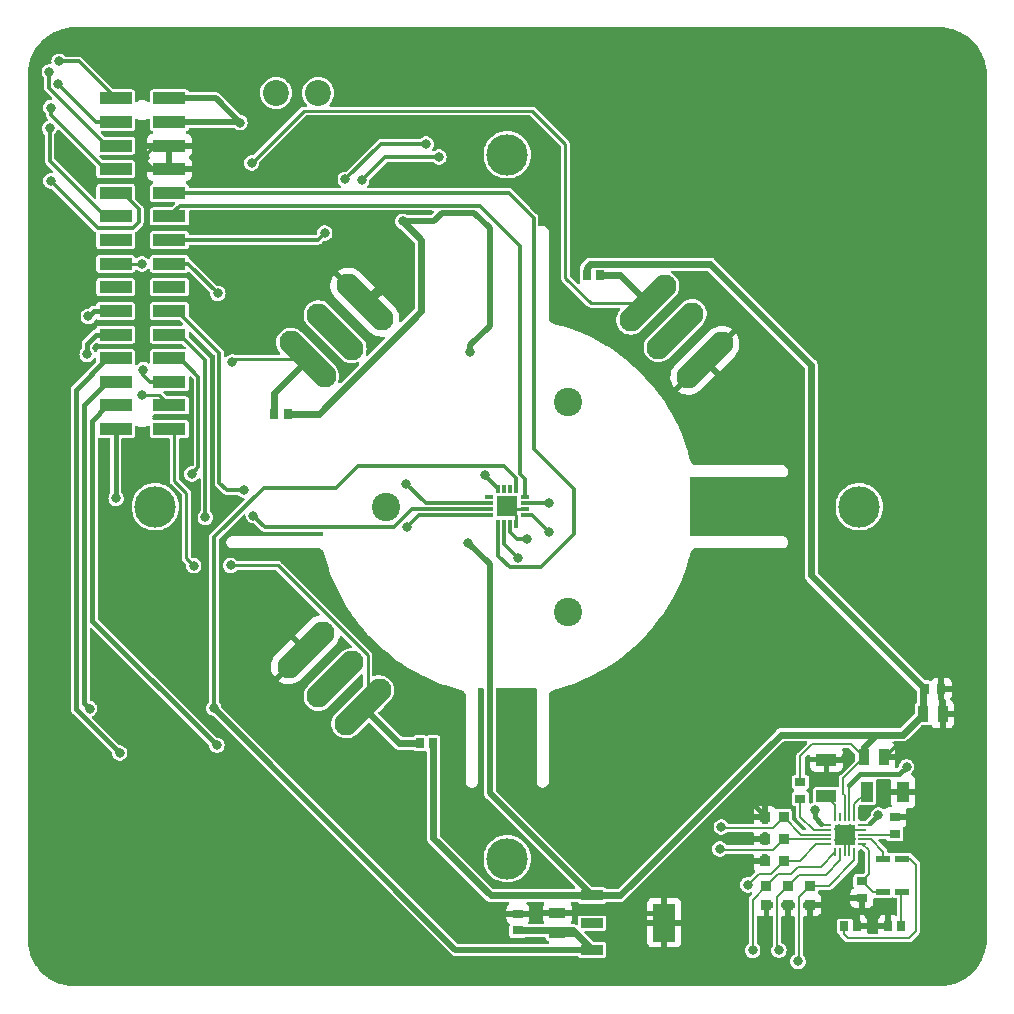
<source format=gbr>
%TF.GenerationSoftware,KiCad,Pcbnew,7.0.10*%
%TF.CreationDate,2024-07-31T11:10:04+01:00*%
%TF.ProjectId,algoritmi_foc,616c676f-7269-4746-9d69-5f666f632e6b,Andr_s Motta*%
%TF.SameCoordinates,Original*%
%TF.FileFunction,Copper,L1,Top*%
%TF.FilePolarity,Positive*%
%FSLAX46Y46*%
G04 Gerber Fmt 4.6, Leading zero omitted, Abs format (unit mm)*
G04 Created by KiCad (PCBNEW 7.0.10) date 2024-07-31 11:10:04*
%MOMM*%
%LPD*%
G01*
G04 APERTURE LIST*
G04 Aperture macros list*
%AMHorizOval*
0 Thick line with rounded ends*
0 $1 width*
0 $2 $3 position (X,Y) of the first rounded end (center of the circle)*
0 $4 $5 position (X,Y) of the second rounded end (center of the circle)*
0 Add line between two ends*
20,1,$1,$2,$3,$4,$5,0*
0 Add two circle primitives to create the rounded ends*
1,1,$1,$2,$3*
1,1,$1,$4,$5*%
G04 Aperture macros list end*
%TA.AperFunction,SMDPad,CuDef*%
%ADD10R,1.050000X1.800000*%
%TD*%
%TA.AperFunction,SMDPad,CuDef*%
%ADD11R,0.650000X0.900000*%
%TD*%
%TA.AperFunction,SMDPad,CuDef*%
%ADD12R,0.730000X0.940000*%
%TD*%
%TA.AperFunction,SMDPad,CuDef*%
%ADD13R,0.900000X0.950000*%
%TD*%
%TA.AperFunction,ComponentPad*%
%ADD14HorizOval,2.000000X1.414214X-1.414214X-1.414214X1.414214X0*%
%TD*%
%TA.AperFunction,SMDPad,CuDef*%
%ADD15R,1.800000X1.050000*%
%TD*%
%TA.AperFunction,SMDPad,CuDef*%
%ADD16R,0.950000X0.900000*%
%TD*%
%TA.AperFunction,SMDPad,CuDef*%
%ADD17R,0.970000X1.470000*%
%TD*%
%TA.AperFunction,SMDPad,CuDef*%
%ADD18R,0.800000X0.200000*%
%TD*%
%TA.AperFunction,SMDPad,CuDef*%
%ADD19R,0.200000X0.800000*%
%TD*%
%TA.AperFunction,SMDPad,CuDef*%
%ADD20R,1.800000X1.800000*%
%TD*%
%TA.AperFunction,ComponentPad*%
%ADD21HorizOval,2.000000X-1.414214X-1.414214X1.414214X1.414214X0*%
%TD*%
%TA.AperFunction,SMDPad,CuDef*%
%ADD22R,0.800000X0.300000*%
%TD*%
%TA.AperFunction,SMDPad,CuDef*%
%ADD23R,0.300000X0.800000*%
%TD*%
%TA.AperFunction,ComponentPad*%
%ADD24C,3.500000*%
%TD*%
%TA.AperFunction,SMDPad,CuDef*%
%ADD25R,0.940000X0.730000*%
%TD*%
%TA.AperFunction,SMDPad,CuDef*%
%ADD26R,1.150000X0.550000*%
%TD*%
%TA.AperFunction,SMDPad,CuDef*%
%ADD27R,0.940000X1.430000*%
%TD*%
%TA.AperFunction,SMDPad,CuDef*%
%ADD28R,1.430000X0.940000*%
%TD*%
%TA.AperFunction,ComponentPad*%
%ADD29HorizOval,2.000000X1.414214X1.414214X-1.414214X-1.414214X0*%
%TD*%
%TA.AperFunction,ComponentPad*%
%ADD30C,2.400000*%
%TD*%
%TA.AperFunction,SMDPad,CuDef*%
%ADD31R,2.770000X1.020000*%
%TD*%
%TA.AperFunction,SMDPad,CuDef*%
%ADD32R,1.900000X0.900000*%
%TD*%
%TA.AperFunction,SMDPad,CuDef*%
%ADD33R,1.900000X3.200000*%
%TD*%
%TA.AperFunction,ViaPad*%
%ADD34C,0.800000*%
%TD*%
%TA.AperFunction,ViaPad*%
%ADD35C,2.200000*%
%TD*%
%TA.AperFunction,Conductor*%
%ADD36C,0.250000*%
%TD*%
%TA.AperFunction,Conductor*%
%ADD37C,0.200000*%
%TD*%
%TA.AperFunction,Conductor*%
%ADD38C,0.400000*%
%TD*%
%TA.AperFunction,Conductor*%
%ADD39C,0.600000*%
%TD*%
%TA.AperFunction,Conductor*%
%ADD40C,0.500000*%
%TD*%
%TA.AperFunction,Conductor*%
%ADD41C,0.300000*%
%TD*%
G04 APERTURE END LIST*
D10*
%TO.P,R4,1*%
%TO.N,BRUV*%
X127547203Y-81812559D03*
%TO.P,R4,2*%
%TO.N,GND*%
X130647203Y-81812559D03*
%TD*%
D11*
%TO.P,R12,1,1*%
%TO.N,SW2_OUT*%
X104977203Y-38102559D03*
%TO.P,R12,2*%
%TO.N,VS*%
X103827203Y-38102559D03*
%TD*%
D12*
%TO.P,C1,1*%
%TO.N,GND*%
X133867203Y-73122559D03*
%TO.P,C1,2*%
%TO.N,VS*%
X132447203Y-73122559D03*
%TD*%
D13*
%TO.P,R6,1*%
%TO.N,GND*%
X118937203Y-85832559D03*
%TO.P,R6,2*%
%TO.N,VH*%
X120537203Y-85832559D03*
%TD*%
D14*
%TO.P,MSW4,1,COM*%
%TO.N,GND*%
X85049044Y-40360718D03*
%TO.P,MSW4,2,NC*%
%TO.N,unconnected-(MSW4-NC-Pad2)*%
X82538815Y-42870947D03*
%TO.P,MSW4,4,NO*%
%TO.N,SW4_OUT*%
X80205362Y-45204400D03*
%TD*%
D15*
%TO.P,R3,1*%
%TO.N,BRW*%
X124137203Y-82192559D03*
%TO.P,R3,2*%
%TO.N,GND*%
X124137203Y-79092559D03*
%TD*%
D16*
%TO.P,R9,1*%
%TO.N,GND*%
X120897203Y-91392559D03*
%TO.P,R9,2*%
%TO.N,WL*%
X120897203Y-89792559D03*
%TD*%
D11*
%TO.P,R1,1*%
%TO.N,GND*%
X129337203Y-93192559D03*
%TO.P,R1,2*%
%TO.N,Net-(D1-K)*%
X130487203Y-93192559D03*
%TD*%
D17*
%TO.P,C5,1*%
%TO.N,GND*%
X128987203Y-78902559D03*
%TO.P,C5,2*%
%TO.N,VS*%
X127327203Y-78902559D03*
%TD*%
D18*
%TO.P,U1,1,W*%
%TO.N,W_OUT*%
X124187203Y-84642559D03*
%TO.P,U1,2,VCP*%
%TO.N,VCP*%
X124187203Y-85042559D03*
%TO.P,U1,3,UH*%
%TO.N,UH*%
X124187203Y-85442559D03*
%TO.P,U1,4,VH*%
%TO.N,VH*%
X124187203Y-85842559D03*
%TO.P,U1,5,WH*%
%TO.N,WH*%
X124187203Y-86242559D03*
D19*
%TO.P,U1,6,UL*%
%TO.N,UL*%
X124887203Y-86942559D03*
%TO.P,U1,7,WL*%
%TO.N,WL*%
X125287203Y-86942559D03*
%TO.P,U1,8,GND*%
%TO.N,GND*%
X125687203Y-86942559D03*
%TO.P,U1,9,GND*%
X126087203Y-86942559D03*
%TO.P,U1,10,VL*%
%TO.N,VL*%
X126487203Y-86942559D03*
D18*
%TO.P,U1,11,VIO/NSTDBY*%
%TO.N,Net-(D1-A)*%
X127187203Y-86242559D03*
%TO.P,U1,12,DIAG*%
%TO.N,Net-(D2-A)*%
X127187203Y-85842559D03*
%TO.P,U1,13,1.8VOUT*%
%TO.N,Net-(U1-1.8VOUT)*%
X127187203Y-85442559D03*
%TO.P,U1,14,GND*%
%TO.N,GND*%
X127187203Y-85042559D03*
%TO.P,U1,15,U*%
%TO.N,U_OUT*%
X127187203Y-84642559D03*
D19*
%TO.P,U1,16,BRUV*%
%TO.N,BRUV*%
X126487203Y-83942559D03*
%TO.P,U1,17,V*%
%TO.N,V_OUT*%
X126087203Y-83942559D03*
%TO.P,U1,18,VS*%
%TO.N,VS*%
X125687203Y-83942559D03*
%TO.P,U1,19,NC*%
%TO.N,unconnected-(U1-NC-Pad19)*%
X125287203Y-83942559D03*
%TO.P,U1,20,BRW*%
%TO.N,BRW*%
X124887203Y-83942559D03*
D20*
%TO.P,U1,21,GND*%
%TO.N,GND*%
X125687203Y-85442559D03*
%TD*%
D21*
%TO.P,MSW2,1,COM*%
%TO.N,GND*%
X113847203Y-45292559D03*
%TO.P,MSW2,2,NC*%
%TO.N,unconnected-(MSW2-NC-Pad2)*%
X111336974Y-42782330D03*
%TO.P,MSW2,4,NO*%
%TO.N,SW2_OUT*%
X109003521Y-40448877D03*
%TD*%
D22*
%TO.P,IC1,1,SSD*%
%TO.N,unconnected-(IC1-SSD-Pad1)*%
X95607203Y-56902559D03*
%TO.P,IC1,2,A*%
%TO.N,A_OUT*%
X95607203Y-57402559D03*
%TO.P,IC1,3,Z*%
%TO.N,Z_OUT*%
X95607203Y-57902559D03*
%TO.P,IC1,4,MOSI*%
%TO.N,MOSI_MAG*%
X95607203Y-58402559D03*
D23*
%TO.P,IC1,5,CS*%
%TO.N,CS_MAG*%
X96357203Y-59152559D03*
%TO.P,IC1,6,B*%
%TO.N,B_OUT*%
X96857203Y-59152559D03*
%TO.P,IC1,7,MISO*%
%TO.N,MISO_MAG*%
X97357203Y-59152559D03*
%TO.P,IC1,8,GND*%
%TO.N,GND*%
X97857203Y-59152559D03*
D22*
%TO.P,IC1,9,PWM*%
%TO.N,PWM_OUT*%
X98607203Y-58402559D03*
%TO.P,IC1,10,TEST*%
%TO.N,GND*%
X98607203Y-57902559D03*
%TO.P,IC1,11,MGL*%
%TO.N,MGL_MAG*%
X98607203Y-57402559D03*
%TO.P,IC1,12,SCLK*%
%TO.N,CLK_MAG*%
X98607203Y-56902559D03*
D23*
%TO.P,IC1,13,VDD*%
%TO.N,+3.3V*%
X97857203Y-56152559D03*
%TO.P,IC1,14,NC*%
%TO.N,unconnected-(IC1-NC-Pad14)*%
X97357203Y-56152559D03*
%TO.P,IC1,15,SSCK*%
%TO.N,unconnected-(IC1-SSCK-Pad15)*%
X96857203Y-56152559D03*
%TO.P,IC1,16,MGH*%
%TO.N,MGH_MAG*%
X96357203Y-56152559D03*
D20*
%TO.P,IC1,17,EP*%
%TO.N,GND*%
X97107203Y-57652559D03*
%TD*%
D24*
%TO.P,H5,1,1*%
%TO.N,N/C*%
X67308776Y-57694133D03*
%TD*%
D25*
%TO.P,C6,1*%
%TO.N,GND*%
X98017203Y-92142559D03*
%TO.P,C6,2*%
%TO.N,+3.3V*%
X98017203Y-93562559D03*
%TD*%
D26*
%TO.P,D1,1,K*%
%TO.N,Net-(D1-K)*%
X130537203Y-90292559D03*
%TO.P,D1,2,A*%
%TO.N,Net-(D1-A)*%
X128937203Y-90292559D03*
%TD*%
D25*
%TO.P,C2,1*%
%TO.N,GND*%
X129937203Y-83992559D03*
%TO.P,C2,2*%
%TO.N,Net-(U1-1.8VOUT)*%
X129937203Y-85412559D03*
%TD*%
D16*
%TO.P,R8,1*%
%TO.N,GND*%
X119057203Y-91392559D03*
%TO.P,R8,2*%
%TO.N,UL*%
X119057203Y-89792559D03*
%TD*%
D13*
%TO.P,R7,1*%
%TO.N,GND*%
X118937203Y-87672559D03*
%TO.P,R7,2*%
%TO.N,WH*%
X120537203Y-87672559D03*
%TD*%
D11*
%TO.P,R14,1,1*%
%TO.N,SW4_OUT*%
X77367203Y-49802559D03*
%TO.P,R14,2*%
%TO.N,VS*%
X78517203Y-49802559D03*
%TD*%
%TO.P,R2,1*%
%TO.N,GND*%
X126737203Y-93192559D03*
%TO.P,R2,2*%
%TO.N,Net-(D2-K)*%
X125587203Y-93192559D03*
%TD*%
D24*
%TO.P,H7,1,1*%
%TO.N,N/C*%
X126908776Y-57694133D03*
%TD*%
D25*
%TO.P,C3,1*%
%TO.N,GND*%
X127137203Y-90812559D03*
%TO.P,C3,2*%
%TO.N,Net-(D1-A)*%
X127137203Y-89392559D03*
%TD*%
D24*
%TO.P,H6,1,1*%
%TO.N,N/C*%
X97108776Y-27894133D03*
%TD*%
D27*
%TO.P,C8,1*%
%TO.N,GND*%
X133977203Y-75242559D03*
%TO.P,C8,2*%
%TO.N,VS*%
X132337203Y-75242559D03*
%TD*%
D26*
%TO.P,D2,1,K*%
%TO.N,Net-(D2-K)*%
X130537203Y-87492559D03*
%TO.P,D2,2,A*%
%TO.N,Net-(D2-A)*%
X128937203Y-87492559D03*
%TD*%
D28*
%TO.P,C7,1*%
%TO.N,GND*%
X101357203Y-92102559D03*
%TO.P,C7,2*%
%TO.N,+3.3V*%
X101357203Y-93742559D03*
%TD*%
D29*
%TO.P,MSW3,1,COM*%
%TO.N,GND*%
X80033521Y-69788877D03*
%TO.P,MSW3,2,NC*%
%TO.N,unconnected-(MSW3-NC-Pad2)*%
X82543750Y-72299106D03*
%TO.P,MSW3,4,NO*%
%TO.N,SW3_OUT*%
X84877203Y-74632559D03*
%TD*%
D25*
%TO.P,C4,1*%
%TO.N,VS*%
X121937203Y-80992559D03*
%TO.P,C4,2*%
%TO.N,VCP*%
X121937203Y-82412559D03*
%TD*%
D30*
%TO.P,H3,1,1*%
%TO.N,N/C*%
X102234203Y-48816633D03*
%TD*%
D31*
%TO.P,J3,1,1*%
%TO.N,LCD_BL*%
X63957203Y-51112559D03*
%TO.P,J3,2,2*%
%TO.N,SW4_OUT*%
X68507203Y-49112559D03*
%TO.P,J3,3,3*%
%TO.N,LCD_RESET*%
X63957203Y-49112559D03*
%TO.P,J3,4,4*%
%TO.N,SW3_OUT*%
X68507203Y-51112559D03*
%TO.P,J3,5,5*%
%TO.N,LCD_DC*%
X63957203Y-47112559D03*
%TO.P,J3,6,6*%
%TO.N,PWM_OUT*%
X68507203Y-47112559D03*
%TO.P,J3,7,7*%
%TO.N,LCD_CS*%
X63957203Y-45112559D03*
%TO.P,J3,8,8*%
%TO.N,Z_OUT*%
X68507203Y-45112559D03*
%TO.P,J3,9,9*%
%TO.N,LCD_CLOCK*%
X63957203Y-43112559D03*
%TO.P,J3,10,10*%
%TO.N,B_OUT*%
X68507203Y-43112559D03*
%TO.P,J3,11,11*%
%TO.N,LCD_DATA_IN*%
X63957203Y-41112559D03*
%TO.P,J3,12,12*%
%TO.N,A_OUT*%
X68507203Y-41112559D03*
%TO.P,J3,13,13*%
%TO.N,unconnected-(J3-Pad13)*%
X63957203Y-39112559D03*
%TO.P,J3,14,14*%
%TO.N,unconnected-(J3-Pad14)*%
X68507203Y-39112559D03*
%TO.P,J3,15,15*%
%TO.N,SW2_OUT*%
X63957203Y-37112559D03*
%TO.P,J3,16,16*%
%TO.N,MOSI_MAG*%
X68507203Y-37112559D03*
%TO.P,J3,17,17*%
%TO.N,SW1_OUT*%
X63957203Y-35112559D03*
%TO.P,J3,18,18*%
%TO.N,MISO_MAG*%
X68507203Y-35112559D03*
%TO.P,J3,19,19*%
%TO.N,WL*%
X63957203Y-33112559D03*
%TO.P,J3,20,20*%
%TO.N,CLK_MAG*%
X68507203Y-33112559D03*
%TO.P,J3,21,21*%
%TO.N,VL*%
X63957203Y-31112559D03*
%TO.P,J3,22,22*%
%TO.N,CS_MAG*%
X68507203Y-31112559D03*
%TO.P,J3,23,23*%
%TO.N,UL*%
X63957203Y-29112559D03*
%TO.P,J3,24,24*%
%TO.N,GND*%
X68507203Y-29112559D03*
%TO.P,J3,25,25*%
%TO.N,WH*%
X63957203Y-27112559D03*
%TO.P,J3,26,26*%
%TO.N,GND*%
X68507203Y-27112559D03*
%TO.P,J3,27,27*%
%TO.N,VH*%
X63957203Y-25112559D03*
%TO.P,J3,28,28*%
%TO.N,VS*%
X68507203Y-25112559D03*
%TO.P,J3,29,29*%
%TO.N,UH*%
X63957203Y-23112559D03*
%TO.P,J3,30,30*%
%TO.N,VS*%
X68507203Y-23112559D03*
%TD*%
D11*
%TO.P,R13,1,1*%
%TO.N,SW3_OUT*%
X89697203Y-77712559D03*
%TO.P,R13,2*%
%TO.N,VS*%
X90847203Y-77712559D03*
%TD*%
D32*
%TO.P,IC2,1,VIN*%
%TO.N,VS*%
X104287203Y-90602559D03*
%TO.P,IC2,2,GND_1*%
%TO.N,unconnected-(IC2-GND_1-Pad2)*%
X104287203Y-92902559D03*
%TO.P,IC2,3,VOUT*%
%TO.N,+3.3V*%
X104287203Y-95202559D03*
D33*
%TO.P,IC2,4,GND_2*%
%TO.N,GND*%
X110387203Y-92902559D03*
%TD*%
D13*
%TO.P,R5,1*%
%TO.N,GND*%
X118937203Y-83992559D03*
%TO.P,R5,2*%
%TO.N,UH*%
X120537203Y-83992559D03*
%TD*%
D30*
%TO.P,H1,1,1*%
%TO.N,N/C*%
X102234203Y-66571632D03*
%TD*%
D24*
%TO.P,H4,1,1*%
%TO.N,N/C*%
X97108776Y-87494133D03*
%TD*%
D30*
%TO.P,H2,1,1*%
%TO.N,N/C*%
X86857922Y-57694133D03*
%TD*%
D16*
%TO.P,R10,1*%
%TO.N,GND*%
X122737203Y-91392559D03*
%TO.P,R10,2*%
%TO.N,VL*%
X122737203Y-89792559D03*
%TD*%
D34*
%TO.N,GND*%
X63497203Y-72602559D03*
X133027203Y-80352559D03*
X126187201Y-85833945D03*
X86977203Y-38892559D03*
X119007203Y-94902559D03*
X97107203Y-57652559D03*
X125187205Y-85931129D03*
X117427203Y-82332559D03*
X94127203Y-91932559D03*
X132707203Y-83592559D03*
X126137203Y-84992559D03*
X114377203Y-90512559D03*
X125817203Y-78912559D03*
X66177203Y-28152559D03*
X132317203Y-78072559D03*
X124227203Y-90872559D03*
X77877203Y-68012559D03*
X121027203Y-94682559D03*
X115747203Y-47212559D03*
X115727203Y-89132559D03*
X124537203Y-96352559D03*
X125231509Y-84942561D03*
%TO.N,VS*%
X93997203Y-44552559D03*
X93817203Y-60752559D03*
X88267203Y-33522559D03*
X74467203Y-25162559D03*
%TO.N,+3.3V*%
X72266517Y-74751873D03*
%TO.N,A_OUT*%
X74837203Y-56272559D03*
X88537203Y-55742559D03*
%TO.N,Z_OUT*%
X75617203Y-58442559D03*
X70407203Y-54912559D03*
%TO.N,MOSI_MAG*%
X88627203Y-59382559D03*
X72607203Y-39632559D03*
%TO.N,B_OUT*%
X97997203Y-62012559D03*
X71547203Y-58592559D03*
%TO.N,MISO_MAG*%
X84787203Y-30062559D03*
X98817203Y-60412559D03*
X91327203Y-28072559D03*
X81657203Y-34522559D03*
%TO.N,PWM_OUT*%
X66297203Y-46082559D03*
X90237203Y-26972559D03*
X100647203Y-59832559D03*
X83397203Y-29972559D03*
D35*
%TO.N,MGL_MAG*%
X81107203Y-22662559D03*
D34*
X100627203Y-57392559D03*
D35*
%TO.N,MGH_MAG*%
X77547203Y-22652559D03*
D34*
X95187203Y-54992559D03*
%TO.N,LCD_DATA_IN*%
X61637203Y-41582559D03*
%TO.N,LCD_CLOCK*%
X61537203Y-44789443D03*
%TO.N,LCD_CS*%
X64297203Y-78542559D03*
%TO.N,LCD_DC*%
X61753517Y-74786245D03*
%TO.N,LCD_RESET*%
X72517203Y-77882559D03*
%TO.N,LCD_BL*%
X63987203Y-56982559D03*
%TO.N,UH*%
X59177203Y-19972559D03*
X115237203Y-84802559D03*
%TO.N,VH*%
X59057203Y-21912559D03*
X115107203Y-86672559D03*
%TO.N,WH*%
X58337203Y-20862559D03*
X117467203Y-89702559D03*
%TO.N,UL*%
X117897203Y-95252559D03*
X58467203Y-23902559D03*
%TO.N,WL*%
X58357203Y-25662559D03*
X120117203Y-95242559D03*
%TO.N,VL*%
X58467203Y-30102559D03*
X121727203Y-96182559D03*
%TO.N,W_OUT*%
X123137203Y-83392559D03*
%TO.N,U_OUT*%
X128537203Y-83792559D03*
%TO.N,V_OUT*%
X130917203Y-79712559D03*
%TO.N,SW2_OUT*%
X66177203Y-37132559D03*
X75467203Y-28582559D03*
%TO.N,SW3_OUT*%
X70567203Y-62682559D03*
X73687203Y-62662559D03*
%TO.N,SW4_OUT*%
X73827203Y-45442559D03*
X66217203Y-48222559D03*
%TD*%
D36*
%TO.N,GND*%
X97857203Y-58402559D02*
X97107203Y-57652559D01*
D37*
X125687203Y-86242559D02*
X125375773Y-85931129D01*
X126087203Y-85933943D02*
X126187201Y-85833945D01*
D38*
X120897203Y-91392559D02*
X120897203Y-94552559D01*
D36*
X114577203Y-85832559D02*
X113667203Y-86742559D01*
X130547203Y-81812559D02*
X131567203Y-81812559D01*
D38*
X98057203Y-92102559D02*
X98017203Y-92142559D01*
D36*
X113667203Y-86742559D02*
X113667203Y-89802559D01*
D38*
X129337203Y-93192559D02*
X126737203Y-93192559D01*
X124287203Y-90812559D02*
X124227203Y-90872559D01*
D36*
X118937203Y-87672559D02*
X118287203Y-87672559D01*
X129937203Y-83992559D02*
X132307203Y-83992559D01*
X113667203Y-89802559D02*
X114377203Y-90512559D01*
X98607203Y-57902559D02*
X97357203Y-57902559D01*
D38*
X85509044Y-40360718D02*
X86977203Y-38892559D01*
D37*
X125375773Y-85931129D02*
X125187205Y-85931129D01*
D36*
X67217203Y-27112559D02*
X66177203Y-28152559D01*
D37*
X126087203Y-86942559D02*
X126087203Y-85933943D01*
D36*
X118287203Y-87672559D02*
X117187203Y-87672559D01*
X132307203Y-83992559D02*
X132707203Y-83592559D01*
D37*
X80033521Y-69788877D02*
X78257203Y-68012559D01*
X125675775Y-85442559D02*
X125187205Y-85931129D01*
D38*
X118937203Y-83992559D02*
X118937203Y-83842559D01*
D37*
X125687203Y-85442559D02*
X125675775Y-85442559D01*
D36*
X129947203Y-77942559D02*
X132187203Y-77942559D01*
X128987203Y-78902559D02*
X129947203Y-77942559D01*
D38*
X119057203Y-94852559D02*
X119007203Y-94902559D01*
D37*
X125795815Y-85442559D02*
X126187201Y-85833945D01*
D36*
X118937203Y-85832559D02*
X114577203Y-85832559D01*
X133977203Y-75242559D02*
X133977203Y-76412559D01*
X133977203Y-76412559D02*
X132317203Y-78072559D01*
X68507203Y-29112559D02*
X67137203Y-29112559D01*
D38*
X118937203Y-83842559D02*
X117427203Y-82332559D01*
D36*
X97357203Y-57902559D02*
X97107203Y-57652559D01*
D38*
X122737203Y-94552559D02*
X124537203Y-96352559D01*
X119057203Y-91392559D02*
X119057203Y-94852559D01*
X113847203Y-45312559D02*
X115747203Y-47212559D01*
X126737203Y-92767559D02*
X126312203Y-92342559D01*
D36*
X68507203Y-27112559D02*
X67217203Y-27112559D01*
D37*
X125687203Y-85442559D02*
X125795815Y-85442559D01*
D36*
X97857203Y-59152559D02*
X97857203Y-58402559D01*
D37*
X127187203Y-85042559D02*
X126187203Y-85042559D01*
D38*
X124537203Y-92667559D02*
X124537203Y-96352559D01*
X122737203Y-91392559D02*
X122737203Y-94552559D01*
X133867203Y-73122559D02*
X133867203Y-75132559D01*
D36*
X117187203Y-87672559D02*
X115727203Y-89132559D01*
D38*
X127137203Y-90812559D02*
X124287203Y-90812559D01*
D36*
X131567203Y-81812559D02*
X133027203Y-80352559D01*
D38*
X124862203Y-92342559D02*
X124537203Y-92667559D01*
D37*
X125687203Y-86942559D02*
X125687203Y-86242559D01*
D38*
X98017203Y-92142559D02*
X94337203Y-92142559D01*
X110387203Y-92902559D02*
X109537203Y-92052559D01*
X101407203Y-92052559D02*
X101357203Y-92102559D01*
X125637203Y-79092559D02*
X125817203Y-78912559D01*
X120897203Y-94552559D02*
X121027203Y-94682559D01*
X126312203Y-92342559D02*
X124862203Y-92342559D01*
X101357203Y-92102559D02*
X98057203Y-92102559D01*
D37*
X125687203Y-85442559D02*
X125687203Y-85398255D01*
X125687203Y-85442559D02*
X126137203Y-84992559D01*
X78257203Y-68012559D02*
X77877203Y-68012559D01*
D38*
X109537203Y-92052559D02*
X101407203Y-92052559D01*
X133867203Y-75132559D02*
X133977203Y-75242559D01*
X94337203Y-92142559D02*
X94127203Y-91932559D01*
X126737203Y-93192559D02*
X126737203Y-92767559D01*
D37*
X125687203Y-85398255D02*
X125231509Y-84942561D01*
D38*
X85049044Y-40360718D02*
X85509044Y-40360718D01*
D37*
X126187203Y-85042559D02*
X126137203Y-84992559D01*
D38*
X113847203Y-45292559D02*
X113847203Y-45312559D01*
D36*
X132187203Y-77942559D02*
X132317203Y-78072559D01*
D38*
X124137203Y-79092559D02*
X125637203Y-79092559D01*
D36*
X67137203Y-29112559D02*
X66177203Y-28152559D01*
D39*
%TO.N,VS*%
X104152203Y-37152559D02*
X114307203Y-37152559D01*
X132337203Y-73232559D02*
X132447203Y-73122559D01*
X132337203Y-75242559D02*
X132337203Y-73232559D01*
X81167203Y-49802559D02*
X89827203Y-41142559D01*
X124577203Y-65252559D02*
X132447203Y-73122559D01*
X90847203Y-77712559D02*
X90847203Y-85722559D01*
X95727203Y-90602559D02*
X104287203Y-90602559D01*
X89827203Y-41142559D02*
X89827203Y-35082559D01*
D37*
X125687203Y-82112559D02*
X125687203Y-83942559D01*
D40*
X95627203Y-62562559D02*
X93817203Y-60752559D01*
X74417203Y-25112559D02*
X68507203Y-25112559D01*
X91587203Y-32802559D02*
X90867203Y-33522559D01*
D37*
X122937203Y-77792559D02*
X121937203Y-78792559D01*
D39*
X127327203Y-78002559D02*
X128337203Y-76992559D01*
D40*
X95627203Y-81942559D02*
X95627203Y-62562559D01*
D39*
X114307203Y-37152559D02*
X122837203Y-45682559D01*
X127327203Y-78902559D02*
X127327203Y-78002559D01*
X122837203Y-63512559D02*
X124577203Y-65252559D01*
X89827203Y-35082559D02*
X88267203Y-33522559D01*
X103827203Y-38102559D02*
X103827203Y-37477559D01*
D40*
X93997203Y-44552559D02*
X93997203Y-43982559D01*
D39*
X128337203Y-76992559D02*
X130587203Y-76992559D01*
D40*
X93997203Y-43982559D02*
X95617203Y-42362559D01*
D39*
X104287203Y-90602559D02*
X106667203Y-90602559D01*
D40*
X90867203Y-33522559D02*
X88267203Y-33522559D01*
D39*
X78517203Y-49802559D02*
X81167203Y-49802559D01*
D37*
X127327203Y-78902559D02*
X125557203Y-80672559D01*
D39*
X130587203Y-76992559D02*
X132337203Y-75242559D01*
X106667203Y-90602559D02*
X120277203Y-76992559D01*
D40*
X95617203Y-42362559D02*
X95617203Y-34112559D01*
D39*
X90847203Y-85722559D02*
X95727203Y-90602559D01*
D40*
X95617203Y-34112559D02*
X94307203Y-32802559D01*
X74467203Y-25162559D02*
X72417203Y-23112559D01*
D37*
X125557203Y-80672559D02*
X125557203Y-81982559D01*
X126217203Y-77792559D02*
X122937203Y-77792559D01*
D40*
X104287203Y-90602559D02*
X95627203Y-81942559D01*
X74467203Y-25162559D02*
X74417203Y-25112559D01*
D37*
X127327203Y-78902559D02*
X126217203Y-77792559D01*
D39*
X120277203Y-76992559D02*
X128337203Y-76992559D01*
D40*
X72417203Y-23112559D02*
X68507203Y-23112559D01*
D37*
X121937203Y-78792559D02*
X121937203Y-80992559D01*
D40*
X94307203Y-32802559D02*
X91587203Y-32802559D01*
D39*
X122837203Y-45682559D02*
X122837203Y-63512559D01*
X103827203Y-37477559D02*
X104152203Y-37152559D01*
D37*
X125557203Y-81982559D02*
X125687203Y-82112559D01*
%TO.N,Net-(U1-1.8VOUT)*%
X127187203Y-85442559D02*
X129907203Y-85442559D01*
X129907203Y-85442559D02*
X129937203Y-85412559D01*
%TO.N,Net-(D1-A)*%
X127737203Y-86792559D02*
X127737203Y-88792559D01*
X127187203Y-86242559D02*
X127737203Y-86792559D01*
X128037203Y-90292559D02*
X127137203Y-89392559D01*
X128937203Y-90292559D02*
X128037203Y-90292559D01*
X127737203Y-88792559D02*
X127137203Y-89392559D01*
%TO.N,VCP*%
X124187203Y-85042559D02*
X123047203Y-85042559D01*
X121937203Y-83932559D02*
X121937203Y-82412559D01*
X123047203Y-85042559D02*
X121937203Y-83932559D01*
D41*
%TO.N,+3.3V*%
X76477203Y-56062559D02*
X82617203Y-56062559D01*
D40*
X92717203Y-95202559D02*
X104287203Y-95202559D01*
D39*
X102647203Y-93562559D02*
X104287203Y-95202559D01*
D41*
X72266517Y-60273245D02*
X76477203Y-56062559D01*
X84437203Y-54242559D02*
X96807203Y-54242559D01*
X82617203Y-56062559D02*
X84437203Y-54242559D01*
D39*
X98017203Y-93562559D02*
X102647203Y-93562559D01*
X102827203Y-93742559D02*
X104287203Y-95202559D01*
D41*
X96807203Y-54242559D02*
X97857203Y-55292559D01*
X97857203Y-55292559D02*
X97857203Y-56152559D01*
X72266517Y-74751873D02*
X72266517Y-60273245D01*
D40*
X72266517Y-74751873D02*
X92717203Y-95202559D01*
D39*
X101357203Y-93742559D02*
X102827203Y-93742559D01*
D37*
%TO.N,Net-(D1-K)*%
X130487203Y-90342559D02*
X130537203Y-90292559D01*
X130487203Y-93192559D02*
X130487203Y-90342559D01*
%TO.N,Net-(D2-K)*%
X131137203Y-94192559D02*
X131737203Y-93592559D01*
X125587203Y-93842559D02*
X125937203Y-94192559D01*
X125937203Y-94192559D02*
X131137203Y-94192559D01*
X131737203Y-87992559D02*
X131237203Y-87492559D01*
X131237203Y-87492559D02*
X130537203Y-87492559D01*
X131737203Y-93592559D02*
X131737203Y-87992559D01*
X125587203Y-93192559D02*
X125587203Y-93842559D01*
%TO.N,Net-(D2-A)*%
X127887203Y-85842559D02*
X128937203Y-86892559D01*
X128937203Y-86892559D02*
X128937203Y-87492559D01*
X127187203Y-85842559D02*
X127887203Y-85842559D01*
D41*
%TO.N,A_OUT*%
X73357203Y-56282559D02*
X72737203Y-55662559D01*
X74837203Y-56272559D02*
X74467215Y-56272559D01*
X72737203Y-55662559D02*
X72737203Y-44682559D01*
X74467215Y-56272559D02*
X74457215Y-56282559D01*
X90197203Y-57402559D02*
X88537203Y-55742559D01*
X69167203Y-41112559D02*
X68507203Y-41112559D01*
X72737203Y-44682559D02*
X69167203Y-41112559D01*
X74457215Y-56282559D02*
X73357203Y-56282559D01*
X95607203Y-57402559D02*
X90197203Y-57402559D01*
%TO.N,Z_OUT*%
X89046542Y-57902559D02*
X87536542Y-59412559D01*
X70967203Y-54352559D02*
X70967203Y-46697559D01*
X95607203Y-57902559D02*
X89046542Y-57902559D01*
X70407203Y-54912559D02*
X70967203Y-54352559D01*
X70967203Y-46697559D02*
X69382203Y-45112559D01*
X87536542Y-59412559D02*
X76587203Y-59412559D01*
X69382203Y-45112559D02*
X68507203Y-45112559D01*
X76587203Y-59412559D02*
X75617203Y-58442559D01*
%TO.N,MOSI_MAG*%
X72607203Y-39632559D02*
X70087203Y-37112559D01*
X89607203Y-58402559D02*
X88627203Y-59382559D01*
X95607203Y-58402559D02*
X89607203Y-58402559D01*
X70087203Y-37112559D02*
X68507203Y-37112559D01*
%TO.N,CS_MAG*%
X96357203Y-61822559D02*
X97347203Y-62812559D01*
X99347203Y-52812559D02*
X99347203Y-33212559D01*
X96357203Y-59152559D02*
X96357203Y-61822559D01*
X97247203Y-31112559D02*
X68507203Y-31112559D01*
X99347203Y-33212559D02*
X97247203Y-31112559D01*
X97347203Y-62812559D02*
X99947203Y-62812559D01*
X99947203Y-62812559D02*
X102747203Y-60012559D01*
X102747203Y-60012559D02*
X102747203Y-56212559D01*
X102747203Y-56212559D02*
X99347203Y-52812559D01*
%TO.N,B_OUT*%
X97997203Y-62012559D02*
X96857203Y-60872559D01*
X71547203Y-45277559D02*
X69382203Y-43112559D01*
X69382203Y-43112559D02*
X68507203Y-43112559D01*
X96857203Y-60872559D02*
X96857203Y-59152559D01*
X71547203Y-58592559D02*
X71547203Y-45277559D01*
%TO.N,MISO_MAG*%
X97917203Y-60412559D02*
X98817203Y-60412559D01*
X86777203Y-28072559D02*
X84787203Y-30062559D01*
X81657203Y-34522559D02*
X81067203Y-35112559D01*
X91327203Y-28072559D02*
X86777203Y-28072559D01*
X97357203Y-59852559D02*
X97917203Y-60412559D01*
X81067203Y-35112559D02*
X68507203Y-35112559D01*
X97357203Y-59152559D02*
X97357203Y-59852559D01*
%TO.N,PWM_OUT*%
X66297203Y-46082559D02*
X66297203Y-46572559D01*
X98607203Y-58402559D02*
X99217203Y-58402559D01*
X66837203Y-47112559D02*
X68507203Y-47112559D01*
X99217203Y-58402559D02*
X100647203Y-59832559D01*
X66297203Y-46572559D02*
X66837203Y-47112559D01*
X86397203Y-26972559D02*
X83397203Y-29972559D01*
X90237203Y-26972559D02*
X86397203Y-26972559D01*
%TO.N,MGL_MAG*%
X100617203Y-57402559D02*
X100627203Y-57392559D01*
X98607203Y-57402559D02*
X100617203Y-57402559D01*
%TO.N,CLK_MAG*%
X98607203Y-55335452D02*
X98177203Y-54905452D01*
X69417203Y-32202559D02*
X68507203Y-33112559D01*
X94787203Y-32202559D02*
X69417203Y-32202559D01*
X98177203Y-54905452D02*
X98177203Y-35592559D01*
X98607203Y-56902559D02*
X98607203Y-55335452D01*
X98177203Y-35592559D02*
X94787203Y-32202559D01*
%TO.N,MGH_MAG*%
X95197203Y-54992559D02*
X96357203Y-56152559D01*
X95187203Y-54992559D02*
X95197203Y-54992559D01*
D38*
%TO.N,LCD_DATA_IN*%
X62107203Y-41112559D02*
X63957203Y-41112559D01*
X61637203Y-41582559D02*
X62107203Y-41112559D01*
%TO.N,LCD_CLOCK*%
X61537203Y-43902559D02*
X62327203Y-43112559D01*
X62327203Y-43112559D02*
X63957203Y-43112559D01*
X61537203Y-44789443D02*
X61537203Y-43902559D01*
%TO.N,LCD_CS*%
X60597203Y-74842559D02*
X60597203Y-47777559D01*
X63262203Y-45112559D02*
X63957203Y-45112559D01*
X60597203Y-47777559D02*
X63262203Y-45112559D01*
X64297203Y-78542559D02*
X60597203Y-74842559D01*
%TO.N,LCD_DC*%
X61307203Y-49067559D02*
X63262203Y-47112559D01*
X63262203Y-47112559D02*
X63957203Y-47112559D01*
X61753517Y-74786245D02*
X61307203Y-74339931D01*
X61307203Y-74339931D02*
X61307203Y-49067559D01*
%TO.N,LCD_RESET*%
X63262203Y-49112559D02*
X63957203Y-49112559D01*
X61977203Y-67342559D02*
X61977203Y-50397559D01*
X72517203Y-77882559D02*
X61977203Y-67342559D01*
X61977203Y-50397559D02*
X63262203Y-49112559D01*
%TO.N,LCD_BL*%
X63957203Y-56952559D02*
X63957203Y-51112559D01*
X63987203Y-56982559D02*
X63957203Y-56952559D01*
D37*
%TO.N,BRW*%
X124887203Y-82942559D02*
X124137203Y-82192559D01*
X124887203Y-83942559D02*
X124887203Y-82942559D01*
%TO.N,BRUV*%
X126487203Y-82872559D02*
X127547203Y-81812559D01*
X126487203Y-83942559D02*
X126487203Y-82872559D01*
%TO.N,UH*%
X119647203Y-84882559D02*
X115317203Y-84882559D01*
D41*
X60817203Y-19972559D02*
X63957203Y-23112559D01*
D37*
X115317203Y-84882559D02*
X115237203Y-84802559D01*
X121987203Y-85442559D02*
X124187203Y-85442559D01*
X120537203Y-83992559D02*
X121987203Y-85442559D01*
X120537203Y-83992559D02*
X119647203Y-84882559D01*
D41*
X59177203Y-19972559D02*
X60817203Y-19972559D01*
D37*
%TO.N,VH*%
X119647203Y-86722559D02*
X115157203Y-86722559D01*
X115157203Y-86722559D02*
X115107203Y-86672559D01*
X120537203Y-85832559D02*
X119647203Y-86722559D01*
X120537203Y-85832559D02*
X120547203Y-85842559D01*
X120547203Y-85842559D02*
X124187203Y-85842559D01*
D41*
X59057203Y-21912559D02*
X62257203Y-25112559D01*
X62257203Y-25112559D02*
X63957203Y-25112559D01*
D37*
%TO.N,WH*%
X120537203Y-87672559D02*
X121857203Y-87672559D01*
X120537203Y-87672559D02*
X119457203Y-88752559D01*
D41*
X58307203Y-22223220D02*
X63196542Y-27112559D01*
D37*
X121857203Y-87672559D02*
X123287203Y-86242559D01*
D41*
X58337203Y-20862559D02*
X58307203Y-20892559D01*
D37*
X118417203Y-88752559D02*
X117467203Y-89702559D01*
X119457203Y-88752559D02*
X118417203Y-88752559D01*
D41*
X63196542Y-27112559D02*
X63957203Y-27112559D01*
X58307203Y-20892559D02*
X58307203Y-22223220D01*
D37*
X123287203Y-86242559D02*
X124187203Y-86242559D01*
%TO.N,UL*%
X120057203Y-88792559D02*
X121137203Y-88792559D01*
X123637203Y-88192559D02*
X124887203Y-86942559D01*
D41*
X58467203Y-23902559D02*
X58467203Y-24497559D01*
D37*
X117897203Y-90952559D02*
X117897203Y-95252559D01*
D41*
X58467203Y-24497559D02*
X63082203Y-29112559D01*
D37*
X121137203Y-88792559D02*
X121737203Y-88192559D01*
D41*
X63082203Y-29112559D02*
X63957203Y-29112559D01*
D37*
X121737203Y-88192559D02*
X123637203Y-88192559D01*
X119057203Y-89792559D02*
X117897203Y-90952559D01*
X119057203Y-89792559D02*
X120057203Y-88792559D01*
%TO.N,WL*%
X119977203Y-95102559D02*
X120117203Y-95242559D01*
D41*
X63082203Y-33112559D02*
X63957203Y-33112559D01*
D37*
X124082203Y-88847559D02*
X125287203Y-87642559D01*
D41*
X58357203Y-25662559D02*
X58357203Y-28387559D01*
D37*
X121842203Y-88847559D02*
X124082203Y-88847559D01*
D41*
X58357203Y-28387559D02*
X63082203Y-33112559D01*
D37*
X120897203Y-89792559D02*
X121842203Y-88847559D01*
X119977203Y-90712559D02*
X119977203Y-95102559D01*
X125287203Y-87642559D02*
X125287203Y-86942559D01*
X120897203Y-89792559D02*
X119977203Y-90712559D01*
%TO.N,VL*%
X122737203Y-89792559D02*
X121807203Y-90722559D01*
D41*
X65397203Y-34092559D02*
X65917203Y-33572559D01*
X65917203Y-33572559D02*
X65917203Y-32477559D01*
X58467203Y-30102559D02*
X62457203Y-34092559D01*
X64552203Y-31112559D02*
X63957203Y-31112559D01*
D37*
X126487203Y-87642559D02*
X126487203Y-86942559D01*
X121807203Y-96102559D02*
X121727203Y-96182559D01*
X122737203Y-89792559D02*
X124337203Y-89792559D01*
D41*
X62457203Y-34092559D02*
X65397203Y-34092559D01*
D37*
X121807203Y-90722559D02*
X121807203Y-96102559D01*
D41*
X65917203Y-32477559D02*
X64552203Y-31112559D01*
D37*
X124337203Y-89792559D02*
X126487203Y-87642559D01*
%TO.N,W_OUT*%
X123137203Y-83392559D02*
X123137203Y-83792559D01*
D38*
X123137203Y-83792559D02*
X123137203Y-83985453D01*
X123684309Y-84532559D02*
X123697203Y-84532559D01*
X123137203Y-83985453D02*
X123684309Y-84532559D01*
D37*
X123697203Y-84532559D02*
X123807203Y-84642559D01*
X123807203Y-84642559D02*
X124187203Y-84642559D01*
%TO.N,U_OUT*%
X127687203Y-84642559D02*
X127837203Y-84492559D01*
X127187203Y-84642559D02*
X127687203Y-84642559D01*
D38*
X127837203Y-84492559D02*
X128537203Y-83792559D01*
%TO.N,V_OUT*%
X130917203Y-79712559D02*
X130297203Y-80332559D01*
D37*
X126087203Y-81217559D02*
X126087203Y-83942559D01*
D38*
X126972203Y-80332559D02*
X126087203Y-81217559D01*
X130297203Y-80332559D02*
X126972203Y-80332559D01*
D39*
%TO.N,SW2_OUT*%
X106657203Y-38102559D02*
X109003521Y-40448877D01*
D36*
X109003521Y-40448877D02*
X104193521Y-40448877D01*
X104193521Y-40448877D02*
X102027203Y-38282559D01*
X102027203Y-27002559D02*
X99207203Y-24182559D01*
X66177203Y-37132559D02*
X63977203Y-37132559D01*
X99207203Y-24182559D02*
X79867203Y-24182559D01*
X63977203Y-37132559D02*
X63957203Y-37112559D01*
X79867203Y-24182559D02*
X75467203Y-28582559D01*
D39*
X104977203Y-38102559D02*
X106657203Y-38102559D01*
D36*
X102027203Y-38282559D02*
X102027203Y-27002559D01*
%TO.N,SW3_OUT*%
X68927203Y-51532559D02*
X68507203Y-51112559D01*
X70567203Y-62682559D02*
X69947203Y-62062559D01*
X85282964Y-74226798D02*
X85282964Y-70268320D01*
X69947203Y-62062559D02*
X69947203Y-56522559D01*
D39*
X89697203Y-77712559D02*
X87957203Y-77712559D01*
D36*
X85282964Y-70268320D02*
X77677203Y-62662559D01*
X84877203Y-74632559D02*
X85282964Y-74226798D01*
D39*
X87957203Y-77712559D02*
X84877203Y-74632559D01*
D36*
X68927203Y-55502559D02*
X68927203Y-51532559D01*
X69947203Y-56522559D02*
X68927203Y-55502559D01*
X77677203Y-62662559D02*
X73687203Y-62662559D01*
%TO.N,SW4_OUT*%
X74065362Y-45204400D02*
X73827203Y-45442559D01*
X67617203Y-48222559D02*
X68507203Y-49112559D01*
X80205362Y-45204400D02*
X74065362Y-45204400D01*
X66217203Y-48222559D02*
X67617203Y-48222559D01*
D39*
X77367203Y-49802559D02*
X77367203Y-48042559D01*
X77367203Y-48042559D02*
X80205362Y-45204400D01*
%TD*%
%TA.AperFunction,Conductor*%
%TO.N,GND*%
G36*
X126087698Y-78162744D02*
G01*
X126108340Y-78179378D01*
X126555384Y-78626422D01*
X126588869Y-78687745D01*
X126591703Y-78714103D01*
X126591703Y-79091014D01*
X126572018Y-79158053D01*
X126555384Y-79178695D01*
X125344158Y-80389920D01*
X125324309Y-80406041D01*
X125316534Y-80411121D01*
X125298702Y-80434031D01*
X125289597Y-80444343D01*
X125288827Y-80445253D01*
X125277642Y-80460918D01*
X125274581Y-80465022D01*
X125244685Y-80503432D01*
X125241183Y-80509903D01*
X125237963Y-80516491D01*
X125224074Y-80563141D01*
X125222512Y-80568016D01*
X125206702Y-80614072D01*
X125205499Y-80621276D01*
X125204585Y-80628607D01*
X125206597Y-80677226D01*
X125206703Y-80682351D01*
X125206703Y-81294771D01*
X125187018Y-81361810D01*
X125134214Y-81407565D01*
X125067998Y-81417085D01*
X125067942Y-81417656D01*
X125065622Y-81417427D01*
X125065056Y-81417509D01*
X125063165Y-81417185D01*
X125061880Y-81417059D01*
X125061877Y-81417059D01*
X123212529Y-81417059D01*
X123212526Y-81417059D01*
X123139467Y-81431591D01*
X123139463Y-81431592D01*
X123056602Y-81486958D01*
X123001236Y-81569819D01*
X123001235Y-81569823D01*
X122986703Y-81642880D01*
X122986703Y-82663224D01*
X122967018Y-82730263D01*
X122914214Y-82776018D01*
X122906681Y-82779163D01*
X122904843Y-82779859D01*
X122839328Y-82814245D01*
X122770820Y-82827969D01*
X122705767Y-82802477D01*
X122664823Y-82745861D01*
X122657703Y-82704448D01*
X122657703Y-82022882D01*
X122657702Y-82022880D01*
X122643170Y-81949823D01*
X122643169Y-81949819D01*
X122611066Y-81901773D01*
X122587804Y-81866958D01*
X122504943Y-81811593D01*
X122504942Y-81811592D01*
X122496066Y-81805662D01*
X122451260Y-81752050D01*
X122442553Y-81682725D01*
X122472707Y-81619697D01*
X122496066Y-81599456D01*
X122504942Y-81593525D01*
X122504943Y-81593525D01*
X122587804Y-81538160D01*
X122643169Y-81455299D01*
X122657703Y-81382233D01*
X122657703Y-80602885D01*
X122657703Y-80602882D01*
X122657702Y-80602880D01*
X122643170Y-80529823D01*
X122643169Y-80529819D01*
X122629862Y-80509903D01*
X122587804Y-80446958D01*
X122504943Y-80391593D01*
X122504942Y-80391592D01*
X122504938Y-80391591D01*
X122431880Y-80377059D01*
X122431877Y-80377059D01*
X122411703Y-80377059D01*
X122344664Y-80357374D01*
X122298909Y-80304570D01*
X122287703Y-80253059D01*
X122287703Y-79342559D01*
X122737203Y-79342559D01*
X122737203Y-79665403D01*
X122743604Y-79724931D01*
X122743606Y-79724938D01*
X122793848Y-79859645D01*
X122793852Y-79859652D01*
X122880012Y-79974746D01*
X122880015Y-79974749D01*
X122995109Y-80060909D01*
X122995116Y-80060913D01*
X123129823Y-80111155D01*
X123129830Y-80111157D01*
X123189358Y-80117558D01*
X123189375Y-80117559D01*
X123887203Y-80117559D01*
X123887203Y-79342559D01*
X124387203Y-79342559D01*
X124387203Y-80117559D01*
X125085031Y-80117559D01*
X125085047Y-80117558D01*
X125144575Y-80111157D01*
X125144582Y-80111155D01*
X125279289Y-80060913D01*
X125279296Y-80060909D01*
X125394390Y-79974749D01*
X125394393Y-79974746D01*
X125480553Y-79859652D01*
X125480557Y-79859645D01*
X125530799Y-79724938D01*
X125530801Y-79724931D01*
X125537202Y-79665403D01*
X125537203Y-79665386D01*
X125537203Y-79342559D01*
X124387203Y-79342559D01*
X123887203Y-79342559D01*
X122737203Y-79342559D01*
X122287703Y-79342559D01*
X122287703Y-78989102D01*
X122307388Y-78922063D01*
X122324017Y-78901426D01*
X122525524Y-78699919D01*
X122586845Y-78666436D01*
X122656537Y-78671420D01*
X122712470Y-78713292D01*
X122736887Y-78778756D01*
X122737203Y-78787602D01*
X122737203Y-78842559D01*
X125537203Y-78842559D01*
X125537203Y-78519731D01*
X125537202Y-78519714D01*
X125530801Y-78460186D01*
X125530799Y-78460179D01*
X125477457Y-78317160D01*
X125478960Y-78316599D01*
X125466259Y-78258218D01*
X125490673Y-78192753D01*
X125546604Y-78150879D01*
X125589943Y-78143059D01*
X126020659Y-78143059D01*
X126087698Y-78162744D01*
G37*
%TD.AperFunction*%
%TA.AperFunction,Conductor*%
G36*
X82019559Y-67551798D02*
G01*
X82063906Y-67580299D01*
X82242098Y-67758491D01*
X82275583Y-67819814D01*
X82270599Y-67889506D01*
X82242098Y-67933853D01*
X81683685Y-68492265D01*
X81673539Y-68445623D01*
X81604633Y-68319431D01*
X81502967Y-68217765D01*
X81376775Y-68148859D01*
X81330130Y-68138711D01*
X81888544Y-67580299D01*
X81949867Y-67546814D01*
X82019559Y-67551798D01*
G37*
%TD.AperFunction*%
%TA.AperFunction,Conductor*%
G36*
X133711630Y-17094764D02*
G01*
X133882992Y-17102686D01*
X134078474Y-17112284D01*
X134089471Y-17113319D01*
X134272742Y-17138883D01*
X134273484Y-17138990D01*
X134455926Y-17166052D01*
X134466094Y-17167998D01*
X134647876Y-17210753D01*
X134649565Y-17211163D01*
X134826537Y-17255491D01*
X134835745Y-17258182D01*
X135013585Y-17317788D01*
X135015913Y-17318595D01*
X135107624Y-17351409D01*
X135186875Y-17379765D01*
X135195170Y-17383074D01*
X135367182Y-17459025D01*
X135369970Y-17460300D01*
X135533763Y-17537768D01*
X135541074Y-17541528D01*
X135705484Y-17633104D01*
X135708837Y-17635042D01*
X135864029Y-17728060D01*
X135870304Y-17732084D01*
X136025723Y-17838548D01*
X136029395Y-17841166D01*
X136174661Y-17948902D01*
X136179980Y-17953079D01*
X136252292Y-18013126D01*
X136324875Y-18073398D01*
X136328931Y-18076917D01*
X136462845Y-18198290D01*
X136467247Y-18202482D01*
X136600440Y-18335675D01*
X136604610Y-18340055D01*
X136684465Y-18428161D01*
X136725979Y-18473965D01*
X136729484Y-18478004D01*
X136849833Y-18622936D01*
X136854008Y-18628253D01*
X136961696Y-18773455D01*
X136964385Y-18777226D01*
X137070763Y-18932520D01*
X137070800Y-18932573D01*
X137074859Y-18938902D01*
X137167860Y-19094067D01*
X137169830Y-19097477D01*
X137261369Y-19261823D01*
X137265135Y-19269145D01*
X137342585Y-19432901D01*
X137343924Y-19435831D01*
X137419816Y-19607710D01*
X137423134Y-19616023D01*
X137484298Y-19786970D01*
X137485118Y-19789337D01*
X137544708Y-19967131D01*
X137547420Y-19976408D01*
X137591708Y-20153220D01*
X137592131Y-20154960D01*
X137634902Y-20336819D01*
X137636853Y-20347014D01*
X137663883Y-20529239D01*
X137664036Y-20530303D01*
X137689577Y-20713412D01*
X137690617Y-20724458D01*
X137700138Y-20918290D01*
X137700155Y-20918648D01*
X137708144Y-21091469D01*
X137708276Y-21097195D01*
X137708276Y-94291262D01*
X137708144Y-94296987D01*
X137700597Y-94460269D01*
X137700579Y-94460640D01*
X137690550Y-94664382D01*
X137689511Y-94675416D01*
X137664907Y-94851815D01*
X137664754Y-94852877D01*
X137636721Y-95041884D01*
X137634770Y-95052081D01*
X137592998Y-95229692D01*
X137592575Y-95231431D01*
X137547217Y-95412519D01*
X137544506Y-95421795D01*
X137485974Y-95596440D01*
X137485153Y-95598809D01*
X137422861Y-95772911D01*
X137419544Y-95781223D01*
X137344749Y-95950622D01*
X137343409Y-95953553D01*
X137264770Y-96119824D01*
X137261005Y-96127145D01*
X137170657Y-96289356D01*
X137168686Y-96292767D01*
X137074377Y-96450116D01*
X137070318Y-96456444D01*
X136965226Y-96609862D01*
X136962524Y-96613652D01*
X136853423Y-96760760D01*
X136849223Y-96766111D01*
X136730279Y-96909351D01*
X136726759Y-96913407D01*
X136603898Y-97048965D01*
X136599702Y-97053373D01*
X136468005Y-97185071D01*
X136463597Y-97189267D01*
X136328028Y-97312141D01*
X136323972Y-97315661D01*
X136180751Y-97434592D01*
X136175400Y-97438793D01*
X136028303Y-97547888D01*
X136024513Y-97550589D01*
X135871073Y-97655699D01*
X135864745Y-97659758D01*
X135707406Y-97754063D01*
X135703996Y-97756034D01*
X135541801Y-97846377D01*
X135534479Y-97850143D01*
X135368141Y-97928815D01*
X135365210Y-97930154D01*
X135195871Y-98004925D01*
X135187558Y-98008243D01*
X135013470Y-98070531D01*
X135011103Y-98071351D01*
X134836438Y-98129893D01*
X134827161Y-98132605D01*
X134646012Y-98177980D01*
X134644273Y-98178402D01*
X134466728Y-98220160D01*
X134456532Y-98222112D01*
X134267578Y-98250140D01*
X134266515Y-98250293D01*
X134090086Y-98274903D01*
X134079039Y-98275943D01*
X133866526Y-98286382D01*
X133866169Y-98286399D01*
X133712574Y-98293500D01*
X133706847Y-98293632D01*
X60511650Y-98293632D01*
X60505922Y-98293500D01*
X60337371Y-98285706D01*
X60337371Y-98285696D01*
X60337010Y-98285688D01*
X60138921Y-98275950D01*
X60127877Y-98274911D01*
X59946968Y-98249675D01*
X59945905Y-98249522D01*
X59761443Y-98222159D01*
X59751248Y-98220207D01*
X59570881Y-98177785D01*
X59569141Y-98177363D01*
X59390836Y-98132699D01*
X59381559Y-98129987D01*
X59204792Y-98070740D01*
X59202424Y-98069919D01*
X59030450Y-98008385D01*
X59022139Y-98005068D01*
X58851121Y-97929556D01*
X58848190Y-97928216D01*
X58683562Y-97850352D01*
X58676240Y-97846587D01*
X58512598Y-97755439D01*
X58509188Y-97753468D01*
X58353312Y-97660039D01*
X58346984Y-97655981D01*
X58192277Y-97550004D01*
X58188488Y-97547302D01*
X58155928Y-97523154D01*
X58042642Y-97439136D01*
X58037359Y-97434988D01*
X57892988Y-97315104D01*
X57888937Y-97311589D01*
X57754468Y-97189714D01*
X57750060Y-97185517D01*
X57617386Y-97052843D01*
X57613190Y-97048436D01*
X57577635Y-97009208D01*
X57491296Y-96913948D01*
X57487823Y-96909945D01*
X57440173Y-96852563D01*
X57367946Y-96765582D01*
X57363746Y-96760233D01*
X57255589Y-96614400D01*
X57252888Y-96610610D01*
X57146926Y-96455926D01*
X57142867Y-96449598D01*
X57049402Y-96293662D01*
X57047482Y-96290340D01*
X56956307Y-96126651D01*
X56952566Y-96119377D01*
X56874679Y-95954701D01*
X56873343Y-95951777D01*
X56872833Y-95950622D01*
X56797826Y-95780749D01*
X56794527Y-95772483D01*
X56732961Y-95600422D01*
X56732150Y-95598080D01*
X56731600Y-95596440D01*
X56672915Y-95421349D01*
X56670204Y-95412076D01*
X56667023Y-95399377D01*
X56625497Y-95233601D01*
X56625140Y-95232128D01*
X56582694Y-95051664D01*
X56580743Y-95041475D01*
X56553323Y-94856632D01*
X56553265Y-94856228D01*
X56527986Y-94675020D01*
X56526951Y-94664023D01*
X56517111Y-94463748D01*
X56509409Y-94297181D01*
X56509277Y-94291454D01*
X56509277Y-74859595D01*
X60141932Y-74859595D01*
X60152558Y-74915755D01*
X60153335Y-74920324D01*
X60161855Y-74976850D01*
X60164365Y-74984986D01*
X60167179Y-74993029D01*
X60193891Y-75043570D01*
X60195979Y-75047708D01*
X60220777Y-75099200D01*
X60225586Y-75106255D01*
X60230635Y-75113095D01*
X60271047Y-75153506D01*
X60274267Y-75156848D01*
X60313147Y-75198752D01*
X60320410Y-75204544D01*
X60319888Y-75205197D01*
X60332133Y-75214593D01*
X63609155Y-78491614D01*
X63642640Y-78552937D01*
X63644570Y-78564348D01*
X63660966Y-78699378D01*
X63700019Y-78802351D01*
X63716983Y-78847082D01*
X63806720Y-78977089D01*
X63924963Y-79081842D01*
X63924965Y-79081843D01*
X64064837Y-79155255D01*
X64218217Y-79193059D01*
X64218218Y-79193059D01*
X64376188Y-79193059D01*
X64529568Y-79155255D01*
X64534705Y-79152559D01*
X64669443Y-79081842D01*
X64787686Y-78977089D01*
X64877423Y-78847082D01*
X64933440Y-78699377D01*
X64952481Y-78542559D01*
X64937824Y-78421842D01*
X64933440Y-78385740D01*
X64888753Y-78267911D01*
X64877423Y-78238036D01*
X64787686Y-78108029D01*
X64669443Y-78003276D01*
X64669441Y-78003275D01*
X64669440Y-78003274D01*
X64529568Y-77929862D01*
X64376189Y-77892059D01*
X64376188Y-77892059D01*
X64335168Y-77892059D01*
X64268129Y-77872374D01*
X64247487Y-77855740D01*
X61977034Y-75585287D01*
X61943549Y-75523964D01*
X61948533Y-75454272D01*
X61990405Y-75398339D01*
X62007074Y-75387818D01*
X62125757Y-75325528D01*
X62244000Y-75220775D01*
X62333737Y-75090768D01*
X62389754Y-74943063D01*
X62408795Y-74786245D01*
X62404622Y-74751872D01*
X62389754Y-74629426D01*
X62341761Y-74502880D01*
X62333737Y-74481722D01*
X62244000Y-74351715D01*
X62125757Y-74246962D01*
X62125755Y-74246961D01*
X62125754Y-74246960D01*
X61985883Y-74173549D01*
X61852028Y-74140557D01*
X61791647Y-74105401D01*
X61759859Y-74043181D01*
X61757703Y-74020160D01*
X61757703Y-68059524D01*
X61777388Y-67992485D01*
X61830192Y-67946730D01*
X61899350Y-67936786D01*
X61962906Y-67965811D01*
X61969384Y-67971843D01*
X71829155Y-77831614D01*
X71862640Y-77892937D01*
X71864570Y-77904348D01*
X71880966Y-78039378D01*
X71911434Y-78119714D01*
X71936983Y-78187082D01*
X72026720Y-78317089D01*
X72144963Y-78421842D01*
X72144965Y-78421843D01*
X72284837Y-78495255D01*
X72438217Y-78533059D01*
X72438218Y-78533059D01*
X72596188Y-78533059D01*
X72749568Y-78495255D01*
X72778226Y-78480214D01*
X72889443Y-78421842D01*
X73007686Y-78317089D01*
X73097423Y-78187082D01*
X73153440Y-78039377D01*
X73172481Y-77882559D01*
X73153984Y-77730217D01*
X73153440Y-77725740D01*
X73111649Y-77615548D01*
X73097423Y-77578036D01*
X73007686Y-77448029D01*
X72889443Y-77343276D01*
X72889441Y-77343275D01*
X72889440Y-77343274D01*
X72749568Y-77269862D01*
X72596189Y-77232059D01*
X72596188Y-77232059D01*
X72555169Y-77232059D01*
X72488130Y-77212374D01*
X72467488Y-77195740D01*
X62464022Y-67192274D01*
X62430537Y-67130951D01*
X62427703Y-67104593D01*
X62427703Y-57694134D01*
X65303166Y-57694134D01*
X65323580Y-57979566D01*
X65384404Y-58259170D01*
X65384406Y-58259176D01*
X65384407Y-58259179D01*
X65460012Y-58461883D01*
X65484411Y-58527299D01*
X65621546Y-58778442D01*
X65621551Y-58778450D01*
X65793030Y-59007520D01*
X65793046Y-59007538D01*
X65995370Y-59209862D01*
X65995388Y-59209878D01*
X66224458Y-59381357D01*
X66224466Y-59381362D01*
X66475609Y-59518497D01*
X66475608Y-59518497D01*
X66475612Y-59518498D01*
X66475615Y-59518500D01*
X66743730Y-59618502D01*
X66743736Y-59618503D01*
X66743738Y-59618504D01*
X67023342Y-59679328D01*
X67023344Y-59679328D01*
X67023348Y-59679329D01*
X67276996Y-59697470D01*
X67308775Y-59699743D01*
X67308776Y-59699743D01*
X67308777Y-59699743D01*
X67337371Y-59697697D01*
X67594204Y-59679329D01*
X67873822Y-59618502D01*
X68141937Y-59518500D01*
X68393091Y-59381359D01*
X68622171Y-59209872D01*
X68824515Y-59007528D01*
X68996002Y-58778448D01*
X69133143Y-58527294D01*
X69233145Y-58259179D01*
X69267519Y-58101162D01*
X69293971Y-57979566D01*
X69293971Y-57979565D01*
X69293972Y-57979561D01*
X69314386Y-57694133D01*
X69293972Y-57408705D01*
X69290459Y-57392558D01*
X69233147Y-57129095D01*
X69233146Y-57129093D01*
X69233145Y-57129087D01*
X69133143Y-56860972D01*
X69113905Y-56825741D01*
X68996005Y-56609823D01*
X68996000Y-56609815D01*
X68824521Y-56380745D01*
X68824505Y-56380727D01*
X68622181Y-56178403D01*
X68622163Y-56178387D01*
X68393093Y-56006908D01*
X68393085Y-56006903D01*
X68141942Y-55869768D01*
X68141943Y-55869768D01*
X67998581Y-55816297D01*
X67873822Y-55769764D01*
X67873819Y-55769763D01*
X67873813Y-55769761D01*
X67594209Y-55708937D01*
X67308777Y-55688523D01*
X67308775Y-55688523D01*
X67023342Y-55708937D01*
X66743738Y-55769761D01*
X66475609Y-55869768D01*
X66224466Y-56006903D01*
X66224458Y-56006908D01*
X65995388Y-56178387D01*
X65995370Y-56178403D01*
X65793046Y-56380727D01*
X65793030Y-56380745D01*
X65621551Y-56609815D01*
X65621546Y-56609823D01*
X65484411Y-56860966D01*
X65384404Y-57129095D01*
X65323580Y-57408699D01*
X65303166Y-57694131D01*
X65303166Y-57694134D01*
X62427703Y-57694134D01*
X62427703Y-51997059D01*
X62447388Y-51930020D01*
X62500192Y-51884265D01*
X62551703Y-51873059D01*
X63382703Y-51873059D01*
X63449742Y-51892744D01*
X63495497Y-51945548D01*
X63506703Y-51997059D01*
X63506703Y-56494925D01*
X63487018Y-56561964D01*
X63484753Y-56565364D01*
X63406986Y-56678029D01*
X63406983Y-56678035D01*
X63350965Y-56825740D01*
X63331925Y-56982558D01*
X63331925Y-56982559D01*
X63350965Y-57139377D01*
X63387512Y-57235741D01*
X63406983Y-57287082D01*
X63496720Y-57417089D01*
X63614963Y-57521842D01*
X63614965Y-57521843D01*
X63754837Y-57595255D01*
X63908217Y-57633059D01*
X63908218Y-57633059D01*
X64066188Y-57633059D01*
X64219568Y-57595255D01*
X64247913Y-57580378D01*
X64359443Y-57521842D01*
X64477686Y-57417089D01*
X64567423Y-57287082D01*
X64623440Y-57139377D01*
X64642481Y-56982559D01*
X64640107Y-56963003D01*
X64623440Y-56825740D01*
X64602195Y-56769723D01*
X64567423Y-56678036D01*
X64477686Y-56548029D01*
X64463598Y-56535548D01*
X64449475Y-56523036D01*
X64412349Y-56463846D01*
X64407703Y-56430221D01*
X64407703Y-51997059D01*
X64427388Y-51930020D01*
X64480192Y-51884265D01*
X64531703Y-51873059D01*
X65366879Y-51873059D01*
X65366880Y-51873058D01*
X65439943Y-51858525D01*
X65522804Y-51803160D01*
X65578169Y-51720299D01*
X65592703Y-51647233D01*
X65592703Y-50938508D01*
X65612388Y-50871469D01*
X65665192Y-50825714D01*
X65734350Y-50815770D01*
X65787791Y-50838138D01*
X65787972Y-50837838D01*
X65790024Y-50839073D01*
X65791743Y-50839792D01*
X65793732Y-50841304D01*
X65960642Y-50918525D01*
X65960643Y-50918525D01*
X65960645Y-50918526D01*
X66015134Y-50930519D01*
X66140249Y-50958059D01*
X66140252Y-50958059D01*
X66278042Y-50958059D01*
X66278048Y-50958059D01*
X66415032Y-50943161D01*
X66589313Y-50884439D01*
X66683775Y-50827602D01*
X66751366Y-50809907D01*
X66817794Y-50831563D01*
X66861970Y-50885696D01*
X66871703Y-50933853D01*
X66871703Y-51647237D01*
X66886235Y-51720294D01*
X66886236Y-51720298D01*
X66886237Y-51720299D01*
X66941602Y-51803160D01*
X67024463Y-51858525D01*
X67024467Y-51858526D01*
X67097524Y-51873058D01*
X67097527Y-51873059D01*
X67097529Y-51873059D01*
X68427703Y-51873059D01*
X68494742Y-51892744D01*
X68540497Y-51945548D01*
X68551703Y-51997059D01*
X68551703Y-55450755D01*
X68549065Y-55476193D01*
X68547770Y-55482374D01*
X68546836Y-55486829D01*
X68550751Y-55518234D01*
X68551703Y-55533572D01*
X68551703Y-55533675D01*
X68555121Y-55554162D01*
X68555860Y-55559228D01*
X68562337Y-55611186D01*
X68564576Y-55618706D01*
X68567138Y-55626170D01*
X68592030Y-55672167D01*
X68594374Y-55676720D01*
X68617375Y-55723767D01*
X68621945Y-55730168D01*
X68626784Y-55736385D01*
X68665310Y-55771851D01*
X68668982Y-55775375D01*
X69535384Y-56641777D01*
X69568869Y-56703100D01*
X69571703Y-56729458D01*
X69571703Y-62010755D01*
X69569065Y-62036193D01*
X69566836Y-62046827D01*
X69566836Y-62046829D01*
X69570751Y-62078234D01*
X69571703Y-62093572D01*
X69571703Y-62093675D01*
X69575121Y-62114162D01*
X69575860Y-62119228D01*
X69582337Y-62171186D01*
X69584576Y-62178706D01*
X69587138Y-62186170D01*
X69612030Y-62232167D01*
X69614374Y-62236720D01*
X69637375Y-62283767D01*
X69641945Y-62290168D01*
X69646784Y-62296385D01*
X69685311Y-62331852D01*
X69688983Y-62335376D01*
X69882684Y-62529077D01*
X69916169Y-62590400D01*
X69918099Y-62631702D01*
X69911925Y-62682556D01*
X69911925Y-62682559D01*
X69930965Y-62839377D01*
X69975043Y-62955598D01*
X69986983Y-62987082D01*
X70076720Y-63117089D01*
X70194963Y-63221842D01*
X70194965Y-63221843D01*
X70334837Y-63295255D01*
X70488217Y-63333059D01*
X70488218Y-63333059D01*
X70646188Y-63333059D01*
X70799568Y-63295255D01*
X70867635Y-63259530D01*
X70939443Y-63221842D01*
X71057686Y-63117089D01*
X71147423Y-62987082D01*
X71203440Y-62839377D01*
X71222481Y-62682559D01*
X71220053Y-62662558D01*
X71203440Y-62525740D01*
X71163376Y-62420102D01*
X71147423Y-62378036D01*
X71057686Y-62248029D01*
X70939443Y-62143276D01*
X70939441Y-62143275D01*
X70939440Y-62143274D01*
X70799568Y-62069862D01*
X70646189Y-62032059D01*
X70646188Y-62032059D01*
X70499103Y-62032059D01*
X70432064Y-62012374D01*
X70411422Y-61995740D01*
X70359022Y-61943340D01*
X70325537Y-61882017D01*
X70322703Y-61855659D01*
X70322703Y-56574362D01*
X70325342Y-56548917D01*
X70325528Y-56548029D01*
X70327570Y-56538291D01*
X70323655Y-56506882D01*
X70322703Y-56491544D01*
X70322703Y-56491448D01*
X70322703Y-56491445D01*
X70319278Y-56470928D01*
X70318544Y-56465884D01*
X70312069Y-56413935D01*
X70312069Y-56413933D01*
X70312067Y-56413929D01*
X70309825Y-56406399D01*
X70307268Y-56398954D01*
X70307268Y-56398949D01*
X70282351Y-56352907D01*
X70280031Y-56348399D01*
X70257029Y-56301348D01*
X70257028Y-56301347D01*
X70257028Y-56301346D01*
X70252479Y-56294975D01*
X70247623Y-56288735D01*
X70247622Y-56288733D01*
X70209095Y-56253266D01*
X70205421Y-56249740D01*
X69339022Y-55383340D01*
X69305537Y-55322017D01*
X69302703Y-55295659D01*
X69302703Y-51997059D01*
X69322388Y-51930020D01*
X69375192Y-51884265D01*
X69426703Y-51873059D01*
X69916879Y-51873059D01*
X69916880Y-51873058D01*
X69989943Y-51858525D01*
X70072804Y-51803160D01*
X70128169Y-51720299D01*
X70142703Y-51647233D01*
X70142703Y-50577885D01*
X70142703Y-50577882D01*
X70142702Y-50577880D01*
X70128170Y-50504823D01*
X70128169Y-50504819D01*
X70126992Y-50503058D01*
X70072804Y-50421958D01*
X69989943Y-50366593D01*
X69989942Y-50366592D01*
X69989938Y-50366591D01*
X69916880Y-50352059D01*
X69916877Y-50352059D01*
X67195710Y-50352059D01*
X67128671Y-50332374D01*
X67082916Y-50279570D01*
X67072972Y-50210412D01*
X67073344Y-50207997D01*
X67073383Y-50207759D01*
X67081442Y-50158603D01*
X67073047Y-50003772D01*
X67089073Y-49935766D01*
X67139322Y-49887219D01*
X67196865Y-49873059D01*
X69916879Y-49873059D01*
X69916880Y-49873058D01*
X69989943Y-49858525D01*
X70072804Y-49803160D01*
X70128169Y-49720299D01*
X70142703Y-49647233D01*
X70142703Y-48577885D01*
X70142703Y-48577882D01*
X70142702Y-48577880D01*
X70128170Y-48504823D01*
X70128169Y-48504819D01*
X70101499Y-48464904D01*
X70072804Y-48421958D01*
X69989943Y-48366593D01*
X69989942Y-48366592D01*
X69989938Y-48366591D01*
X69916880Y-48352059D01*
X69916877Y-48352059D01*
X68329103Y-48352059D01*
X68262064Y-48332374D01*
X68241422Y-48315740D01*
X68010422Y-48084740D01*
X67976937Y-48023417D01*
X67981921Y-47953725D01*
X68023793Y-47897792D01*
X68089257Y-47873375D01*
X68098103Y-47873059D01*
X69916879Y-47873059D01*
X69916880Y-47873058D01*
X69989943Y-47858525D01*
X70072804Y-47803160D01*
X70128169Y-47720299D01*
X70142703Y-47647233D01*
X70142703Y-46738813D01*
X70162388Y-46671774D01*
X70215192Y-46626019D01*
X70284350Y-46616075D01*
X70347906Y-46645100D01*
X70354384Y-46651132D01*
X70530384Y-46827132D01*
X70563869Y-46888455D01*
X70566703Y-46914813D01*
X70566703Y-54135302D01*
X70547018Y-54202341D01*
X70530384Y-54222983D01*
X70527627Y-54225740D01*
X70466304Y-54259225D01*
X70439946Y-54262059D01*
X70328217Y-54262059D01*
X70174837Y-54299862D01*
X70034965Y-54373274D01*
X70019696Y-54386801D01*
X69926866Y-54469041D01*
X69916719Y-54478030D01*
X69826984Y-54608034D01*
X69826983Y-54608035D01*
X69770965Y-54755740D01*
X69751925Y-54912558D01*
X69751925Y-54912559D01*
X69770965Y-55069377D01*
X69822719Y-55205840D01*
X69826983Y-55217082D01*
X69916720Y-55347089D01*
X70034963Y-55451842D01*
X70034965Y-55451843D01*
X70174837Y-55525255D01*
X70328217Y-55563059D01*
X70328218Y-55563059D01*
X70486188Y-55563059D01*
X70639568Y-55525255D01*
X70664385Y-55512230D01*
X70779443Y-55451842D01*
X70897686Y-55347089D01*
X70920653Y-55313814D01*
X70974935Y-55269825D01*
X71044384Y-55262165D01*
X71106949Y-55293268D01*
X71142766Y-55353259D01*
X71146703Y-55384255D01*
X71146703Y-58022503D01*
X71127018Y-58089542D01*
X71104930Y-58115318D01*
X71056724Y-58158024D01*
X71056718Y-58158031D01*
X70966984Y-58288034D01*
X70966983Y-58288035D01*
X70910965Y-58435740D01*
X70891925Y-58592558D01*
X70891925Y-58592559D01*
X70910965Y-58749377D01*
X70938790Y-58822744D01*
X70966983Y-58897082D01*
X71056720Y-59027089D01*
X71174963Y-59131842D01*
X71174965Y-59131843D01*
X71314837Y-59205255D01*
X71468217Y-59243059D01*
X71468218Y-59243059D01*
X71626188Y-59243059D01*
X71779568Y-59205255D01*
X71919443Y-59131842D01*
X72037686Y-59027089D01*
X72127423Y-58897082D01*
X72183440Y-58749377D01*
X72202481Y-58592559D01*
X72194557Y-58527294D01*
X72183440Y-58435740D01*
X72140465Y-58322425D01*
X72127423Y-58288036D01*
X72037686Y-58158029D01*
X72037683Y-58158026D01*
X72037681Y-58158024D01*
X71989476Y-58115318D01*
X71952349Y-58056129D01*
X71947703Y-58022503D01*
X71947703Y-45241639D01*
X71947702Y-45241624D01*
X71947702Y-45214127D01*
X71947702Y-45214126D01*
X71940856Y-45193060D01*
X71936314Y-45174139D01*
X71932849Y-45152255D01*
X71922789Y-45132511D01*
X71915343Y-45114533D01*
X71908500Y-45093472D01*
X71908499Y-45093471D01*
X71908499Y-45093469D01*
X71895472Y-45075540D01*
X71885307Y-45058951D01*
X71875253Y-45039217D01*
X71785545Y-44949509D01*
X70179022Y-43342985D01*
X70145537Y-43281662D01*
X70142703Y-43255304D01*
X70142703Y-42953813D01*
X70162388Y-42886774D01*
X70215192Y-42841019D01*
X70284350Y-42831075D01*
X70347906Y-42860100D01*
X70354384Y-42866132D01*
X72300384Y-44812132D01*
X72333869Y-44873455D01*
X72336703Y-44899813D01*
X72336703Y-55725988D01*
X72336704Y-55725998D01*
X72343549Y-55747066D01*
X72348090Y-55765977D01*
X72351557Y-55787863D01*
X72351558Y-55787866D01*
X72361615Y-55807604D01*
X72369060Y-55825577D01*
X72375907Y-55846649D01*
X72388929Y-55864573D01*
X72399093Y-55881159D01*
X72409152Y-55900899D01*
X72409153Y-55900901D01*
X72428593Y-55920341D01*
X72428622Y-55920372D01*
X72886703Y-56378451D01*
X73029153Y-56520901D01*
X73118861Y-56610609D01*
X73138598Y-56620665D01*
X73155184Y-56630828D01*
X73173113Y-56643855D01*
X73173115Y-56643855D01*
X73173116Y-56643856D01*
X73194177Y-56650699D01*
X73212156Y-56658145D01*
X73231899Y-56668205D01*
X73253788Y-56671671D01*
X73272704Y-56676212D01*
X73293770Y-56683058D01*
X73320549Y-56683058D01*
X73320573Y-56683059D01*
X73325684Y-56683059D01*
X74272569Y-56683059D01*
X74339608Y-56702744D01*
X74354791Y-56714239D01*
X74428865Y-56779862D01*
X74464965Y-56811844D01*
X74604837Y-56885255D01*
X74758217Y-56923059D01*
X74765663Y-56923963D01*
X74765262Y-56927262D01*
X74817987Y-56942744D01*
X74863742Y-56995548D01*
X74873686Y-57064706D01*
X74844661Y-57128262D01*
X74838629Y-57134740D01*
X71961030Y-60012338D01*
X71961030Y-60012339D01*
X71949748Y-60023621D01*
X71938465Y-60034904D01*
X71938465Y-60034905D01*
X71928408Y-60054642D01*
X71918248Y-60071222D01*
X71905223Y-60089150D01*
X71905220Y-60089155D01*
X71898371Y-60110233D01*
X71890930Y-60128197D01*
X71880871Y-60147940D01*
X71877404Y-60169827D01*
X71872864Y-60188736D01*
X71866017Y-60209812D01*
X71866017Y-74181817D01*
X71846332Y-74248856D01*
X71824244Y-74274632D01*
X71776038Y-74317338D01*
X71776032Y-74317345D01*
X71686298Y-74447348D01*
X71686297Y-74447349D01*
X71630279Y-74595054D01*
X71611239Y-74751872D01*
X71611239Y-74751873D01*
X71630279Y-74908691D01*
X71680023Y-75039852D01*
X71686297Y-75056396D01*
X71776034Y-75186403D01*
X71894277Y-75291156D01*
X71894279Y-75291157D01*
X72034151Y-75364569D01*
X72034150Y-75364569D01*
X72182728Y-75401189D01*
X72240735Y-75433905D01*
X92315817Y-95508987D01*
X92332449Y-95529625D01*
X92335057Y-95533684D01*
X92335060Y-95533687D01*
X92372603Y-95566217D01*
X92379066Y-95572236D01*
X92388610Y-95581780D01*
X92388616Y-95581785D01*
X92388619Y-95581787D01*
X92399410Y-95589865D01*
X92406303Y-95595419D01*
X92412077Y-95600422D01*
X92443830Y-95627936D01*
X92448213Y-95629938D01*
X92471010Y-95643464D01*
X92474872Y-95646355D01*
X92521415Y-95663714D01*
X92529563Y-95667089D01*
X92551779Y-95677235D01*
X92574743Y-95687723D01*
X92574744Y-95687723D01*
X92574746Y-95687724D01*
X92579515Y-95688409D01*
X92605205Y-95694966D01*
X92609720Y-95696650D01*
X92659252Y-95700192D01*
X92668046Y-95701138D01*
X92681404Y-95703059D01*
X92694895Y-95703059D01*
X92703741Y-95703374D01*
X92753276Y-95706918D01*
X92757988Y-95705893D01*
X92784346Y-95703059D01*
X103003392Y-95703059D01*
X103070431Y-95722744D01*
X103106494Y-95758168D01*
X103128995Y-95791843D01*
X103156602Y-95833160D01*
X103223762Y-95878034D01*
X103239463Y-95888525D01*
X103239467Y-95888526D01*
X103312524Y-95903058D01*
X103312527Y-95903059D01*
X103312529Y-95903059D01*
X105261879Y-95903059D01*
X105261880Y-95903058D01*
X105334943Y-95888525D01*
X105417804Y-95833160D01*
X105473169Y-95750299D01*
X105487703Y-95677233D01*
X105487703Y-94727885D01*
X105487703Y-94727882D01*
X105487702Y-94727880D01*
X105473170Y-94654823D01*
X105473169Y-94654819D01*
X105456298Y-94629570D01*
X105417804Y-94571958D01*
X105354817Y-94529872D01*
X105334942Y-94516592D01*
X105334938Y-94516591D01*
X105261880Y-94502059D01*
X105261877Y-94502059D01*
X104416590Y-94502059D01*
X104349551Y-94482374D01*
X104328909Y-94465740D01*
X103677909Y-93814740D01*
X103644424Y-93753417D01*
X103649408Y-93683725D01*
X103691280Y-93627792D01*
X103756744Y-93603375D01*
X103765590Y-93603059D01*
X105261879Y-93603059D01*
X105261880Y-93603058D01*
X105334943Y-93588525D01*
X105417804Y-93533160D01*
X105473169Y-93450299D01*
X105487703Y-93377233D01*
X105487703Y-93152559D01*
X108937203Y-93152559D01*
X108937203Y-94550403D01*
X108943604Y-94609931D01*
X108943606Y-94609938D01*
X108993848Y-94744645D01*
X108993852Y-94744652D01*
X109080012Y-94859746D01*
X109080015Y-94859749D01*
X109195109Y-94945909D01*
X109195116Y-94945913D01*
X109329823Y-94996155D01*
X109329830Y-94996157D01*
X109389358Y-95002558D01*
X109389375Y-95002559D01*
X110137203Y-95002559D01*
X110137203Y-93152559D01*
X110637203Y-93152559D01*
X110637203Y-95002559D01*
X111385031Y-95002559D01*
X111385047Y-95002558D01*
X111444575Y-94996157D01*
X111444582Y-94996155D01*
X111579289Y-94945913D01*
X111579296Y-94945909D01*
X111694390Y-94859749D01*
X111694393Y-94859746D01*
X111780553Y-94744652D01*
X111780557Y-94744645D01*
X111830799Y-94609938D01*
X111830801Y-94609931D01*
X111837202Y-94550403D01*
X111837203Y-94550386D01*
X111837203Y-93152559D01*
X110637203Y-93152559D01*
X110137203Y-93152559D01*
X108937203Y-93152559D01*
X105487703Y-93152559D01*
X105487703Y-92652559D01*
X108937203Y-92652559D01*
X110137203Y-92652559D01*
X110137203Y-90802559D01*
X110637203Y-90802559D01*
X110637203Y-92652559D01*
X111837203Y-92652559D01*
X111837203Y-91254731D01*
X111837202Y-91254714D01*
X111830801Y-91195186D01*
X111830799Y-91195179D01*
X111780557Y-91060472D01*
X111780553Y-91060465D01*
X111694393Y-90945371D01*
X111694390Y-90945368D01*
X111579296Y-90859208D01*
X111579289Y-90859204D01*
X111444582Y-90808962D01*
X111444575Y-90808960D01*
X111385047Y-90802559D01*
X110637203Y-90802559D01*
X110137203Y-90802559D01*
X109389358Y-90802559D01*
X109329830Y-90808960D01*
X109329823Y-90808962D01*
X109195116Y-90859204D01*
X109195109Y-90859208D01*
X109080015Y-90945368D01*
X109080012Y-90945371D01*
X108993852Y-91060465D01*
X108993848Y-91060472D01*
X108943606Y-91195179D01*
X108943604Y-91195186D01*
X108937203Y-91254714D01*
X108937203Y-92652559D01*
X105487703Y-92652559D01*
X105487703Y-92427885D01*
X105487703Y-92427882D01*
X105487702Y-92427880D01*
X105473170Y-92354823D01*
X105473169Y-92354819D01*
X105464977Y-92342559D01*
X105417804Y-92271958D01*
X105334943Y-92216593D01*
X105334942Y-92216592D01*
X105334938Y-92216591D01*
X105261880Y-92202059D01*
X105261877Y-92202059D01*
X103312529Y-92202059D01*
X103312526Y-92202059D01*
X103239467Y-92216591D01*
X103239463Y-92216592D01*
X103156602Y-92271958D01*
X103101236Y-92354819D01*
X103101235Y-92354823D01*
X103086703Y-92427880D01*
X103086703Y-92961923D01*
X103067018Y-93028962D01*
X103014214Y-93074717D01*
X102945056Y-93084661D01*
X102917211Y-93077277D01*
X102902849Y-93071613D01*
X102883919Y-93062211D01*
X102868583Y-93052886D01*
X102829019Y-93041800D01*
X102816989Y-93037755D01*
X102778767Y-93022683D01*
X102778759Y-93022681D01*
X102760919Y-93020847D01*
X102740154Y-93016901D01*
X102722872Y-93012059D01*
X102722868Y-93012059D01*
X102681785Y-93012059D01*
X102669105Y-93011409D01*
X102628232Y-93007207D01*
X102628231Y-93007207D01*
X102628230Y-93007207D01*
X102623177Y-93007380D01*
X102555505Y-92989994D01*
X102507974Y-92938783D01*
X102495676Y-92870004D01*
X102513886Y-92823840D01*
X102511306Y-92822431D01*
X102515557Y-92814645D01*
X102565799Y-92679938D01*
X102565801Y-92679931D01*
X102572202Y-92620403D01*
X102572203Y-92620386D01*
X102572203Y-92352559D01*
X100142203Y-92352559D01*
X100142203Y-92620403D01*
X100148604Y-92679931D01*
X100148606Y-92679938D01*
X100198848Y-92814645D01*
X100203100Y-92822431D01*
X100201700Y-92823195D01*
X100222593Y-92879216D01*
X100207740Y-92947489D01*
X100158333Y-92996893D01*
X100098909Y-93012059D01*
X98981837Y-93012059D01*
X98914798Y-92992374D01*
X98869043Y-92939570D01*
X98859099Y-92870412D01*
X98882571Y-92813747D01*
X98930555Y-92749648D01*
X98930557Y-92749645D01*
X98980799Y-92614938D01*
X98980801Y-92614931D01*
X98987202Y-92555403D01*
X98987203Y-92555386D01*
X98987203Y-92392559D01*
X97047203Y-92392559D01*
X97047203Y-92555403D01*
X97053604Y-92614931D01*
X97053606Y-92614938D01*
X97103848Y-92749645D01*
X97103852Y-92749652D01*
X97190012Y-92864746D01*
X97190015Y-92864749D01*
X97281429Y-92933182D01*
X97323300Y-92989115D01*
X97328284Y-93058807D01*
X97315696Y-93088449D01*
X97315910Y-93088538D01*
X97311235Y-93099823D01*
X97296703Y-93172880D01*
X97296703Y-93952237D01*
X97311235Y-94025294D01*
X97311236Y-94025298D01*
X97311237Y-94025299D01*
X97366602Y-94108160D01*
X97449460Y-94163523D01*
X97449463Y-94163525D01*
X97449467Y-94163526D01*
X97522524Y-94178058D01*
X97522527Y-94178059D01*
X97522529Y-94178059D01*
X98511879Y-94178059D01*
X98511880Y-94178058D01*
X98584943Y-94163525D01*
X98605880Y-94149535D01*
X98629198Y-94133956D01*
X98695875Y-94113079D01*
X98698087Y-94113059D01*
X100267703Y-94113059D01*
X100334742Y-94132744D01*
X100380497Y-94185548D01*
X100390436Y-94231238D01*
X100391106Y-94231173D01*
X100391671Y-94236913D01*
X100391703Y-94237059D01*
X100391703Y-94237237D01*
X100406235Y-94310294D01*
X100406236Y-94310298D01*
X100418985Y-94329378D01*
X100461602Y-94393160D01*
X100544463Y-94448525D01*
X100544467Y-94448526D01*
X100584260Y-94456442D01*
X100646171Y-94488827D01*
X100680746Y-94549543D01*
X100677006Y-94619312D01*
X100636139Y-94675984D01*
X100571121Y-94701565D01*
X100560069Y-94702059D01*
X92975879Y-94702059D01*
X92908840Y-94682374D01*
X92888198Y-94665740D01*
X72944791Y-74722333D01*
X72911306Y-74661010D01*
X72909376Y-74649597D01*
X72902754Y-74595054D01*
X72881509Y-74539037D01*
X72846737Y-74447350D01*
X72757000Y-74317343D01*
X72756997Y-74317340D01*
X72756995Y-74317338D01*
X72708790Y-74274632D01*
X72671663Y-74215443D01*
X72667017Y-74181817D01*
X72667017Y-60490499D01*
X72686702Y-60423460D01*
X72703336Y-60402818D01*
X74750244Y-58355910D01*
X74811567Y-58322425D01*
X74881259Y-58327409D01*
X74937192Y-58369281D01*
X74961609Y-58434745D01*
X74961872Y-58442129D01*
X74980965Y-58599377D01*
X75031703Y-58733160D01*
X75036983Y-58747082D01*
X75126720Y-58877089D01*
X75244963Y-58981842D01*
X75244965Y-58981843D01*
X75384837Y-59055255D01*
X75538217Y-59093059D01*
X75649948Y-59093059D01*
X75716987Y-59112744D01*
X75737629Y-59129378D01*
X76020811Y-59412559D01*
X76259153Y-59650901D01*
X76348861Y-59740609D01*
X76368598Y-59750665D01*
X76385184Y-59760828D01*
X76403113Y-59773855D01*
X76424184Y-59780701D01*
X76442161Y-59788147D01*
X76461899Y-59798205D01*
X76483781Y-59801670D01*
X76502694Y-59806211D01*
X76523770Y-59813059D01*
X76555684Y-59813059D01*
X81423203Y-59813059D01*
X81490242Y-59832744D01*
X81535997Y-59885548D01*
X81547203Y-59937059D01*
X81547203Y-60069632D01*
X81527518Y-60136671D01*
X81474714Y-60182426D01*
X81423203Y-60193632D01*
X73870001Y-60193632D01*
X73869776Y-60193566D01*
X73752687Y-60193570D01*
X73752686Y-60193570D01*
X73625385Y-60227685D01*
X73511253Y-60293584D01*
X73418069Y-60386773D01*
X73352174Y-60500911D01*
X73352174Y-60500912D01*
X73318068Y-60628200D01*
X73318068Y-60759999D01*
X73352174Y-60887287D01*
X73352174Y-60887288D01*
X73352175Y-60887290D01*
X73352176Y-60887293D01*
X73418069Y-61001426D01*
X73511255Y-61094617D01*
X73625386Y-61160515D01*
X73752683Y-61194629D01*
X73752686Y-61194629D01*
X73793812Y-61194630D01*
X73793821Y-61194632D01*
X73818478Y-61194632D01*
X73818577Y-61194632D01*
X73819077Y-61194632D01*
X81094113Y-61194632D01*
X81107773Y-61195386D01*
X81121957Y-61196959D01*
X81124514Y-61197271D01*
X81207485Y-61208332D01*
X81231421Y-61213987D01*
X81262221Y-61224587D01*
X81269852Y-61227500D01*
X81324561Y-61250485D01*
X81341582Y-61259241D01*
X81372545Y-61278328D01*
X81383776Y-61286140D01*
X81427960Y-61320641D01*
X81428225Y-61320848D01*
X81438537Y-61329860D01*
X81464548Y-61355257D01*
X81477180Y-61369660D01*
X81512735Y-61417152D01*
X81517428Y-61423874D01*
X81535157Y-61451152D01*
X81546463Y-61473038D01*
X81577394Y-61551080D01*
X81578372Y-61553627D01*
X81583142Y-61566481D01*
X81587187Y-61579554D01*
X81676753Y-61937904D01*
X81676766Y-61937950D01*
X81893201Y-62658324D01*
X82143249Y-63367748D01*
X82426353Y-64064633D01*
X82426360Y-64064648D01*
X82741899Y-64747475D01*
X82741905Y-64747487D01*
X82741909Y-64747495D01*
X83089158Y-65414696D01*
X83089180Y-65414735D01*
X83467413Y-66064913D01*
X83467423Y-66064930D01*
X83875789Y-66696621D01*
X83972762Y-66832199D01*
X84199856Y-67149702D01*
X84313401Y-67308449D01*
X84313403Y-67308451D01*
X84668407Y-67758491D01*
X84779258Y-67899018D01*
X85272359Y-68467058D01*
X85435704Y-68638267D01*
X85791604Y-69011302D01*
X86062986Y-69270217D01*
X86335850Y-69530547D01*
X86903890Y-70023648D01*
X87494471Y-70489514D01*
X87807648Y-70713514D01*
X88106286Y-70927115D01*
X88737978Y-71335481D01*
X88737988Y-71335487D01*
X88737993Y-71335490D01*
X88898557Y-71428896D01*
X89388172Y-71713724D01*
X89388211Y-71713746D01*
X90002100Y-72033247D01*
X90055434Y-72061005D01*
X90738261Y-72376544D01*
X90738269Y-72376547D01*
X90738275Y-72376550D01*
X91435161Y-72659653D01*
X92144579Y-72909699D01*
X92144583Y-72909700D01*
X92144591Y-72909703D01*
X92864987Y-73126144D01*
X93187995Y-73206877D01*
X93188053Y-73206911D01*
X93223202Y-73215680D01*
X93236303Y-73219730D01*
X93249623Y-73224671D01*
X93252153Y-73225641D01*
X93329884Y-73256442D01*
X93351762Y-73267742D01*
X93379049Y-73285472D01*
X93385774Y-73290165D01*
X93433275Y-73325719D01*
X93447680Y-73338350D01*
X93473079Y-73364358D01*
X93482092Y-73374670D01*
X93516801Y-73419112D01*
X93524618Y-73430350D01*
X93529103Y-73437623D01*
X93543699Y-73461296D01*
X93552467Y-73478339D01*
X93575446Y-73533026D01*
X93578379Y-73540711D01*
X93588949Y-73571426D01*
X93594617Y-73595436D01*
X93605891Y-73680245D01*
X93606216Y-73682913D01*
X93607520Y-73694668D01*
X93608276Y-73708340D01*
X93608276Y-81050223D01*
X93642384Y-81177519D01*
X93675041Y-81234082D01*
X93708276Y-81291646D01*
X93801462Y-81384832D01*
X93915590Y-81450724D01*
X94042884Y-81484832D01*
X94042886Y-81484832D01*
X94174666Y-81484832D01*
X94174668Y-81484832D01*
X94301962Y-81450724D01*
X94416090Y-81384832D01*
X94509276Y-81291646D01*
X94575168Y-81177518D01*
X94609276Y-81050224D01*
X94609276Y-80984332D01*
X94609276Y-80983832D01*
X94609276Y-77081958D01*
X94609277Y-73136559D01*
X94628962Y-73069520D01*
X94681766Y-73023765D01*
X94733277Y-73012559D01*
X95002703Y-73012559D01*
X95069742Y-73032244D01*
X95115497Y-73085048D01*
X95126703Y-73136559D01*
X95126703Y-81875417D01*
X95123870Y-81901765D01*
X95122844Y-81906486D01*
X95122844Y-81906488D01*
X95122844Y-81906489D01*
X95126387Y-81956020D01*
X95126703Y-81964867D01*
X95126703Y-81978356D01*
X95128623Y-81991713D01*
X95129568Y-82000505D01*
X95133112Y-82050045D01*
X95134796Y-82054559D01*
X95141351Y-82080241D01*
X95142037Y-82085014D01*
X95142038Y-82085016D01*
X95161218Y-82127015D01*
X95162660Y-82130171D01*
X95166048Y-82138349D01*
X95183406Y-82184888D01*
X95186299Y-82188753D01*
X95199820Y-82211542D01*
X95201822Y-82215926D01*
X95201825Y-82215931D01*
X95201826Y-82215932D01*
X95234347Y-82253463D01*
X95239891Y-82260344D01*
X95247982Y-82271152D01*
X95257536Y-82280706D01*
X95263556Y-82287173D01*
X95296075Y-82324702D01*
X95296077Y-82324704D01*
X95300131Y-82327309D01*
X95320774Y-82343944D01*
X102817208Y-89840378D01*
X102850693Y-89901701D01*
X102845709Y-89971393D01*
X102803837Y-90027326D01*
X102738373Y-90051743D01*
X102729527Y-90052059D01*
X96006589Y-90052059D01*
X95939550Y-90032374D01*
X95918908Y-90015740D01*
X93397303Y-87494134D01*
X95103166Y-87494134D01*
X95123580Y-87779566D01*
X95184404Y-88059170D01*
X95184406Y-88059176D01*
X95184407Y-88059179D01*
X95257419Y-88254931D01*
X95284411Y-88327299D01*
X95421546Y-88578442D01*
X95421551Y-88578450D01*
X95593030Y-88807520D01*
X95593046Y-88807538D01*
X95795370Y-89009862D01*
X95795388Y-89009878D01*
X96024458Y-89181357D01*
X96024466Y-89181362D01*
X96275609Y-89318497D01*
X96275608Y-89318497D01*
X96275612Y-89318498D01*
X96275615Y-89318500D01*
X96543730Y-89418502D01*
X96543736Y-89418503D01*
X96543738Y-89418504D01*
X96823342Y-89479328D01*
X96823344Y-89479328D01*
X96823348Y-89479329D01*
X97076996Y-89497470D01*
X97108775Y-89499743D01*
X97108776Y-89499743D01*
X97108777Y-89499743D01*
X97137371Y-89497697D01*
X97394204Y-89479329D01*
X97422830Y-89473102D01*
X97673813Y-89418504D01*
X97673813Y-89418503D01*
X97673822Y-89418502D01*
X97941937Y-89318500D01*
X98193091Y-89181359D01*
X98422171Y-89009872D01*
X98624515Y-88807528D01*
X98796002Y-88578448D01*
X98933143Y-88327294D01*
X99033145Y-88059179D01*
X99045346Y-88003093D01*
X99093971Y-87779566D01*
X99093971Y-87779565D01*
X99093972Y-87779561D01*
X99114386Y-87494133D01*
X99093972Y-87208705D01*
X99086274Y-87173319D01*
X99033147Y-86929095D01*
X99033146Y-86929093D01*
X99033145Y-86929087D01*
X98933143Y-86660972D01*
X98930205Y-86655592D01*
X98796005Y-86409823D01*
X98796000Y-86409815D01*
X98624521Y-86180745D01*
X98624505Y-86180727D01*
X98422181Y-85978403D01*
X98422163Y-85978387D01*
X98193093Y-85806908D01*
X98193085Y-85806903D01*
X97941942Y-85669768D01*
X97941943Y-85669768D01*
X97834691Y-85629765D01*
X97673822Y-85569764D01*
X97673819Y-85569763D01*
X97673813Y-85569761D01*
X97394209Y-85508937D01*
X97108777Y-85488523D01*
X97108775Y-85488523D01*
X96823342Y-85508937D01*
X96543738Y-85569761D01*
X96275609Y-85669768D01*
X96024466Y-85806903D01*
X96024458Y-85806908D01*
X95795388Y-85978387D01*
X95795370Y-85978403D01*
X95593046Y-86180727D01*
X95593030Y-86180745D01*
X95421551Y-86409815D01*
X95421546Y-86409823D01*
X95284411Y-86660966D01*
X95184404Y-86929095D01*
X95123580Y-87208699D01*
X95103166Y-87494131D01*
X95103166Y-87494134D01*
X93397303Y-87494134D01*
X91434022Y-85530853D01*
X91400537Y-85469530D01*
X91397703Y-85443172D01*
X91397703Y-78310231D01*
X91407144Y-78262774D01*
X91408170Y-78260296D01*
X91422702Y-78187237D01*
X91422703Y-78187235D01*
X91422703Y-77237882D01*
X91422702Y-77237880D01*
X91408170Y-77164823D01*
X91408169Y-77164819D01*
X91390771Y-77138781D01*
X91352804Y-77081958D01*
X91269943Y-77026593D01*
X91269942Y-77026592D01*
X91269938Y-77026591D01*
X91196880Y-77012059D01*
X91196877Y-77012059D01*
X90497529Y-77012059D01*
X90497526Y-77012059D01*
X90424467Y-77026591D01*
X90424463Y-77026592D01*
X90341093Y-77082298D01*
X90274415Y-77103175D01*
X90207035Y-77084690D01*
X90203313Y-77082298D01*
X90119942Y-77026592D01*
X90119938Y-77026591D01*
X90046880Y-77012059D01*
X90046877Y-77012059D01*
X89347529Y-77012059D01*
X89347526Y-77012059D01*
X89274467Y-77026591D01*
X89274463Y-77026592D01*
X89191601Y-77081958D01*
X89174903Y-77106950D01*
X89121291Y-77151755D01*
X89071801Y-77162059D01*
X88236590Y-77162059D01*
X88169551Y-77142374D01*
X88148909Y-77125740D01*
X86238383Y-75215214D01*
X86204898Y-75153891D01*
X86209882Y-75084199D01*
X86238383Y-75039852D01*
X86648809Y-74629426D01*
X87215361Y-74062875D01*
X87323485Y-73933364D01*
X87434570Y-73737590D01*
X87508915Y-73525128D01*
X87527698Y-73406536D01*
X87544127Y-73302808D01*
X87543738Y-73285472D01*
X87539076Y-73077767D01*
X87493925Y-72857249D01*
X87464444Y-72783755D01*
X87414665Y-72659656D01*
X87410124Y-72648336D01*
X87382714Y-72604714D01*
X87290364Y-72457740D01*
X87138504Y-72291598D01*
X87138498Y-72291593D01*
X86959411Y-72155236D01*
X86959407Y-72155234D01*
X86758851Y-72053046D01*
X86758847Y-72053044D01*
X86543268Y-71988309D01*
X86319595Y-71963108D01*
X86319584Y-71963107D01*
X86095006Y-71978248D01*
X86095003Y-71978248D01*
X85876737Y-72033247D01*
X85876734Y-72033248D01*
X85833743Y-72052775D01*
X85764565Y-72062576D01*
X85701069Y-72033421D01*
X85663415Y-71974565D01*
X85658464Y-71939875D01*
X85658464Y-70320123D01*
X85661103Y-70294678D01*
X85661749Y-70291594D01*
X85663331Y-70284051D01*
X85659416Y-70252644D01*
X85658464Y-70237306D01*
X85658464Y-70237209D01*
X85658463Y-70237197D01*
X85656864Y-70227622D01*
X85655040Y-70216689D01*
X85654303Y-70211635D01*
X85651145Y-70186302D01*
X85647829Y-70159694D01*
X85645581Y-70152147D01*
X85643029Y-70144710D01*
X85618124Y-70098689D01*
X85615778Y-70094132D01*
X85592790Y-70047108D01*
X85592787Y-70047105D01*
X85592787Y-70047104D01*
X85588231Y-70040722D01*
X85583387Y-70034498D01*
X85583383Y-70034494D01*
X85544868Y-69999038D01*
X85541195Y-69995513D01*
X77979352Y-62433670D01*
X77963225Y-62413811D01*
X77957289Y-62404726D01*
X77957288Y-62404725D01*
X77957287Y-62404723D01*
X77932312Y-62385284D01*
X77920794Y-62375112D01*
X77920718Y-62375036D01*
X77903798Y-62362957D01*
X77899682Y-62359888D01*
X77858392Y-62327749D01*
X77851477Y-62324007D01*
X77844400Y-62320547D01*
X77794246Y-62305615D01*
X77789370Y-62304053D01*
X77739865Y-62287059D01*
X77732126Y-62285767D01*
X77724288Y-62284790D01*
X77673404Y-62286895D01*
X77672009Y-62286953D01*
X77666887Y-62287059D01*
X74283511Y-62287059D01*
X74216472Y-62267374D01*
X74181460Y-62233497D01*
X74177686Y-62228029D01*
X74059443Y-62123276D01*
X74059441Y-62123275D01*
X74059440Y-62123274D01*
X73919568Y-62049862D01*
X73766189Y-62012059D01*
X73766188Y-62012059D01*
X73608218Y-62012059D01*
X73608217Y-62012059D01*
X73454837Y-62049862D01*
X73314965Y-62123274D01*
X73196719Y-62228030D01*
X73106984Y-62358034D01*
X73106983Y-62358035D01*
X73050965Y-62505740D01*
X73031925Y-62662558D01*
X73031925Y-62662559D01*
X73050965Y-62819377D01*
X73093637Y-62931892D01*
X73106983Y-62967082D01*
X73196720Y-63097089D01*
X73314963Y-63201842D01*
X73314965Y-63201843D01*
X73454837Y-63275255D01*
X73608217Y-63313059D01*
X73608218Y-63313059D01*
X73766188Y-63313059D01*
X73919568Y-63275255D01*
X73999749Y-63233172D01*
X74059443Y-63201842D01*
X74177686Y-63097089D01*
X74181460Y-63091620D01*
X74235740Y-63047630D01*
X74283511Y-63038059D01*
X77470304Y-63038059D01*
X77537343Y-63057744D01*
X77557985Y-63074378D01*
X81184791Y-66701184D01*
X81218276Y-66762507D01*
X81213292Y-66832199D01*
X81171420Y-66888132D01*
X81122558Y-66910226D01*
X81018260Y-66932096D01*
X81018255Y-66932097D01*
X80786683Y-67022458D01*
X80786682Y-67022458D01*
X80573136Y-67149702D01*
X80573124Y-67149711D01*
X80430946Y-67270130D01*
X79149637Y-68551439D01*
X79149637Y-68551440D01*
X79856743Y-69258547D01*
X79503191Y-69612100D01*
X78796084Y-68904993D01*
X78796083Y-68904993D01*
X77514774Y-70186302D01*
X77394353Y-70328482D01*
X77267100Y-70542041D01*
X77176741Y-70773608D01*
X77176738Y-70773618D01*
X77125723Y-71016918D01*
X77115452Y-71265288D01*
X77146200Y-71511969D01*
X77146201Y-71511973D01*
X77217130Y-71750220D01*
X77326308Y-71973546D01*
X77326309Y-71973549D01*
X77396703Y-72072141D01*
X78383355Y-71085488D01*
X78393502Y-71132132D01*
X78462408Y-71258323D01*
X78564075Y-71359990D01*
X78690266Y-71428896D01*
X78736907Y-71439042D01*
X77750255Y-72425694D01*
X77848849Y-72496087D01*
X77848859Y-72496093D01*
X78072177Y-72605267D01*
X78310424Y-72676196D01*
X78310428Y-72676197D01*
X78557109Y-72706945D01*
X78805479Y-72696674D01*
X79048779Y-72645659D01*
X79048789Y-72645656D01*
X79280356Y-72555297D01*
X79493915Y-72428044D01*
X79636095Y-72307623D01*
X79636101Y-72307618D01*
X82552262Y-69391457D01*
X82552267Y-69391451D01*
X82672686Y-69249273D01*
X82672695Y-69249261D01*
X82799939Y-69035715D01*
X82799939Y-69035714D01*
X82890300Y-68804142D01*
X82890302Y-68804136D01*
X82912171Y-68699840D01*
X82945194Y-68638267D01*
X83006264Y-68604322D01*
X83075991Y-68608783D01*
X83121213Y-68637606D01*
X83912195Y-69428588D01*
X83945680Y-69489911D01*
X83940696Y-69559603D01*
X83898824Y-69615536D01*
X83833360Y-69639953D01*
X83832855Y-69639988D01*
X83761554Y-69644795D01*
X83761550Y-69644795D01*
X83543284Y-69699794D01*
X83543281Y-69699795D01*
X83338341Y-69792883D01*
X83338331Y-69792889D01*
X83153309Y-69921072D01*
X80205595Y-72868786D01*
X80097468Y-72998300D01*
X80097464Y-72998306D01*
X79986383Y-73194074D01*
X79912038Y-73406533D01*
X79912037Y-73406536D01*
X79876825Y-73628856D01*
X79881876Y-73853898D01*
X79927026Y-74074408D01*
X79927030Y-74074421D01*
X80010828Y-74283328D01*
X80130587Y-74473924D01*
X80282447Y-74640065D01*
X80282450Y-74640068D01*
X80461541Y-74776428D01*
X80461545Y-74776430D01*
X80624764Y-74859595D01*
X80662101Y-74878619D01*
X80877685Y-74943356D01*
X81101363Y-74968558D01*
X81101365Y-74968557D01*
X81101367Y-74968558D01*
X81201178Y-74961828D01*
X81325948Y-74953416D01*
X81544219Y-74898416D01*
X81749162Y-74805327D01*
X81934190Y-74677140D01*
X84695783Y-71915547D01*
X84757106Y-71882062D01*
X84826798Y-71887046D01*
X84882731Y-71928918D01*
X84907148Y-71994382D01*
X84907464Y-72003228D01*
X84907464Y-72782462D01*
X84887779Y-72849501D01*
X84871145Y-72870143D01*
X82539048Y-75202239D01*
X82430921Y-75331753D01*
X82430917Y-75331759D01*
X82319836Y-75527527D01*
X82245491Y-75739986D01*
X82245490Y-75739989D01*
X82210278Y-75962309D01*
X82215329Y-76187351D01*
X82260479Y-76407861D01*
X82260483Y-76407874D01*
X82344281Y-76616781D01*
X82464040Y-76807377D01*
X82615900Y-76973518D01*
X82615903Y-76973521D01*
X82794994Y-77109881D01*
X82995554Y-77212072D01*
X83211138Y-77276809D01*
X83434816Y-77302011D01*
X83434818Y-77302010D01*
X83434820Y-77302011D01*
X83534631Y-77295281D01*
X83659401Y-77286869D01*
X83877672Y-77231869D01*
X84082615Y-77138780D01*
X84267643Y-77010593D01*
X85284496Y-75993738D01*
X85345819Y-75960254D01*
X85415511Y-75965238D01*
X85459858Y-75993739D01*
X87559795Y-78093676D01*
X87562738Y-78096721D01*
X87606523Y-78143603D01*
X87641632Y-78164953D01*
X87652119Y-78172091D01*
X87675400Y-78189746D01*
X87684861Y-78196920D01*
X87693133Y-78200182D01*
X87701556Y-78203504D01*
X87720493Y-78212910D01*
X87735821Y-78222231D01*
X87757639Y-78228344D01*
X87775386Y-78233317D01*
X87787416Y-78237362D01*
X87825639Y-78252435D01*
X87843490Y-78254270D01*
X87864255Y-78258216D01*
X87881538Y-78263059D01*
X87922621Y-78263059D01*
X87935301Y-78263709D01*
X87938381Y-78264025D01*
X87976175Y-78267911D01*
X87993859Y-78264862D01*
X88014927Y-78263059D01*
X89071801Y-78263059D01*
X89138840Y-78282744D01*
X89174903Y-78318168D01*
X89191601Y-78343159D01*
X89274463Y-78398525D01*
X89274467Y-78398526D01*
X89347524Y-78413058D01*
X89347527Y-78413059D01*
X89347529Y-78413059D01*
X90046879Y-78413059D01*
X90046880Y-78413058D01*
X90119943Y-78398525D01*
X90119948Y-78398521D01*
X90125243Y-78396329D01*
X90194712Y-78388856D01*
X90257193Y-78420127D01*
X90292849Y-78480214D01*
X90296703Y-78510887D01*
X90296703Y-85711036D01*
X90296631Y-85715268D01*
X90294441Y-85779388D01*
X90304166Y-85819292D01*
X90306537Y-85831767D01*
X90312133Y-85872479D01*
X90319282Y-85888938D01*
X90326022Y-85908979D01*
X90330270Y-85926411D01*
X90330270Y-85926412D01*
X90350409Y-85962230D01*
X90356049Y-85973584D01*
X90368057Y-86001229D01*
X90372424Y-86011282D01*
X90383744Y-86025195D01*
X90395642Y-86042676D01*
X90404437Y-86058319D01*
X90404439Y-86058320D01*
X90433489Y-86087370D01*
X90441987Y-86096785D01*
X90467925Y-86128667D01*
X90482584Y-86139014D01*
X90498755Y-86152636D01*
X95329781Y-90983661D01*
X95332724Y-90986706D01*
X95376520Y-91033600D01*
X95376520Y-91033601D01*
X95376522Y-91033602D01*
X95376523Y-91033603D01*
X95411642Y-91054958D01*
X95422116Y-91062088D01*
X95454861Y-91086920D01*
X95471556Y-91093503D01*
X95490493Y-91102910D01*
X95505821Y-91112231D01*
X95527639Y-91118344D01*
X95545386Y-91123317D01*
X95557416Y-91127362D01*
X95595639Y-91142435D01*
X95613490Y-91144270D01*
X95634255Y-91148216D01*
X95651538Y-91153059D01*
X95692621Y-91153059D01*
X95705301Y-91153709D01*
X95705846Y-91153765D01*
X95746175Y-91157911D01*
X95763859Y-91154862D01*
X95784927Y-91153059D01*
X97174539Y-91153059D01*
X97241578Y-91172744D01*
X97287333Y-91225548D01*
X97297277Y-91294706D01*
X97268252Y-91358262D01*
X97248850Y-91376326D01*
X97190012Y-91420372D01*
X97103852Y-91535465D01*
X97103848Y-91535472D01*
X97053606Y-91670179D01*
X97053604Y-91670186D01*
X97047203Y-91729714D01*
X97047203Y-91892559D01*
X98987203Y-91892559D01*
X98987203Y-91729731D01*
X98987202Y-91729714D01*
X98980801Y-91670186D01*
X98980799Y-91670179D01*
X98930557Y-91535472D01*
X98930553Y-91535465D01*
X98844393Y-91420372D01*
X98785556Y-91376326D01*
X98743685Y-91320392D01*
X98738701Y-91250700D01*
X98772186Y-91189377D01*
X98833510Y-91155893D01*
X98859867Y-91153059D01*
X100128854Y-91153059D01*
X100195893Y-91172744D01*
X100241648Y-91225548D01*
X100251592Y-91294706D01*
X100228120Y-91351371D01*
X100198850Y-91390469D01*
X100198848Y-91390472D01*
X100148606Y-91525179D01*
X100148604Y-91525186D01*
X100142203Y-91584714D01*
X100142203Y-91852559D01*
X102572203Y-91852559D01*
X102572203Y-91584731D01*
X102572202Y-91584714D01*
X102565801Y-91525186D01*
X102565799Y-91525179D01*
X102515557Y-91390472D01*
X102515555Y-91390469D01*
X102486286Y-91351371D01*
X102461868Y-91285907D01*
X102476719Y-91217634D01*
X102526123Y-91168228D01*
X102585552Y-91153059D01*
X103036801Y-91153059D01*
X103103840Y-91172744D01*
X103139903Y-91208168D01*
X103151407Y-91225386D01*
X103156602Y-91233160D01*
X103188886Y-91254731D01*
X103239463Y-91288525D01*
X103239467Y-91288526D01*
X103312524Y-91303058D01*
X103312527Y-91303059D01*
X103312529Y-91303059D01*
X105261879Y-91303059D01*
X105261880Y-91303058D01*
X105334943Y-91288525D01*
X105417804Y-91233160D01*
X105434503Y-91208168D01*
X105488115Y-91163363D01*
X105537605Y-91153059D01*
X106655681Y-91153059D01*
X106659913Y-91153131D01*
X106661877Y-91153198D01*
X106724029Y-91155321D01*
X106763958Y-91145589D01*
X106776395Y-91143226D01*
X106817123Y-91137629D01*
X106833586Y-91130477D01*
X106853619Y-91123740D01*
X106871055Y-91119492D01*
X106906898Y-91099337D01*
X106918218Y-91093716D01*
X106955923Y-91077339D01*
X106969835Y-91066019D01*
X106987326Y-91054116D01*
X107002958Y-91045327D01*
X107002956Y-91045327D01*
X107002962Y-91045325D01*
X107032025Y-91016260D01*
X107041432Y-91007771D01*
X107073311Y-90981837D01*
X107083659Y-90967175D01*
X107097277Y-90951008D01*
X114305727Y-83742559D01*
X117987203Y-83742559D01*
X118687203Y-83742559D01*
X118687203Y-83017559D01*
X118439358Y-83017559D01*
X118379830Y-83023960D01*
X118379823Y-83023962D01*
X118245116Y-83074204D01*
X118245109Y-83074208D01*
X118130015Y-83160368D01*
X118130012Y-83160371D01*
X118043852Y-83275465D01*
X118043848Y-83275472D01*
X117993606Y-83410179D01*
X117993604Y-83410186D01*
X117987203Y-83469714D01*
X117987203Y-83742559D01*
X114305727Y-83742559D01*
X120468909Y-77579378D01*
X120530232Y-77545893D01*
X120556590Y-77543059D01*
X122391659Y-77543059D01*
X122458698Y-77562744D01*
X122504453Y-77615548D01*
X122514397Y-77684706D01*
X122485372Y-77748262D01*
X122479340Y-77754740D01*
X121724158Y-78509920D01*
X121704309Y-78526041D01*
X121696534Y-78531121D01*
X121678702Y-78554031D01*
X121669597Y-78564343D01*
X121668827Y-78565253D01*
X121657642Y-78580918D01*
X121654581Y-78585022D01*
X121624685Y-78623432D01*
X121621183Y-78629903D01*
X121617963Y-78636491D01*
X121604074Y-78683141D01*
X121602512Y-78688016D01*
X121586702Y-78734072D01*
X121585499Y-78741276D01*
X121584585Y-78748607D01*
X121586597Y-78797226D01*
X121586703Y-78802351D01*
X121586703Y-80253059D01*
X121567018Y-80320098D01*
X121514214Y-80365853D01*
X121462703Y-80377059D01*
X121442526Y-80377059D01*
X121369467Y-80391591D01*
X121369463Y-80391592D01*
X121286602Y-80446958D01*
X121231236Y-80529819D01*
X121231235Y-80529823D01*
X121216703Y-80602880D01*
X121216703Y-81382237D01*
X121231235Y-81455294D01*
X121231236Y-81455298D01*
X121286602Y-81538160D01*
X121378340Y-81599457D01*
X121423145Y-81653069D01*
X121431852Y-81722394D01*
X121401698Y-81785421D01*
X121378340Y-81805661D01*
X121286602Y-81866957D01*
X121231236Y-81949819D01*
X121231235Y-81949823D01*
X121216703Y-82022880D01*
X121216703Y-82802237D01*
X121231235Y-82875294D01*
X121231236Y-82875298D01*
X121231237Y-82875299D01*
X121286602Y-82958160D01*
X121356496Y-83004861D01*
X121369463Y-83013525D01*
X121369467Y-83013526D01*
X121442524Y-83028058D01*
X121442527Y-83028059D01*
X121442529Y-83028059D01*
X121462703Y-83028059D01*
X121529742Y-83047744D01*
X121575497Y-83100548D01*
X121586703Y-83152059D01*
X121586703Y-83883347D01*
X121584064Y-83908791D01*
X121582160Y-83917870D01*
X121582160Y-83917875D01*
X121585751Y-83946680D01*
X121586599Y-83960354D01*
X121586702Y-83961591D01*
X121589869Y-83980574D01*
X121590606Y-83985636D01*
X121596629Y-84033949D01*
X121598727Y-84040994D01*
X121601110Y-84047938D01*
X121601111Y-84047940D01*
X121608142Y-84060932D01*
X121624285Y-84090762D01*
X121626624Y-84095306D01*
X121648005Y-84139043D01*
X121648007Y-84139045D01*
X121648008Y-84139047D01*
X121652265Y-84145010D01*
X121656786Y-84150818D01*
X121692601Y-84183789D01*
X121696299Y-84187337D01*
X122389340Y-84880378D01*
X122422825Y-84941701D01*
X122417841Y-85011393D01*
X122375969Y-85067326D01*
X122310505Y-85091743D01*
X122301659Y-85092059D01*
X122183746Y-85092059D01*
X122116707Y-85072374D01*
X122096065Y-85055740D01*
X121274022Y-84233696D01*
X121240537Y-84172373D01*
X121237703Y-84146015D01*
X121237703Y-83492882D01*
X121237702Y-83492880D01*
X121223170Y-83419823D01*
X121223169Y-83419819D01*
X121167804Y-83336958D01*
X121100607Y-83292059D01*
X121084942Y-83281592D01*
X121084938Y-83281591D01*
X121011880Y-83267059D01*
X121011877Y-83267059D01*
X120062529Y-83267059D01*
X120062526Y-83267059D01*
X119989467Y-83281591D01*
X119989460Y-83281594D01*
X119984310Y-83285035D01*
X119917631Y-83305908D01*
X119850252Y-83287419D01*
X119816159Y-83256239D01*
X119744389Y-83160368D01*
X119629296Y-83074208D01*
X119629289Y-83074204D01*
X119494582Y-83023962D01*
X119494575Y-83023960D01*
X119435047Y-83017559D01*
X119187203Y-83017559D01*
X119187203Y-84408059D01*
X119167518Y-84475098D01*
X119114714Y-84520853D01*
X119063203Y-84532059D01*
X118811203Y-84532059D01*
X118744164Y-84512374D01*
X118698409Y-84459570D01*
X118687203Y-84408059D01*
X118687203Y-84242559D01*
X117987203Y-84242559D01*
X117987203Y-84408059D01*
X117967518Y-84475098D01*
X117914714Y-84520853D01*
X117863203Y-84532059D01*
X115905988Y-84532059D01*
X115838949Y-84512374D01*
X115803938Y-84478499D01*
X115777591Y-84440330D01*
X115727686Y-84368029D01*
X115609443Y-84263276D01*
X115609441Y-84263275D01*
X115609440Y-84263274D01*
X115469568Y-84189862D01*
X115316189Y-84152059D01*
X115316188Y-84152059D01*
X115158218Y-84152059D01*
X115158217Y-84152059D01*
X115004837Y-84189862D01*
X114864965Y-84263274D01*
X114746719Y-84368030D01*
X114656984Y-84498034D01*
X114656983Y-84498035D01*
X114600965Y-84645740D01*
X114581925Y-84802558D01*
X114581925Y-84802559D01*
X114600965Y-84959377D01*
X114656798Y-85106593D01*
X114656983Y-85107082D01*
X114746720Y-85237089D01*
X114864963Y-85341842D01*
X114864965Y-85341843D01*
X115004837Y-85415255D01*
X115158217Y-85453059D01*
X115158218Y-85453059D01*
X115316188Y-85453059D01*
X115469568Y-85415255D01*
X115609441Y-85341843D01*
X115609443Y-85341842D01*
X115697036Y-85264243D01*
X115760269Y-85234522D01*
X115779262Y-85233059D01*
X117863203Y-85233059D01*
X117930242Y-85252744D01*
X117975997Y-85305548D01*
X117987203Y-85357059D01*
X117987203Y-85582559D01*
X118687203Y-85582559D01*
X118687203Y-85357059D01*
X118706888Y-85290020D01*
X118759692Y-85244265D01*
X118811203Y-85233059D01*
X119063203Y-85233059D01*
X119130242Y-85252744D01*
X119175997Y-85305548D01*
X119187203Y-85357059D01*
X119187203Y-86248059D01*
X119167518Y-86315098D01*
X119114714Y-86360853D01*
X119063203Y-86372059D01*
X118811203Y-86372059D01*
X118744164Y-86352374D01*
X118698409Y-86299570D01*
X118687203Y-86248059D01*
X118687203Y-86082559D01*
X117987203Y-86082559D01*
X117987203Y-86248059D01*
X117967518Y-86315098D01*
X117914714Y-86360853D01*
X117863203Y-86372059D01*
X115755280Y-86372059D01*
X115688241Y-86352374D01*
X115653230Y-86318499D01*
X115652236Y-86317059D01*
X115597686Y-86238029D01*
X115479443Y-86133276D01*
X115479441Y-86133275D01*
X115479440Y-86133274D01*
X115339568Y-86059862D01*
X115186189Y-86022059D01*
X115186188Y-86022059D01*
X115028218Y-86022059D01*
X115028217Y-86022059D01*
X114874837Y-86059862D01*
X114734965Y-86133274D01*
X114616719Y-86238030D01*
X114526984Y-86368034D01*
X114526983Y-86368035D01*
X114470965Y-86515740D01*
X114451925Y-86672558D01*
X114451925Y-86672559D01*
X114470965Y-86829377D01*
X114508131Y-86927374D01*
X114526983Y-86977082D01*
X114616720Y-87107089D01*
X114734963Y-87211842D01*
X114734965Y-87211843D01*
X114874837Y-87285255D01*
X115028217Y-87323059D01*
X115028218Y-87323059D01*
X115186188Y-87323059D01*
X115339568Y-87285255D01*
X115388348Y-87259653D01*
X115479443Y-87211842D01*
X115597686Y-87107089D01*
X115597686Y-87107087D01*
X115600898Y-87104243D01*
X115664132Y-87074522D01*
X115683125Y-87073059D01*
X117863203Y-87073059D01*
X117930242Y-87092744D01*
X117975997Y-87145548D01*
X117987203Y-87197059D01*
X117987203Y-87422559D01*
X118687203Y-87422559D01*
X118687203Y-87197059D01*
X118706888Y-87130020D01*
X118759692Y-87084265D01*
X118811203Y-87073059D01*
X119063203Y-87073059D01*
X119130242Y-87092744D01*
X119175997Y-87145548D01*
X119187203Y-87197059D01*
X119187203Y-87798559D01*
X119167518Y-87865598D01*
X119114714Y-87911353D01*
X119063203Y-87922559D01*
X117987203Y-87922559D01*
X117987203Y-88195403D01*
X117993604Y-88254931D01*
X117993606Y-88254938D01*
X118043848Y-88389645D01*
X118043852Y-88389652D01*
X118082454Y-88441217D01*
X118106872Y-88506681D01*
X118092021Y-88574954D01*
X118070869Y-88603209D01*
X117656477Y-89017601D01*
X117595154Y-89051086D01*
X117553924Y-89050563D01*
X117553633Y-89052963D01*
X117546188Y-89052059D01*
X117388218Y-89052059D01*
X117388217Y-89052059D01*
X117234837Y-89089862D01*
X117094965Y-89163274D01*
X116976719Y-89268030D01*
X116886984Y-89398034D01*
X116886983Y-89398035D01*
X116830965Y-89545740D01*
X116811925Y-89702558D01*
X116811925Y-89702559D01*
X116830965Y-89859377D01*
X116883140Y-89996950D01*
X116886983Y-90007082D01*
X116976720Y-90137089D01*
X117094963Y-90241842D01*
X117094965Y-90241843D01*
X117234837Y-90315255D01*
X117388217Y-90353059D01*
X117388218Y-90353059D01*
X117546188Y-90353059D01*
X117699560Y-90315257D01*
X117699560Y-90315256D01*
X117699568Y-90315255D01*
X117699575Y-90315251D01*
X117705972Y-90312825D01*
X117775635Y-90307453D01*
X117837144Y-90340596D01*
X117870970Y-90401731D01*
X117866373Y-90471450D01*
X117837633Y-90516445D01*
X117684158Y-90669920D01*
X117664309Y-90686041D01*
X117656534Y-90691121D01*
X117638702Y-90714031D01*
X117629597Y-90724343D01*
X117628827Y-90725253D01*
X117617642Y-90740918D01*
X117614581Y-90745022D01*
X117584685Y-90783432D01*
X117581183Y-90789903D01*
X117577963Y-90796491D01*
X117564074Y-90843141D01*
X117562512Y-90848016D01*
X117546702Y-90894072D01*
X117545499Y-90901276D01*
X117544585Y-90908607D01*
X117546597Y-90957226D01*
X117546703Y-90962351D01*
X117546703Y-94638208D01*
X117527018Y-94705247D01*
X117504931Y-94731021D01*
X117461597Y-94769413D01*
X117406719Y-94818030D01*
X117316984Y-94948034D01*
X117316983Y-94948035D01*
X117260965Y-95095740D01*
X117241925Y-95252558D01*
X117241925Y-95252559D01*
X117260965Y-95409377D01*
X117313191Y-95547083D01*
X117316983Y-95557082D01*
X117406720Y-95687089D01*
X117524963Y-95791842D01*
X117524965Y-95791843D01*
X117664837Y-95865255D01*
X117818217Y-95903059D01*
X117818218Y-95903059D01*
X117976188Y-95903059D01*
X118129568Y-95865255D01*
X118190721Y-95833159D01*
X118269443Y-95791842D01*
X118387686Y-95687089D01*
X118477423Y-95557082D01*
X118533440Y-95409377D01*
X118552481Y-95252559D01*
X118549705Y-95229692D01*
X118533440Y-95095740D01*
X118508146Y-95029046D01*
X118477423Y-94948036D01*
X118387686Y-94818029D01*
X118289475Y-94731022D01*
X118252350Y-94671835D01*
X118247703Y-94638208D01*
X118247703Y-92430038D01*
X118267388Y-92362999D01*
X118320192Y-92317244D01*
X118389350Y-92307300D01*
X118415037Y-92313856D01*
X118474826Y-92336156D01*
X118474830Y-92336157D01*
X118534358Y-92342558D01*
X118534375Y-92342559D01*
X118807203Y-92342559D01*
X118807203Y-91266559D01*
X118826888Y-91199520D01*
X118879692Y-91153765D01*
X118931203Y-91142559D01*
X119502703Y-91142559D01*
X119569742Y-91162244D01*
X119615497Y-91215048D01*
X119626703Y-91266559D01*
X119626703Y-91518559D01*
X119607018Y-91585598D01*
X119554214Y-91631353D01*
X119502703Y-91642559D01*
X119307203Y-91642559D01*
X119307203Y-92342559D01*
X119502703Y-92342559D01*
X119569742Y-92362244D01*
X119615497Y-92415048D01*
X119626703Y-92466559D01*
X119626703Y-94769413D01*
X119607018Y-94836452D01*
X119604753Y-94839853D01*
X119536984Y-94938034D01*
X119536983Y-94938035D01*
X119480965Y-95085740D01*
X119461925Y-95242558D01*
X119461925Y-95242559D01*
X119480965Y-95399377D01*
X119524784Y-95514917D01*
X119536983Y-95547082D01*
X119626720Y-95677089D01*
X119744963Y-95781842D01*
X119744965Y-95781843D01*
X119884837Y-95855255D01*
X120038217Y-95893059D01*
X120038218Y-95893059D01*
X120196188Y-95893059D01*
X120349568Y-95855255D01*
X120391668Y-95833159D01*
X120489443Y-95781842D01*
X120607686Y-95677089D01*
X120697423Y-95547082D01*
X120753440Y-95399377D01*
X120772481Y-95242559D01*
X120768654Y-95211036D01*
X120753440Y-95085740D01*
X120719465Y-94996157D01*
X120697423Y-94938036D01*
X120607686Y-94808029D01*
X120489443Y-94703276D01*
X120484443Y-94700651D01*
X120394076Y-94653222D01*
X120343864Y-94604637D01*
X120327703Y-94543426D01*
X120327703Y-92466559D01*
X120347388Y-92399520D01*
X120400192Y-92353765D01*
X120451703Y-92342559D01*
X120647203Y-92342559D01*
X120647203Y-91642559D01*
X120451703Y-91642559D01*
X120384664Y-91622874D01*
X120338909Y-91570070D01*
X120327703Y-91518559D01*
X120327703Y-91266559D01*
X120347388Y-91199520D01*
X120400192Y-91153765D01*
X120451703Y-91142559D01*
X121332703Y-91142559D01*
X121399742Y-91162244D01*
X121445497Y-91215048D01*
X121456703Y-91266559D01*
X121456703Y-91518559D01*
X121437018Y-91585598D01*
X121384214Y-91631353D01*
X121332703Y-91642559D01*
X121147203Y-91642559D01*
X121147203Y-92342559D01*
X121332703Y-92342559D01*
X121399742Y-92362244D01*
X121445497Y-92415048D01*
X121456703Y-92466559D01*
X121456703Y-95514917D01*
X121437018Y-95581956D01*
X121390331Y-95624712D01*
X121354966Y-95643273D01*
X121236719Y-95748030D01*
X121146984Y-95878034D01*
X121146983Y-95878035D01*
X121090965Y-96025740D01*
X121071925Y-96182558D01*
X121071925Y-96182559D01*
X121090965Y-96339377D01*
X121146983Y-96487082D01*
X121236720Y-96617089D01*
X121354963Y-96721842D01*
X121354965Y-96721843D01*
X121494837Y-96795255D01*
X121648217Y-96833059D01*
X121648218Y-96833059D01*
X121806188Y-96833059D01*
X121959568Y-96795255D01*
X122099443Y-96721842D01*
X122217686Y-96617089D01*
X122307423Y-96487082D01*
X122363440Y-96339377D01*
X122382481Y-96182559D01*
X122375696Y-96126674D01*
X122363440Y-96025740D01*
X122334951Y-95950622D01*
X122307423Y-95878036D01*
X122217686Y-95748029D01*
X122207420Y-95738934D01*
X122199474Y-95731894D01*
X122162349Y-95672704D01*
X122157703Y-95639080D01*
X122157703Y-92466559D01*
X122177388Y-92399520D01*
X122230192Y-92353765D01*
X122281703Y-92342559D01*
X122487203Y-92342559D01*
X122487203Y-91642559D01*
X122987203Y-91642559D01*
X122987203Y-92342559D01*
X123260031Y-92342559D01*
X123260047Y-92342558D01*
X123319575Y-92336157D01*
X123319582Y-92336155D01*
X123454289Y-92285913D01*
X123454296Y-92285909D01*
X123569390Y-92199749D01*
X123569393Y-92199746D01*
X123655553Y-92084652D01*
X123655557Y-92084645D01*
X123705799Y-91949938D01*
X123705801Y-91949931D01*
X123712202Y-91890403D01*
X123712203Y-91890386D01*
X123712203Y-91642559D01*
X122987203Y-91642559D01*
X122487203Y-91642559D01*
X122281703Y-91642559D01*
X122214664Y-91622874D01*
X122168909Y-91570070D01*
X122157703Y-91518559D01*
X122157703Y-91266559D01*
X122177388Y-91199520D01*
X122230192Y-91153765D01*
X122281703Y-91142559D01*
X123712203Y-91142559D01*
X123712203Y-91062559D01*
X126167203Y-91062559D01*
X126167203Y-91225403D01*
X126173604Y-91284931D01*
X126173606Y-91284938D01*
X126223848Y-91419645D01*
X126223852Y-91419652D01*
X126310012Y-91534746D01*
X126310015Y-91534749D01*
X126425109Y-91620909D01*
X126425116Y-91620913D01*
X126559823Y-91671155D01*
X126559830Y-91671157D01*
X126619358Y-91677558D01*
X126619375Y-91677559D01*
X126887203Y-91677559D01*
X126887203Y-91062559D01*
X126167203Y-91062559D01*
X123712203Y-91062559D01*
X123712203Y-90894731D01*
X123712202Y-90894714D01*
X123705801Y-90835186D01*
X123705799Y-90835179D01*
X123655557Y-90700472D01*
X123655553Y-90700465D01*
X123569393Y-90585371D01*
X123569390Y-90585368D01*
X123473522Y-90513601D01*
X123431651Y-90457668D01*
X123426667Y-90387976D01*
X123444729Y-90345446D01*
X123448169Y-90340299D01*
X123462703Y-90267233D01*
X123462703Y-90267059D01*
X123462729Y-90266969D01*
X123463300Y-90261173D01*
X123464399Y-90261281D01*
X123482388Y-90200020D01*
X123535192Y-90154265D01*
X123586703Y-90143059D01*
X124287992Y-90143059D01*
X124313437Y-90145697D01*
X124322518Y-90147602D01*
X124347876Y-90144440D01*
X124351326Y-90144011D01*
X124364967Y-90143164D01*
X124366229Y-90143059D01*
X124366243Y-90143059D01*
X124374274Y-90141718D01*
X124385217Y-90139893D01*
X124390266Y-90139156D01*
X124438596Y-90133132D01*
X124438602Y-90133128D01*
X124445659Y-90131027D01*
X124452580Y-90128651D01*
X124452584Y-90128651D01*
X124495419Y-90105468D01*
X124499932Y-90103145D01*
X124543687Y-90081757D01*
X124543689Y-90081754D01*
X124549664Y-90077488D01*
X124555459Y-90072978D01*
X124555458Y-90072978D01*
X124555461Y-90072977D01*
X124588457Y-90037131D01*
X124591959Y-90033483D01*
X126700249Y-87925193D01*
X126720105Y-87909070D01*
X126727872Y-87903996D01*
X126745699Y-87881090D01*
X126754743Y-87870850D01*
X126755563Y-87869880D01*
X126755578Y-87869866D01*
X126766787Y-87854164D01*
X126769807Y-87850115D01*
X126799720Y-87811685D01*
X126799721Y-87811679D01*
X126803216Y-87805222D01*
X126806439Y-87798629D01*
X126806443Y-87798625D01*
X126820341Y-87751941D01*
X126821877Y-87747142D01*
X126837703Y-87701047D01*
X126837703Y-87701040D01*
X126838909Y-87693811D01*
X126839820Y-87686511D01*
X126837809Y-87637891D01*
X126837703Y-87632766D01*
X126837703Y-86841684D01*
X126857388Y-86774645D01*
X126887392Y-86742417D01*
X126944392Y-86699746D01*
X126944393Y-86699746D01*
X126946100Y-86697466D01*
X126948383Y-86695756D01*
X126950666Y-86693474D01*
X126950993Y-86693802D01*
X127002031Y-86655592D01*
X127071723Y-86650603D01*
X127133045Y-86684083D01*
X127133052Y-86684090D01*
X127350384Y-86901422D01*
X127383869Y-86962745D01*
X127386703Y-86989103D01*
X127386703Y-88596015D01*
X127367018Y-88663054D01*
X127350384Y-88683696D01*
X127293340Y-88740740D01*
X127232017Y-88774225D01*
X127205659Y-88777059D01*
X126642526Y-88777059D01*
X126569467Y-88791591D01*
X126569463Y-88791592D01*
X126486602Y-88846958D01*
X126431236Y-88929819D01*
X126431235Y-88929823D01*
X126416703Y-89002880D01*
X126416703Y-89782237D01*
X126431235Y-89855294D01*
X126435910Y-89866580D01*
X126434422Y-89867196D01*
X126451099Y-89920453D01*
X126432616Y-89987834D01*
X126401430Y-90021935D01*
X126310015Y-90090368D01*
X126310012Y-90090371D01*
X126223852Y-90205465D01*
X126223848Y-90205472D01*
X126173606Y-90340179D01*
X126173604Y-90340186D01*
X126167203Y-90399714D01*
X126167203Y-90562559D01*
X127263203Y-90562559D01*
X127330242Y-90582244D01*
X127375997Y-90635048D01*
X127387203Y-90686559D01*
X127387203Y-91677559D01*
X127655031Y-91677559D01*
X127655047Y-91677558D01*
X127714575Y-91671157D01*
X127714582Y-91671155D01*
X127849289Y-91620913D01*
X127849296Y-91620909D01*
X127964390Y-91534749D01*
X127964393Y-91534746D01*
X128050553Y-91419652D01*
X128050557Y-91419645D01*
X128100799Y-91284938D01*
X128100801Y-91284931D01*
X128107202Y-91225403D01*
X128107203Y-91225386D01*
X128107203Y-90923338D01*
X128126888Y-90856299D01*
X128179692Y-90810544D01*
X128248850Y-90800600D01*
X128255396Y-90801721D01*
X128264462Y-90803524D01*
X128264463Y-90803525D01*
X128311475Y-90812876D01*
X128337528Y-90818059D01*
X128337529Y-90818059D01*
X129536879Y-90818059D01*
X129536880Y-90818058D01*
X129609943Y-90803525D01*
X129668314Y-90764523D01*
X129734990Y-90743646D01*
X129802370Y-90762131D01*
X129806064Y-90764505D01*
X129864463Y-90803525D01*
X129864465Y-90803525D01*
X129864467Y-90803526D01*
X129937524Y-90818058D01*
X129937527Y-90818059D01*
X129937529Y-90818059D01*
X130012703Y-90818059D01*
X130079742Y-90837744D01*
X130125497Y-90890548D01*
X130136703Y-90942059D01*
X130136703Y-92225466D01*
X130117018Y-92292505D01*
X130064214Y-92338260D01*
X129995056Y-92348204D01*
X129938392Y-92324733D01*
X129904292Y-92299206D01*
X129904289Y-92299204D01*
X129769582Y-92248962D01*
X129769575Y-92248960D01*
X129710047Y-92242559D01*
X129587203Y-92242559D01*
X129587203Y-93318559D01*
X129567518Y-93385598D01*
X129514714Y-93431353D01*
X129463203Y-93442559D01*
X128512203Y-93442559D01*
X128512203Y-93690387D01*
X128513753Y-93704804D01*
X128501347Y-93773563D01*
X128453737Y-93824701D01*
X128390463Y-93842059D01*
X127683943Y-93842059D01*
X127616904Y-93822374D01*
X127571149Y-93769570D01*
X127560653Y-93704804D01*
X127562202Y-93690387D01*
X127562203Y-93690386D01*
X127562203Y-93442559D01*
X126611203Y-93442559D01*
X126544164Y-93422874D01*
X126498409Y-93370070D01*
X126487203Y-93318559D01*
X126487203Y-92242559D01*
X126987203Y-92242559D01*
X126987203Y-92942559D01*
X127562203Y-92942559D01*
X128512203Y-92942559D01*
X129087203Y-92942559D01*
X129087203Y-92242559D01*
X128964358Y-92242559D01*
X128904830Y-92248960D01*
X128904823Y-92248962D01*
X128770116Y-92299204D01*
X128770109Y-92299208D01*
X128655015Y-92385368D01*
X128655012Y-92385371D01*
X128568852Y-92500465D01*
X128568848Y-92500472D01*
X128518606Y-92635179D01*
X128518604Y-92635186D01*
X128512203Y-92694714D01*
X128512203Y-92942559D01*
X127562203Y-92942559D01*
X127562203Y-92694731D01*
X127562202Y-92694714D01*
X127555801Y-92635186D01*
X127555799Y-92635179D01*
X127505557Y-92500472D01*
X127505553Y-92500465D01*
X127419393Y-92385371D01*
X127419390Y-92385368D01*
X127304296Y-92299208D01*
X127304289Y-92299204D01*
X127169582Y-92248962D01*
X127169575Y-92248960D01*
X127110047Y-92242559D01*
X126987203Y-92242559D01*
X126487203Y-92242559D01*
X126364358Y-92242559D01*
X126304830Y-92248960D01*
X126304823Y-92248962D01*
X126170116Y-92299204D01*
X126170109Y-92299208D01*
X126055017Y-92385367D01*
X126055010Y-92385373D01*
X126012342Y-92442371D01*
X125956408Y-92484241D01*
X125913076Y-92492059D01*
X125237526Y-92492059D01*
X125164467Y-92506591D01*
X125164463Y-92506592D01*
X125081602Y-92561958D01*
X125026236Y-92644819D01*
X125026235Y-92644823D01*
X125011703Y-92717880D01*
X125011703Y-93667237D01*
X125026235Y-93740294D01*
X125026236Y-93740298D01*
X125036208Y-93755222D01*
X125081602Y-93823160D01*
X125159484Y-93875198D01*
X125164463Y-93878525D01*
X125175747Y-93883199D01*
X125174643Y-93885861D01*
X125220167Y-93909669D01*
X125245427Y-93949336D01*
X125246223Y-93948906D01*
X125251110Y-93957937D01*
X125251111Y-93957940D01*
X125269044Y-93991078D01*
X125274285Y-94000762D01*
X125276624Y-94005306D01*
X125298005Y-94049043D01*
X125298007Y-94049045D01*
X125298008Y-94049047D01*
X125302265Y-94055010D01*
X125306785Y-94060817D01*
X125342589Y-94093777D01*
X125346288Y-94097326D01*
X125654562Y-94405600D01*
X125670687Y-94425455D01*
X125675764Y-94433226D01*
X125675765Y-94433227D01*
X125675766Y-94433228D01*
X125698681Y-94451063D01*
X125708931Y-94460117D01*
X125709893Y-94460931D01*
X125725550Y-94472110D01*
X125729654Y-94475170D01*
X125749193Y-94490378D01*
X125768077Y-94505076D01*
X125774549Y-94508578D01*
X125781137Y-94511799D01*
X125827796Y-94525690D01*
X125832640Y-94527241D01*
X125878715Y-94543059D01*
X125878720Y-94543059D01*
X125885958Y-94544267D01*
X125893247Y-94545175D01*
X125893249Y-94545176D01*
X125893250Y-94545175D01*
X125893251Y-94545176D01*
X125931058Y-94543612D01*
X125941882Y-94543164D01*
X125947005Y-94543059D01*
X131087992Y-94543059D01*
X131113437Y-94545697D01*
X131122518Y-94547602D01*
X131147876Y-94544440D01*
X131151326Y-94544011D01*
X131164967Y-94543164D01*
X131166229Y-94543059D01*
X131166243Y-94543059D01*
X131174274Y-94541718D01*
X131185217Y-94539893D01*
X131190266Y-94539156D01*
X131238596Y-94533132D01*
X131238602Y-94533128D01*
X131245659Y-94531027D01*
X131252580Y-94528651D01*
X131252584Y-94528651D01*
X131295419Y-94505468D01*
X131299932Y-94503145D01*
X131343687Y-94481757D01*
X131343689Y-94481754D01*
X131349664Y-94477488D01*
X131355459Y-94472978D01*
X131355458Y-94472978D01*
X131355461Y-94472977D01*
X131388457Y-94437131D01*
X131391959Y-94433483D01*
X131950249Y-93875193D01*
X131970105Y-93859070D01*
X131977872Y-93853996D01*
X131995699Y-93831090D01*
X132004743Y-93820850D01*
X132005563Y-93819880D01*
X132005578Y-93819866D01*
X132016787Y-93804164D01*
X132019807Y-93800115D01*
X132049720Y-93761685D01*
X132049721Y-93761679D01*
X132053216Y-93755222D01*
X132056439Y-93748629D01*
X132056443Y-93748625D01*
X132070341Y-93701941D01*
X132071877Y-93697142D01*
X132087703Y-93651047D01*
X132087703Y-93651040D01*
X132088909Y-93643811D01*
X132089820Y-93636511D01*
X132087809Y-93587891D01*
X132087703Y-93582766D01*
X132087703Y-88041770D01*
X132090342Y-88016323D01*
X132090489Y-88015623D01*
X132092246Y-88007244D01*
X132088655Y-87978436D01*
X132087805Y-87964751D01*
X132087704Y-87963529D01*
X132087703Y-87963523D01*
X132087703Y-87963519D01*
X132084533Y-87944525D01*
X132083798Y-87939477D01*
X132077776Y-87891166D01*
X132075679Y-87884126D01*
X132073295Y-87877181D01*
X132073295Y-87877178D01*
X132050127Y-87834369D01*
X132047782Y-87829813D01*
X132026402Y-87786077D01*
X132022129Y-87780093D01*
X132017623Y-87774304D01*
X132017622Y-87774303D01*
X132017621Y-87774301D01*
X131981790Y-87741316D01*
X131978117Y-87737791D01*
X131519840Y-87279514D01*
X131503714Y-87259657D01*
X131498640Y-87251890D01*
X131475727Y-87234056D01*
X131465451Y-87224981D01*
X131464512Y-87224186D01*
X131464510Y-87224184D01*
X131448854Y-87213006D01*
X131444747Y-87209944D01*
X131428192Y-87197059D01*
X131406329Y-87180042D01*
X131406325Y-87180040D01*
X131402212Y-87177814D01*
X131352625Y-87128591D01*
X131349023Y-87121098D01*
X131348169Y-87119820D01*
X131348169Y-87119819D01*
X131292804Y-87036958D01*
X131209943Y-86981593D01*
X131209942Y-86981592D01*
X131209938Y-86981591D01*
X131136880Y-86967059D01*
X131136877Y-86967059D01*
X129937529Y-86967059D01*
X129937526Y-86967059D01*
X129864467Y-86981591D01*
X129864464Y-86981592D01*
X129806092Y-87020594D01*
X129739414Y-87041470D01*
X129672034Y-87022984D01*
X129668314Y-87020594D01*
X129631227Y-86995814D01*
X129609943Y-86981593D01*
X129609942Y-86981592D01*
X129609941Y-86981592D01*
X129609938Y-86981591D01*
X129536880Y-86967059D01*
X129536877Y-86967059D01*
X129410004Y-86967059D01*
X129342965Y-86947374D01*
X129297210Y-86894570D01*
X129287697Y-86863478D01*
X129284538Y-86844556D01*
X129283797Y-86839474D01*
X129277776Y-86791166D01*
X129277775Y-86791163D01*
X129275680Y-86784125D01*
X129273295Y-86777177D01*
X129250131Y-86734376D01*
X129247782Y-86729813D01*
X129233083Y-86699745D01*
X129226401Y-86686075D01*
X129226399Y-86686073D01*
X129222129Y-86680093D01*
X129217623Y-86674304D01*
X129217622Y-86674303D01*
X129217621Y-86674301D01*
X129181790Y-86641316D01*
X129178117Y-86637791D01*
X128545066Y-86004740D01*
X128511581Y-85943417D01*
X128516565Y-85873725D01*
X128558437Y-85817792D01*
X128623901Y-85793375D01*
X128632747Y-85793059D01*
X129114318Y-85793059D01*
X129181357Y-85812744D01*
X129227112Y-85865548D01*
X129228880Y-85869608D01*
X129231236Y-85875297D01*
X129231237Y-85875299D01*
X129286602Y-85958160D01*
X129356315Y-86004740D01*
X129369463Y-86013525D01*
X129369467Y-86013526D01*
X129442524Y-86028058D01*
X129442527Y-86028059D01*
X129442529Y-86028059D01*
X130431879Y-86028059D01*
X130431880Y-86028058D01*
X130504943Y-86013525D01*
X130587804Y-85958160D01*
X130643169Y-85875299D01*
X130657703Y-85802233D01*
X130657703Y-85022885D01*
X130657703Y-85022882D01*
X130657702Y-85022880D01*
X130643170Y-84949823D01*
X130643169Y-84949822D01*
X130643169Y-84949819D01*
X130643167Y-84949816D01*
X130638496Y-84938538D01*
X130639983Y-84937921D01*
X130623307Y-84884657D01*
X130641794Y-84817278D01*
X130672976Y-84783181D01*
X130764394Y-84714745D01*
X130850553Y-84599652D01*
X130850557Y-84599645D01*
X130900799Y-84464938D01*
X130900801Y-84464931D01*
X130907202Y-84405403D01*
X130907203Y-84405386D01*
X130907203Y-84242559D01*
X129811203Y-84242559D01*
X129744164Y-84222874D01*
X129698409Y-84170070D01*
X129687203Y-84118559D01*
X129687203Y-83866559D01*
X129706888Y-83799520D01*
X129759692Y-83753765D01*
X129811203Y-83742559D01*
X130907203Y-83742559D01*
X130907203Y-83579731D01*
X130907202Y-83579714D01*
X130900801Y-83520186D01*
X130900799Y-83520179D01*
X130848476Y-83379892D01*
X130843492Y-83310200D01*
X130876977Y-83248877D01*
X130938300Y-83215393D01*
X130964658Y-83212559D01*
X131220031Y-83212559D01*
X131220047Y-83212558D01*
X131279575Y-83206157D01*
X131279582Y-83206155D01*
X131414289Y-83155913D01*
X131414296Y-83155909D01*
X131529390Y-83069749D01*
X131529393Y-83069746D01*
X131615553Y-82954652D01*
X131615557Y-82954645D01*
X131665799Y-82819938D01*
X131665801Y-82819931D01*
X131672202Y-82760403D01*
X131672203Y-82760386D01*
X131672203Y-82062559D01*
X129622203Y-82062559D01*
X129622203Y-82760403D01*
X129628604Y-82819931D01*
X129628606Y-82819938D01*
X129680930Y-82960226D01*
X129685914Y-83029918D01*
X129652429Y-83091241D01*
X129591106Y-83124725D01*
X129564748Y-83127559D01*
X129419358Y-83127559D01*
X129359830Y-83133960D01*
X129359823Y-83133962D01*
X129225116Y-83184204D01*
X129225109Y-83184208D01*
X129110012Y-83270370D01*
X129107391Y-83272992D01*
X129104139Y-83274766D01*
X129102915Y-83275684D01*
X129102783Y-83275507D01*
X129046066Y-83306474D01*
X128976375Y-83301485D01*
X128937490Y-83278123D01*
X128909443Y-83253276D01*
X128909440Y-83253273D01*
X128769568Y-83179862D01*
X128616189Y-83142059D01*
X128616188Y-83142059D01*
X128458218Y-83142059D01*
X128458217Y-83142059D01*
X128304837Y-83179862D01*
X128164965Y-83253274D01*
X128046719Y-83358030D01*
X127956984Y-83488034D01*
X127956983Y-83488035D01*
X127900966Y-83635739D01*
X127884570Y-83770768D01*
X127856948Y-83834946D01*
X127849155Y-83843502D01*
X127494777Y-84197881D01*
X127462443Y-84241693D01*
X127406795Y-84283944D01*
X127362673Y-84292059D01*
X127086329Y-84292059D01*
X127019290Y-84272374D01*
X126987062Y-84242370D01*
X126944391Y-84185369D01*
X126887391Y-84142698D01*
X126845521Y-84086764D01*
X126837703Y-84043432D01*
X126837703Y-83082362D01*
X126857388Y-83015323D01*
X126910192Y-82969568D01*
X126979350Y-82959624D01*
X126985889Y-82960743D01*
X126997529Y-82963059D01*
X128096879Y-82963059D01*
X128096880Y-82963058D01*
X128169943Y-82948525D01*
X128252804Y-82893160D01*
X128308169Y-82810299D01*
X128322703Y-82737233D01*
X128322703Y-80907059D01*
X128342388Y-80840020D01*
X128395192Y-80794265D01*
X128446703Y-80783059D01*
X129498203Y-80783059D01*
X129565242Y-80802744D01*
X129610997Y-80855548D01*
X129622203Y-80907059D01*
X129622203Y-81562559D01*
X131672203Y-81562559D01*
X131672203Y-80864731D01*
X131672202Y-80864714D01*
X131665801Y-80805186D01*
X131665799Y-80805179D01*
X131615557Y-80670472D01*
X131615553Y-80670465D01*
X131529393Y-80555371D01*
X131529390Y-80555368D01*
X131414296Y-80469208D01*
X131414289Y-80469204D01*
X131347157Y-80444166D01*
X131291223Y-80402295D01*
X131266806Y-80336831D01*
X131281657Y-80268558D01*
X131308264Y-80235168D01*
X131407685Y-80147090D01*
X131407686Y-80147089D01*
X131497423Y-80017082D01*
X131553440Y-79869377D01*
X131572481Y-79712559D01*
X131569183Y-79685393D01*
X131553440Y-79555740D01*
X131532195Y-79499723D01*
X131497423Y-79408036D01*
X131407686Y-79278029D01*
X131289443Y-79173276D01*
X131289441Y-79173275D01*
X131289440Y-79173274D01*
X131149568Y-79099862D01*
X130996189Y-79062059D01*
X130996188Y-79062059D01*
X130838218Y-79062059D01*
X130838217Y-79062059D01*
X130684837Y-79099862D01*
X130544965Y-79173274D01*
X130426719Y-79278030D01*
X130336984Y-79408034D01*
X130336983Y-79408035D01*
X130280966Y-79555739D01*
X130264570Y-79690767D01*
X130236948Y-79754945D01*
X130229155Y-79763501D01*
X130180383Y-79812273D01*
X130119060Y-79845758D01*
X130049368Y-79840774D01*
X129993435Y-79798902D01*
X129969018Y-79733438D01*
X129969413Y-79711332D01*
X129972202Y-79685393D01*
X129972203Y-79685386D01*
X129972203Y-79152559D01*
X128861203Y-79152559D01*
X128794164Y-79132874D01*
X128748409Y-79080070D01*
X128737203Y-79028559D01*
X128737203Y-78776559D01*
X128756888Y-78709520D01*
X128809692Y-78663765D01*
X128861203Y-78652559D01*
X129972203Y-78652559D01*
X129972203Y-78119731D01*
X129972202Y-78119714D01*
X129965801Y-78060186D01*
X129965799Y-78060179D01*
X129915557Y-77925472D01*
X129915553Y-77925465D01*
X129829393Y-77810372D01*
X129770556Y-77766326D01*
X129728685Y-77710392D01*
X129723701Y-77640700D01*
X129757186Y-77579377D01*
X129818510Y-77545893D01*
X129844867Y-77543059D01*
X130575681Y-77543059D01*
X130579913Y-77543131D01*
X130581877Y-77543198D01*
X130644029Y-77545321D01*
X130683958Y-77535589D01*
X130696395Y-77533226D01*
X130737123Y-77527629D01*
X130753586Y-77520477D01*
X130773619Y-77513740D01*
X130791055Y-77509492D01*
X130826898Y-77489337D01*
X130838218Y-77483716D01*
X130875923Y-77467339D01*
X130889835Y-77456019D01*
X130907326Y-77444116D01*
X130922958Y-77435327D01*
X130922956Y-77435327D01*
X130922962Y-77435325D01*
X130952025Y-77406260D01*
X130961432Y-77397771D01*
X130993311Y-77371837D01*
X131003659Y-77357175D01*
X131017277Y-77341008D01*
X132113909Y-76244378D01*
X132175232Y-76210893D01*
X132201590Y-76208059D01*
X132831879Y-76208059D01*
X132831880Y-76208058D01*
X132904938Y-76193526D01*
X132904940Y-76193526D01*
X132904940Y-76193525D01*
X132904943Y-76193525D01*
X132910089Y-76190086D01*
X132976765Y-76169209D01*
X133044145Y-76187693D01*
X133078245Y-76218878D01*
X133150012Y-76314746D01*
X133150015Y-76314749D01*
X133265109Y-76400909D01*
X133265116Y-76400913D01*
X133399823Y-76451155D01*
X133399830Y-76451157D01*
X133459358Y-76457558D01*
X133459375Y-76457559D01*
X133727203Y-76457559D01*
X133727203Y-75492559D01*
X134227203Y-75492559D01*
X134227203Y-76457559D01*
X134495031Y-76457559D01*
X134495047Y-76457558D01*
X134554575Y-76451157D01*
X134554582Y-76451155D01*
X134689289Y-76400913D01*
X134689296Y-76400909D01*
X134804390Y-76314749D01*
X134804393Y-76314746D01*
X134890553Y-76199652D01*
X134890557Y-76199645D01*
X134940799Y-76064938D01*
X134940801Y-76064931D01*
X134947202Y-76005403D01*
X134947203Y-76005386D01*
X134947203Y-75492559D01*
X134227203Y-75492559D01*
X133727203Y-75492559D01*
X133727203Y-74135559D01*
X133721383Y-74129739D01*
X133674164Y-74115874D01*
X133628409Y-74063070D01*
X133617203Y-74011559D01*
X133617203Y-73372559D01*
X134117203Y-73372559D01*
X134117203Y-73984559D01*
X134123022Y-73990378D01*
X134170242Y-74004244D01*
X134215997Y-74057048D01*
X134227203Y-74108559D01*
X134227203Y-74992559D01*
X134947203Y-74992559D01*
X134947203Y-74479731D01*
X134947202Y-74479714D01*
X134940801Y-74420186D01*
X134940799Y-74420179D01*
X134890557Y-74285472D01*
X134890553Y-74285465D01*
X134804393Y-74170371D01*
X134804390Y-74170368D01*
X134689296Y-74084208D01*
X134689289Y-74084204D01*
X134687714Y-74083617D01*
X134686367Y-74082609D01*
X134681507Y-74079955D01*
X134681888Y-74079256D01*
X134631780Y-74041746D01*
X134607363Y-73976281D01*
X134622215Y-73908008D01*
X134631781Y-73893123D01*
X134675555Y-73834648D01*
X134675557Y-73834645D01*
X134725799Y-73699938D01*
X134725801Y-73699931D01*
X134732202Y-73640403D01*
X134732203Y-73640386D01*
X134732203Y-73372559D01*
X134117203Y-73372559D01*
X133617203Y-73372559D01*
X133617203Y-72152559D01*
X134117203Y-72152559D01*
X134117203Y-72872559D01*
X134732203Y-72872559D01*
X134732203Y-72604731D01*
X134732202Y-72604714D01*
X134725801Y-72545186D01*
X134725799Y-72545179D01*
X134675557Y-72410472D01*
X134675553Y-72410465D01*
X134589393Y-72295371D01*
X134589390Y-72295368D01*
X134474296Y-72209208D01*
X134474289Y-72209204D01*
X134339582Y-72158962D01*
X134339575Y-72158960D01*
X134280047Y-72152559D01*
X134117203Y-72152559D01*
X133617203Y-72152559D01*
X133454358Y-72152559D01*
X133394830Y-72158960D01*
X133394823Y-72158962D01*
X133260116Y-72209204D01*
X133260109Y-72209208D01*
X133145015Y-72295368D01*
X133145012Y-72295371D01*
X133076579Y-72386786D01*
X133020645Y-72428657D01*
X132950954Y-72433641D01*
X132921312Y-72421051D01*
X132921224Y-72421266D01*
X132909938Y-72416591D01*
X132836880Y-72402059D01*
X132836877Y-72402059D01*
X132556590Y-72402059D01*
X132489551Y-72382374D01*
X132468909Y-72365740D01*
X123424022Y-63320853D01*
X123390537Y-63259530D01*
X123387703Y-63233172D01*
X123387703Y-57694134D01*
X124903166Y-57694134D01*
X124923580Y-57979566D01*
X124984404Y-58259170D01*
X124984406Y-58259176D01*
X124984407Y-58259179D01*
X125060012Y-58461883D01*
X125084411Y-58527299D01*
X125221546Y-58778442D01*
X125221551Y-58778450D01*
X125393030Y-59007520D01*
X125393046Y-59007538D01*
X125595370Y-59209862D01*
X125595388Y-59209878D01*
X125824458Y-59381357D01*
X125824466Y-59381362D01*
X126075609Y-59518497D01*
X126075608Y-59518497D01*
X126075612Y-59518498D01*
X126075615Y-59518500D01*
X126343730Y-59618502D01*
X126343736Y-59618503D01*
X126343738Y-59618504D01*
X126623342Y-59679328D01*
X126623344Y-59679328D01*
X126623348Y-59679329D01*
X126876996Y-59697470D01*
X126908775Y-59699743D01*
X126908776Y-59699743D01*
X126908777Y-59699743D01*
X126937371Y-59697697D01*
X127194204Y-59679329D01*
X127473822Y-59618502D01*
X127741937Y-59518500D01*
X127993091Y-59381359D01*
X128222171Y-59209872D01*
X128424515Y-59007528D01*
X128596002Y-58778448D01*
X128733143Y-58527294D01*
X128833145Y-58259179D01*
X128867519Y-58101162D01*
X128893971Y-57979566D01*
X128893971Y-57979565D01*
X128893972Y-57979561D01*
X128914386Y-57694133D01*
X128893972Y-57408705D01*
X128890459Y-57392558D01*
X128833147Y-57129095D01*
X128833146Y-57129093D01*
X128833145Y-57129087D01*
X128733143Y-56860972D01*
X128713905Y-56825741D01*
X128596005Y-56609823D01*
X128596000Y-56609815D01*
X128424521Y-56380745D01*
X128424505Y-56380727D01*
X128222181Y-56178403D01*
X128222163Y-56178387D01*
X127993093Y-56006908D01*
X127993085Y-56006903D01*
X127741942Y-55869768D01*
X127741943Y-55869768D01*
X127598581Y-55816297D01*
X127473822Y-55769764D01*
X127473819Y-55769763D01*
X127473813Y-55769761D01*
X127194209Y-55708937D01*
X126908777Y-55688523D01*
X126908775Y-55688523D01*
X126623342Y-55708937D01*
X126343738Y-55769761D01*
X126075609Y-55869768D01*
X125824466Y-56006903D01*
X125824458Y-56006908D01*
X125595388Y-56178387D01*
X125595370Y-56178403D01*
X125393046Y-56380727D01*
X125393030Y-56380745D01*
X125221551Y-56609815D01*
X125221546Y-56609823D01*
X125084411Y-56860966D01*
X124984404Y-57129095D01*
X124923580Y-57408699D01*
X124903166Y-57694131D01*
X124903166Y-57694134D01*
X123387703Y-57694134D01*
X123387703Y-45694097D01*
X123387775Y-45689864D01*
X123388070Y-45681228D01*
X123389966Y-45625733D01*
X123380236Y-45585810D01*
X123377867Y-45573345D01*
X123372273Y-45532639D01*
X123365122Y-45516176D01*
X123358384Y-45496142D01*
X123354136Y-45478707D01*
X123333995Y-45442886D01*
X123328352Y-45431523D01*
X123311984Y-45393839D01*
X123311983Y-45393838D01*
X123300661Y-45379922D01*
X123288760Y-45362435D01*
X123279971Y-45346803D01*
X123279969Y-45346800D01*
X123250916Y-45317747D01*
X123242408Y-45308320D01*
X123241062Y-45306666D01*
X123222712Y-45284110D01*
X123216482Y-45276452D01*
X123201817Y-45266100D01*
X123185648Y-45252479D01*
X114704608Y-36771439D01*
X114701666Y-36768395D01*
X114657882Y-36721514D01*
X114622778Y-36700167D01*
X114612282Y-36693023D01*
X114579544Y-36668197D01*
X114579545Y-36668197D01*
X114562845Y-36661611D01*
X114543919Y-36652211D01*
X114528583Y-36642886D01*
X114489019Y-36631800D01*
X114476989Y-36627755D01*
X114438767Y-36612683D01*
X114438759Y-36612681D01*
X114420919Y-36610847D01*
X114400154Y-36606901D01*
X114382872Y-36602059D01*
X114382868Y-36602059D01*
X114341785Y-36602059D01*
X114329105Y-36601409D01*
X114288232Y-36597207D01*
X114288227Y-36597207D01*
X114270547Y-36600256D01*
X114249479Y-36602059D01*
X104163725Y-36602059D01*
X104159493Y-36601987D01*
X104142570Y-36601409D01*
X104095377Y-36599797D01*
X104095376Y-36599797D01*
X104095374Y-36599797D01*
X104055458Y-36609524D01*
X104042987Y-36611894D01*
X104002282Y-36617489D01*
X103985819Y-36624640D01*
X103965778Y-36631379D01*
X103948353Y-36635625D01*
X103948348Y-36635627D01*
X103912537Y-36655762D01*
X103901173Y-36661406D01*
X103863481Y-36677779D01*
X103849560Y-36689105D01*
X103832086Y-36700997D01*
X103816449Y-36709789D01*
X103816442Y-36709795D01*
X103787387Y-36738849D01*
X103777965Y-36747352D01*
X103746094Y-36773281D01*
X103735744Y-36787944D01*
X103722123Y-36804113D01*
X103446084Y-37080151D01*
X103443041Y-37083092D01*
X103396161Y-37126876D01*
X103374809Y-37161986D01*
X103367673Y-37172470D01*
X103342842Y-37205217D01*
X103342839Y-37205222D01*
X103336258Y-37221911D01*
X103326856Y-37240842D01*
X103317530Y-37256178D01*
X103306445Y-37295740D01*
X103302401Y-37307767D01*
X103287325Y-37345999D01*
X103285491Y-37363843D01*
X103281545Y-37384607D01*
X103276704Y-37401887D01*
X103276703Y-37401896D01*
X103276703Y-37442977D01*
X103276053Y-37455657D01*
X103271851Y-37496529D01*
X103272141Y-37505009D01*
X103269827Y-37505087D01*
X103265686Y-37542258D01*
X103268619Y-37542842D01*
X103251703Y-37627882D01*
X103251703Y-38577237D01*
X103266235Y-38650294D01*
X103268273Y-38655214D01*
X103275742Y-38724684D01*
X103244468Y-38787163D01*
X103184379Y-38822816D01*
X103114554Y-38820323D01*
X103066031Y-38790349D01*
X102439022Y-38163340D01*
X102405537Y-38102017D01*
X102402703Y-38075659D01*
X102402703Y-27054363D01*
X102405342Y-27028918D01*
X102405988Y-27025834D01*
X102407570Y-27018291D01*
X102403655Y-26986881D01*
X102402703Y-26971544D01*
X102402703Y-26971448D01*
X102402703Y-26971445D01*
X102399278Y-26950928D01*
X102398544Y-26945884D01*
X102392069Y-26893935D01*
X102392069Y-26893933D01*
X102392067Y-26893929D01*
X102389825Y-26886399D01*
X102387268Y-26878954D01*
X102387268Y-26878949D01*
X102362351Y-26832907D01*
X102360031Y-26828399D01*
X102337029Y-26781348D01*
X102337028Y-26781347D01*
X102337028Y-26781346D01*
X102332470Y-26774963D01*
X102327621Y-26768732D01*
X102324655Y-26766002D01*
X102289094Y-26733265D01*
X102285420Y-26729739D01*
X99509352Y-23953670D01*
X99493225Y-23933811D01*
X99487289Y-23924726D01*
X99487288Y-23924725D01*
X99487287Y-23924723D01*
X99462312Y-23905284D01*
X99450794Y-23895112D01*
X99450718Y-23895036D01*
X99433798Y-23882957D01*
X99429682Y-23879888D01*
X99388392Y-23847749D01*
X99381477Y-23844007D01*
X99374400Y-23840547D01*
X99324246Y-23825615D01*
X99319370Y-23824053D01*
X99269865Y-23807059D01*
X99262126Y-23805767D01*
X99254288Y-23804790D01*
X99203404Y-23806895D01*
X99202009Y-23806953D01*
X99196887Y-23807059D01*
X82171961Y-23807059D01*
X82104922Y-23787374D01*
X82059167Y-23734570D01*
X82049223Y-23665412D01*
X82078248Y-23601856D01*
X82084280Y-23595378D01*
X82145698Y-23533960D01*
X82281238Y-23340389D01*
X82381106Y-23126222D01*
X82442266Y-22897967D01*
X82462862Y-22662559D01*
X82442266Y-22427151D01*
X82381106Y-22198896D01*
X82281238Y-21984730D01*
X82244235Y-21931883D01*
X82145697Y-21791156D01*
X81978605Y-21624065D01*
X81978598Y-21624060D01*
X81964322Y-21614064D01*
X81939724Y-21596840D01*
X81785037Y-21488526D01*
X81785033Y-21488524D01*
X81763586Y-21478523D01*
X81570866Y-21388656D01*
X81570862Y-21388655D01*
X81570858Y-21388653D01*
X81342616Y-21327497D01*
X81342606Y-21327495D01*
X81107204Y-21306900D01*
X81107202Y-21306900D01*
X80871799Y-21327495D01*
X80871789Y-21327497D01*
X80643547Y-21388653D01*
X80643538Y-21388657D01*
X80429374Y-21488523D01*
X80429372Y-21488524D01*
X80235800Y-21624064D01*
X80068708Y-21791156D01*
X79933168Y-21984728D01*
X79933167Y-21984730D01*
X79833301Y-22198894D01*
X79833297Y-22198903D01*
X79772141Y-22427145D01*
X79772139Y-22427155D01*
X79751544Y-22662558D01*
X79751544Y-22662559D01*
X79772139Y-22897962D01*
X79772141Y-22897972D01*
X79833297Y-23126214D01*
X79833299Y-23126218D01*
X79833300Y-23126222D01*
X79854364Y-23171393D01*
X79933168Y-23340389D01*
X79933170Y-23340393D01*
X80068704Y-23533954D01*
X80068709Y-23533961D01*
X80130126Y-23595378D01*
X80163611Y-23656701D01*
X80158627Y-23726393D01*
X80116755Y-23782326D01*
X80051291Y-23806743D01*
X80042445Y-23807059D01*
X79919006Y-23807059D01*
X79893561Y-23804420D01*
X79892742Y-23804248D01*
X79882935Y-23802192D01*
X79882934Y-23802192D01*
X79851526Y-23806107D01*
X79836188Y-23807059D01*
X79836089Y-23807059D01*
X79815603Y-23810477D01*
X79810541Y-23811215D01*
X79800902Y-23812416D01*
X79758573Y-23817693D01*
X79751060Y-23819930D01*
X79743589Y-23822495D01*
X79697574Y-23847396D01*
X79693023Y-23849739D01*
X79645995Y-23872730D01*
X79639578Y-23877312D01*
X79633377Y-23882138D01*
X79597920Y-23920654D01*
X79594374Y-23924349D01*
X75622983Y-27895740D01*
X75561660Y-27929225D01*
X75535302Y-27932059D01*
X75388217Y-27932059D01*
X75234837Y-27969862D01*
X75094965Y-28043274D01*
X74976719Y-28148030D01*
X74886984Y-28278034D01*
X74886983Y-28278035D01*
X74830965Y-28425740D01*
X74811925Y-28582558D01*
X74811925Y-28582559D01*
X74830965Y-28739377D01*
X74877683Y-28862559D01*
X74886983Y-28887082D01*
X74976720Y-29017089D01*
X75094963Y-29121842D01*
X75094965Y-29121843D01*
X75234837Y-29195255D01*
X75388217Y-29233059D01*
X75388218Y-29233059D01*
X75546188Y-29233059D01*
X75699568Y-29195255D01*
X75839443Y-29121842D01*
X75957686Y-29017089D01*
X76047423Y-28887082D01*
X76103440Y-28739377D01*
X76122481Y-28582559D01*
X76116305Y-28531703D01*
X76127764Y-28462783D01*
X76151717Y-28429080D01*
X79986421Y-24594378D01*
X80047744Y-24560893D01*
X80074102Y-24558059D01*
X99000304Y-24558059D01*
X99067343Y-24577744D01*
X99087985Y-24594378D01*
X101615384Y-27121777D01*
X101648869Y-27183100D01*
X101651703Y-27209458D01*
X101651703Y-38230755D01*
X101649065Y-38256193D01*
X101646836Y-38266827D01*
X101646836Y-38266829D01*
X101650751Y-38298234D01*
X101651703Y-38313572D01*
X101651703Y-38313675D01*
X101655121Y-38334162D01*
X101655860Y-38339228D01*
X101662337Y-38391186D01*
X101664576Y-38398706D01*
X101667138Y-38406170D01*
X101692030Y-38452167D01*
X101694374Y-38456720D01*
X101717375Y-38503767D01*
X101721945Y-38510168D01*
X101726784Y-38516385D01*
X101765311Y-38551852D01*
X101768983Y-38555376D01*
X103891370Y-40677763D01*
X103907499Y-40697624D01*
X103913436Y-40706712D01*
X103938414Y-40726153D01*
X103949933Y-40736326D01*
X103950003Y-40736396D01*
X103966910Y-40748467D01*
X103971022Y-40751533D01*
X104012331Y-40783686D01*
X104019243Y-40787426D01*
X104026322Y-40790887D01*
X104050573Y-40798107D01*
X104076461Y-40805814D01*
X104081343Y-40807378D01*
X104130859Y-40824377D01*
X104138600Y-40825668D01*
X104146430Y-40826644D01*
X104146432Y-40826645D01*
X104146433Y-40826644D01*
X104146434Y-40826645D01*
X104184533Y-40825069D01*
X104198713Y-40824482D01*
X104203836Y-40824377D01*
X106562424Y-40824377D01*
X106629463Y-40844062D01*
X106675218Y-40896866D01*
X106685162Y-40966024D01*
X106657612Y-41027843D01*
X106610029Y-41084840D01*
X106557239Y-41148071D01*
X106557235Y-41148077D01*
X106446154Y-41343845D01*
X106371809Y-41556304D01*
X106371808Y-41556307D01*
X106336596Y-41778627D01*
X106341647Y-42003669D01*
X106386797Y-42224179D01*
X106386801Y-42224192D01*
X106470599Y-42433099D01*
X106590358Y-42623695D01*
X106742218Y-42789836D01*
X106742221Y-42789839D01*
X106921312Y-42926199D01*
X107121872Y-43028390D01*
X107337456Y-43093127D01*
X107561134Y-43118329D01*
X107561136Y-43118328D01*
X107561138Y-43118329D01*
X107660949Y-43111599D01*
X107785719Y-43103187D01*
X108003990Y-43048187D01*
X108208933Y-42955098D01*
X108393961Y-42826911D01*
X111341679Y-39879193D01*
X111449803Y-39749682D01*
X111560888Y-39553908D01*
X111635233Y-39341446D01*
X111657948Y-39198029D01*
X111670445Y-39119126D01*
X111669865Y-39093274D01*
X111665394Y-38894085D01*
X111620243Y-38673567D01*
X111536442Y-38464654D01*
X111416684Y-38274061D01*
X111416683Y-38274060D01*
X111416682Y-38274058D01*
X111264822Y-38107916D01*
X111264816Y-38107911D01*
X111085729Y-37971554D01*
X111018980Y-37937544D01*
X110968184Y-37889570D01*
X110951389Y-37821749D01*
X110973926Y-37755614D01*
X111028641Y-37712162D01*
X111075275Y-37703059D01*
X114027816Y-37703059D01*
X114094855Y-37722744D01*
X114115497Y-37739378D01*
X122250384Y-45874265D01*
X122283869Y-45935588D01*
X122286703Y-45961946D01*
X122286703Y-63501036D01*
X122286631Y-63505268D01*
X122284441Y-63569388D01*
X122294166Y-63609292D01*
X122296537Y-63621767D01*
X122302133Y-63662479D01*
X122309282Y-63678938D01*
X122316022Y-63698979D01*
X122320270Y-63716411D01*
X122320270Y-63716412D01*
X122340409Y-63752230D01*
X122346049Y-63763584D01*
X122358057Y-63791229D01*
X122362424Y-63801282D01*
X122373744Y-63815195D01*
X122385642Y-63832676D01*
X122394437Y-63848319D01*
X122394439Y-63848320D01*
X122423489Y-63877370D01*
X122431987Y-63886785D01*
X122457925Y-63918667D01*
X122472584Y-63929014D01*
X122488755Y-63942636D01*
X131750384Y-73204265D01*
X131783869Y-73265588D01*
X131786703Y-73291946D01*
X131786703Y-74213794D01*
X131767018Y-74280833D01*
X131731594Y-74316895D01*
X131730925Y-74317343D01*
X131686602Y-74346958D01*
X131631236Y-74429819D01*
X131631235Y-74429823D01*
X131616703Y-74502880D01*
X131616703Y-75133172D01*
X131597018Y-75200211D01*
X131580384Y-75220853D01*
X130395497Y-76405740D01*
X130334174Y-76439225D01*
X130307816Y-76442059D01*
X128348743Y-76442059D01*
X128344510Y-76441987D01*
X128291441Y-76440174D01*
X128280377Y-76439796D01*
X128280376Y-76439796D01*
X128271939Y-76440664D01*
X128271888Y-76440174D01*
X128256201Y-76442059D01*
X120288755Y-76442059D01*
X120284523Y-76441987D01*
X120272560Y-76441578D01*
X120220377Y-76439796D01*
X120220376Y-76439796D01*
X120220373Y-76439796D01*
X120180452Y-76449524D01*
X120167984Y-76451894D01*
X120137313Y-76456110D01*
X120127283Y-76457489D01*
X120127282Y-76457489D01*
X120110821Y-76464639D01*
X120090788Y-76471375D01*
X120073355Y-76475623D01*
X120073346Y-76475627D01*
X120037522Y-76495769D01*
X120026156Y-76501414D01*
X119988484Y-76517777D01*
X119988480Y-76517779D01*
X119974566Y-76529100D01*
X119957091Y-76540994D01*
X119941444Y-76549792D01*
X119941443Y-76549792D01*
X119912381Y-76578853D01*
X119902961Y-76587354D01*
X119871099Y-76613276D01*
X119871094Y-76613281D01*
X119860745Y-76627942D01*
X119847126Y-76644109D01*
X106475497Y-90015740D01*
X106414174Y-90049225D01*
X106387816Y-90052059D01*
X105537605Y-90052059D01*
X105470566Y-90032374D01*
X105434503Y-89996950D01*
X105417804Y-89971958D01*
X105334942Y-89916592D01*
X105334938Y-89916591D01*
X105261880Y-89902059D01*
X105261877Y-89902059D01*
X104345879Y-89902059D01*
X104278840Y-89882374D01*
X104258198Y-89865740D01*
X96164022Y-81771564D01*
X96130537Y-81710241D01*
X96127703Y-81683883D01*
X96127703Y-73136559D01*
X96147388Y-73069520D01*
X96200192Y-73023765D01*
X96251703Y-73012559D01*
X99484275Y-73012559D01*
X99551314Y-73032244D01*
X99597069Y-73085048D01*
X99608275Y-73136559D01*
X99608275Y-81050223D01*
X99642383Y-81177519D01*
X99675040Y-81234082D01*
X99708275Y-81291646D01*
X99801461Y-81384832D01*
X99915589Y-81450724D01*
X100042883Y-81484832D01*
X100042885Y-81484832D01*
X100174665Y-81484832D01*
X100174667Y-81484832D01*
X100301961Y-81450724D01*
X100416089Y-81384832D01*
X100509275Y-81291646D01*
X100575167Y-81177518D01*
X100609275Y-81050224D01*
X100609275Y-80984332D01*
X100609275Y-80983832D01*
X100609275Y-73708809D01*
X100610032Y-73695126D01*
X100611569Y-73681282D01*
X100611892Y-73678635D01*
X100623048Y-73595230D01*
X100628696Y-73571352D01*
X100639068Y-73541220D01*
X100641955Y-73533657D01*
X100665285Y-73478136D01*
X100674039Y-73461119D01*
X100692816Y-73430660D01*
X100700604Y-73419462D01*
X100735784Y-73374404D01*
X100744741Y-73364154D01*
X100769754Y-73338533D01*
X100784123Y-73325927D01*
X100832334Y-73289825D01*
X100839008Y-73285165D01*
X100865652Y-73267842D01*
X100887492Y-73256553D01*
X100967116Y-73224968D01*
X100969569Y-73224027D01*
X100980889Y-73219824D01*
X100993962Y-73215775D01*
X101352565Y-73126148D01*
X102072962Y-72909707D01*
X102433975Y-72782462D01*
X102782391Y-72659657D01*
X103479277Y-72376555D01*
X103479275Y-72376555D01*
X103479292Y-72376549D01*
X104162120Y-72061011D01*
X104534410Y-71867249D01*
X104829341Y-71713751D01*
X104829351Y-71713744D01*
X104829367Y-71713737D01*
X105479561Y-71335496D01*
X106111264Y-70927123D01*
X106723083Y-70489520D01*
X107313664Y-70023654D01*
X107881704Y-69530553D01*
X108425949Y-69011307D01*
X108945195Y-68467063D01*
X109438295Y-67899022D01*
X109904162Y-67308441D01*
X110341765Y-66696622D01*
X110750138Y-66064919D01*
X111128378Y-65414725D01*
X111128394Y-65414696D01*
X111302251Y-65080647D01*
X111475652Y-64747477D01*
X111791190Y-64064650D01*
X112074297Y-63367751D01*
X112074298Y-63367749D01*
X112315804Y-62682559D01*
X112324348Y-62658319D01*
X112540788Y-61937922D01*
X112546182Y-61916343D01*
X112614340Y-61643642D01*
X112614396Y-61643544D01*
X112630316Y-61579734D01*
X112634374Y-61566613D01*
X112639489Y-61552835D01*
X112640364Y-61550554D01*
X112671017Y-61473201D01*
X112682320Y-61451323D01*
X112700478Y-61423390D01*
X112705151Y-61416698D01*
X112740226Y-61369856D01*
X112752833Y-61355483D01*
X112779316Y-61329628D01*
X112789577Y-61320662D01*
X112833505Y-61286363D01*
X112844728Y-61278558D01*
X112876208Y-61259152D01*
X112893215Y-61250403D01*
X112947176Y-61227731D01*
X112954792Y-61224824D01*
X112986325Y-61213971D01*
X113010265Y-61208314D01*
X113091302Y-61197505D01*
X113093753Y-61197205D01*
X113110139Y-61195387D01*
X113123794Y-61194633D01*
X120410913Y-61194633D01*
X120411570Y-61194567D01*
X120464865Y-61194571D01*
X120592156Y-61160469D01*
X120706283Y-61094583D01*
X120799467Y-61001403D01*
X120865359Y-60887279D01*
X120899467Y-60759990D01*
X120899467Y-60628210D01*
X120865359Y-60500921D01*
X120799467Y-60386797D01*
X120706283Y-60293617D01*
X120706224Y-60293583D01*
X120592158Y-60227731D01*
X120592153Y-60227730D01*
X120464866Y-60193629D01*
X120464865Y-60193629D01*
X120431920Y-60193631D01*
X120398974Y-60193633D01*
X112671203Y-60193633D01*
X112604164Y-60173948D01*
X112558409Y-60121144D01*
X112547203Y-60069633D01*
X112547203Y-55318634D01*
X112566888Y-55251595D01*
X112619692Y-55205840D01*
X112671203Y-55194634D01*
X120410892Y-55194634D01*
X120411571Y-55194566D01*
X120464865Y-55194570D01*
X120592155Y-55160468D01*
X120592156Y-55160467D01*
X120592158Y-55160467D01*
X120706277Y-55094585D01*
X120706277Y-55094584D01*
X120706282Y-55094582D01*
X120799466Y-55001402D01*
X120865358Y-54887279D01*
X120899466Y-54759990D01*
X120899466Y-54628210D01*
X120865358Y-54500921D01*
X120799466Y-54386798D01*
X120706282Y-54293618D01*
X120706279Y-54293616D01*
X120706277Y-54293614D01*
X120592158Y-54227732D01*
X120592153Y-54227731D01*
X120464866Y-54193630D01*
X120464865Y-54193630D01*
X120431920Y-54193632D01*
X120398974Y-54193634D01*
X113123448Y-54193634D01*
X113109760Y-54192876D01*
X113095624Y-54191306D01*
X113092918Y-54190976D01*
X113047880Y-54184968D01*
X113010080Y-54179926D01*
X112986124Y-54174265D01*
X112955363Y-54163677D01*
X112947685Y-54160746D01*
X112893002Y-54137769D01*
X112875966Y-54129005D01*
X112845027Y-54109932D01*
X112833781Y-54102111D01*
X112833737Y-54102077D01*
X112821098Y-54092207D01*
X112789327Y-54067398D01*
X112779018Y-54058389D01*
X112753013Y-54032999D01*
X112740384Y-54018601D01*
X112704793Y-53971065D01*
X112700134Y-53964391D01*
X112682400Y-53937108D01*
X112671100Y-53915236D01*
X112640091Y-53837015D01*
X112639160Y-53834591D01*
X112634534Y-53822128D01*
X112630297Y-53808276D01*
X112620309Y-53767172D01*
X112619286Y-53764446D01*
X112540782Y-53450346D01*
X112324342Y-52729949D01*
X112276884Y-52595304D01*
X112074291Y-52020512D01*
X111791193Y-51323632D01*
X111791187Y-51323618D01*
X111475649Y-50640791D01*
X111396400Y-50488523D01*
X111128390Y-49973568D01*
X111128368Y-49973529D01*
X110785312Y-49383817D01*
X110750136Y-49323349D01*
X110750134Y-49323345D01*
X110750127Y-49323334D01*
X110341761Y-48691642D01*
X110208136Y-48504819D01*
X109904161Y-48079826D01*
X109438295Y-47489245D01*
X109192302Y-47205867D01*
X108945214Y-46921226D01*
X108945201Y-46921212D01*
X108945199Y-46921210D01*
X108945194Y-46921204D01*
X108799952Y-46768970D01*
X110929134Y-46768970D01*
X110959882Y-47015651D01*
X110959883Y-47015655D01*
X111030812Y-47253902D01*
X111139990Y-47477228D01*
X111139991Y-47477231D01*
X111210385Y-47575823D01*
X112197037Y-46589170D01*
X112207184Y-46635814D01*
X112276090Y-46762005D01*
X112377757Y-46863672D01*
X112503948Y-46932578D01*
X112550589Y-46942724D01*
X111563937Y-47929376D01*
X111662531Y-47999769D01*
X111662541Y-47999775D01*
X111885859Y-48108949D01*
X112124106Y-48179878D01*
X112124110Y-48179879D01*
X112370791Y-48210627D01*
X112619161Y-48200356D01*
X112862461Y-48149341D01*
X112862471Y-48149338D01*
X113094038Y-48058979D01*
X113307597Y-47931726D01*
X113449777Y-47811305D01*
X114731086Y-46529996D01*
X114731086Y-46529994D01*
X114023979Y-45822888D01*
X114377532Y-45469335D01*
X115084639Y-46176442D01*
X116365944Y-44895138D01*
X116365949Y-44895133D01*
X116486368Y-44752955D01*
X116486377Y-44752943D01*
X116613621Y-44539397D01*
X116613621Y-44539396D01*
X116703982Y-44307824D01*
X116703984Y-44307818D01*
X116754999Y-44064522D01*
X116755000Y-44064513D01*
X116765272Y-43816145D01*
X116734523Y-43569466D01*
X116734522Y-43569462D01*
X116663593Y-43331215D01*
X116554415Y-43107889D01*
X116554414Y-43107886D01*
X116484019Y-43009293D01*
X115497367Y-43995945D01*
X115487221Y-43949305D01*
X115418315Y-43823113D01*
X115316649Y-43721447D01*
X115190457Y-43652541D01*
X115143813Y-43642394D01*
X116130467Y-42655740D01*
X116031875Y-42585347D01*
X116031872Y-42585346D01*
X115808546Y-42476168D01*
X115570299Y-42405239D01*
X115570295Y-42405238D01*
X115323614Y-42374490D01*
X115075248Y-42384761D01*
X115075239Y-42384762D01*
X114831943Y-42435777D01*
X114831937Y-42435779D01*
X114600365Y-42526140D01*
X114600364Y-42526140D01*
X114386818Y-42653384D01*
X114386806Y-42653393D01*
X114244628Y-42773812D01*
X114244623Y-42773818D01*
X111328462Y-45689979D01*
X111328456Y-45689984D01*
X111208035Y-45832164D01*
X111080782Y-46045723D01*
X110990423Y-46277290D01*
X110990420Y-46277300D01*
X110939405Y-46520600D01*
X110929134Y-46768970D01*
X108799952Y-46768970D01*
X108687527Y-46651132D01*
X108425949Y-46376959D01*
X108011808Y-45981841D01*
X107881705Y-45857714D01*
X107313665Y-45364613D01*
X107310153Y-45361843D01*
X106723097Y-44898758D01*
X106723095Y-44898756D01*
X106723088Y-44898751D01*
X106723083Y-44898747D01*
X106332140Y-44619125D01*
X106111267Y-44461145D01*
X105571306Y-44112080D01*
X108670049Y-44112080D01*
X108675100Y-44337122D01*
X108720250Y-44557632D01*
X108720254Y-44557645D01*
X108804052Y-44766552D01*
X108923811Y-44957148D01*
X109058916Y-45104958D01*
X109075674Y-45123292D01*
X109254765Y-45259652D01*
X109254769Y-45259654D01*
X109425807Y-45346803D01*
X109455325Y-45361843D01*
X109670909Y-45426580D01*
X109894587Y-45451782D01*
X109894589Y-45451781D01*
X109894591Y-45451782D01*
X109994402Y-45445052D01*
X110119172Y-45436640D01*
X110337443Y-45381640D01*
X110542386Y-45288551D01*
X110727414Y-45160364D01*
X113675132Y-42212646D01*
X113783256Y-42083135D01*
X113894341Y-41887361D01*
X113968686Y-41674899D01*
X113973067Y-41647237D01*
X114003898Y-41452579D01*
X114003296Y-41425741D01*
X113998847Y-41227538D01*
X113953696Y-41007020D01*
X113946587Y-40989298D01*
X113885074Y-40835947D01*
X113869895Y-40798107D01*
X113865358Y-40790887D01*
X113750135Y-40607511D01*
X113598275Y-40441369D01*
X113598269Y-40441364D01*
X113419182Y-40305007D01*
X113419178Y-40305005D01*
X113218622Y-40202817D01*
X113218618Y-40202815D01*
X113003039Y-40138080D01*
X112779366Y-40112879D01*
X112779355Y-40112878D01*
X112554777Y-40128019D01*
X112554774Y-40128019D01*
X112336508Y-40183018D01*
X112336505Y-40183019D01*
X112131565Y-40276107D01*
X112131555Y-40276113D01*
X111946533Y-40404296D01*
X108998819Y-43352010D01*
X108890692Y-43481524D01*
X108890688Y-43481530D01*
X108779607Y-43677298D01*
X108705262Y-43889757D01*
X108705261Y-43889760D01*
X108670049Y-44112080D01*
X105571306Y-44112080D01*
X105479575Y-44052779D01*
X105479558Y-44052769D01*
X104829381Y-43674537D01*
X104829342Y-43674515D01*
X104162140Y-43327267D01*
X104162132Y-43327263D01*
X104162120Y-43327257D01*
X103479293Y-43011718D01*
X103479290Y-43011716D01*
X103479271Y-43011708D01*
X102782397Y-42728612D01*
X102782399Y-42728612D01*
X102072973Y-42478565D01*
X101352597Y-42262130D01*
X101352578Y-42262125D01*
X101352565Y-42262121D01*
X101058283Y-42188568D01*
X101058183Y-42188510D01*
X100994379Y-42172592D01*
X100981231Y-42168525D01*
X100967900Y-42163575D01*
X100965346Y-42162595D01*
X100887687Y-42131793D01*
X100865822Y-42120492D01*
X100838534Y-42102753D01*
X100831798Y-42098050D01*
X100819929Y-42089163D01*
X100784330Y-42062509D01*
X100769937Y-42049884D01*
X100744518Y-42023851D01*
X100735511Y-42013544D01*
X100700816Y-41969115D01*
X100693000Y-41957879D01*
X100673910Y-41926920D01*
X100665148Y-41909894D01*
X100642150Y-41855177D01*
X100639246Y-41847570D01*
X100628646Y-41816787D01*
X100622982Y-41792820D01*
X100613307Y-41720294D01*
X100611805Y-41709034D01*
X100611479Y-41706364D01*
X100610035Y-41693372D01*
X100609276Y-41679674D01*
X100609276Y-34338044D01*
X100609276Y-34338042D01*
X100575168Y-34210748D01*
X100509276Y-34096620D01*
X100416090Y-34003434D01*
X100359026Y-33970488D01*
X100301963Y-33937542D01*
X100198680Y-33909868D01*
X100174668Y-33903434D01*
X100042884Y-33903434D01*
X99915590Y-33937542D01*
X99915588Y-33937542D01*
X99907739Y-33939646D01*
X99907126Y-33937360D01*
X99849680Y-33943533D01*
X99787202Y-33912254D01*
X99751553Y-33852164D01*
X99747703Y-33821504D01*
X99747703Y-33176639D01*
X99747702Y-33176624D01*
X99747702Y-33149127D01*
X99747702Y-33149126D01*
X99740856Y-33128060D01*
X99736314Y-33109139D01*
X99733490Y-33091304D01*
X99732849Y-33087255D01*
X99722789Y-33067511D01*
X99715343Y-33049533D01*
X99708500Y-33028472D01*
X99708499Y-33028471D01*
X99708499Y-33028469D01*
X99695472Y-33010540D01*
X99685307Y-32993951D01*
X99679868Y-32983276D01*
X99675253Y-32974217D01*
X99585545Y-32884509D01*
X99067627Y-32366591D01*
X97505016Y-30803978D01*
X97504985Y-30803949D01*
X97485545Y-30784509D01*
X97485543Y-30784508D01*
X97465803Y-30774449D01*
X97449217Y-30764285D01*
X97431293Y-30751263D01*
X97431294Y-30751263D01*
X97410221Y-30744416D01*
X97392248Y-30736971D01*
X97372510Y-30726914D01*
X97372507Y-30726913D01*
X97350621Y-30723446D01*
X97331710Y-30718905D01*
X97310642Y-30712060D01*
X97310637Y-30712059D01*
X97310636Y-30712059D01*
X97310632Y-30712059D01*
X85361996Y-30712059D01*
X85294957Y-30692374D01*
X85249202Y-30639570D01*
X85239258Y-30570412D01*
X85268283Y-30506856D01*
X85275475Y-30499584D01*
X85277684Y-30497091D01*
X85277684Y-30497090D01*
X85277686Y-30497089D01*
X85367423Y-30367082D01*
X85423440Y-30219377D01*
X85442481Y-30062559D01*
X85440134Y-30043230D01*
X85451594Y-29974308D01*
X85475546Y-29940607D01*
X86906777Y-28509378D01*
X86968100Y-28475893D01*
X86994458Y-28473059D01*
X90751281Y-28473059D01*
X90818320Y-28492744D01*
X90833508Y-28504243D01*
X90836719Y-28507087D01*
X90836720Y-28507089D01*
X90954963Y-28611842D01*
X90954965Y-28611843D01*
X91094837Y-28685255D01*
X91248217Y-28723059D01*
X91248218Y-28723059D01*
X91406188Y-28723059D01*
X91559568Y-28685255D01*
X91699443Y-28611842D01*
X91817686Y-28507089D01*
X91907423Y-28377082D01*
X91963440Y-28229377D01*
X91982481Y-28072559D01*
X91982077Y-28069227D01*
X91963440Y-27915740D01*
X91955246Y-27894134D01*
X95103166Y-27894134D01*
X95123580Y-28179566D01*
X95184404Y-28459170D01*
X95184406Y-28459176D01*
X95184407Y-28459179D01*
X95284409Y-28727294D01*
X95284411Y-28727299D01*
X95421546Y-28978442D01*
X95421551Y-28978450D01*
X95593030Y-29207520D01*
X95593046Y-29207538D01*
X95795370Y-29409862D01*
X95795388Y-29409878D01*
X96024458Y-29581357D01*
X96024466Y-29581362D01*
X96275609Y-29718497D01*
X96275608Y-29718497D01*
X96275612Y-29718498D01*
X96275615Y-29718500D01*
X96543730Y-29818502D01*
X96543736Y-29818503D01*
X96543738Y-29818504D01*
X96823342Y-29879328D01*
X96823344Y-29879328D01*
X96823348Y-29879329D01*
X97076996Y-29897470D01*
X97108775Y-29899743D01*
X97108776Y-29899743D01*
X97108777Y-29899743D01*
X97137371Y-29897697D01*
X97394204Y-29879329D01*
X97423032Y-29873058D01*
X97673813Y-29818504D01*
X97673813Y-29818503D01*
X97673822Y-29818502D01*
X97941937Y-29718500D01*
X98193091Y-29581359D01*
X98422171Y-29409872D01*
X98624515Y-29207528D01*
X98796002Y-28978448D01*
X98933143Y-28727294D01*
X99033145Y-28459179D01*
X99054619Y-28360465D01*
X99093971Y-28179566D01*
X99093971Y-28179565D01*
X99093972Y-28179561D01*
X99114386Y-27894133D01*
X99112277Y-27864652D01*
X99110295Y-27836941D01*
X99093972Y-27608705D01*
X99087731Y-27580017D01*
X99033147Y-27329095D01*
X99033146Y-27329093D01*
X99033145Y-27329087D01*
X98933143Y-27060972D01*
X98909837Y-27018291D01*
X98796005Y-26809823D01*
X98796000Y-26809815D01*
X98624521Y-26580745D01*
X98624505Y-26580727D01*
X98422181Y-26378403D01*
X98422163Y-26378387D01*
X98193093Y-26206908D01*
X98193085Y-26206903D01*
X97941942Y-26069768D01*
X97941943Y-26069768D01*
X97816491Y-26022977D01*
X97673822Y-25969764D01*
X97673819Y-25969763D01*
X97673813Y-25969761D01*
X97394209Y-25908937D01*
X97108777Y-25888523D01*
X97108775Y-25888523D01*
X96823342Y-25908937D01*
X96543738Y-25969761D01*
X96275609Y-26069768D01*
X96024466Y-26206903D01*
X96024458Y-26206908D01*
X95795388Y-26378387D01*
X95795370Y-26378403D01*
X95593046Y-26580727D01*
X95593030Y-26580745D01*
X95421551Y-26809815D01*
X95421546Y-26809823D01*
X95284411Y-27060966D01*
X95184404Y-27329095D01*
X95123580Y-27608699D01*
X95103166Y-27894131D01*
X95103166Y-27894134D01*
X91955246Y-27894134D01*
X91941741Y-27858525D01*
X91907423Y-27768036D01*
X91817686Y-27638029D01*
X91699443Y-27533276D01*
X91699441Y-27533275D01*
X91699440Y-27533274D01*
X91559568Y-27459862D01*
X91406189Y-27422059D01*
X91406188Y-27422059D01*
X91248218Y-27422059D01*
X91248217Y-27422059D01*
X91094837Y-27459862D01*
X90954965Y-27533273D01*
X90910139Y-27572986D01*
X90846905Y-27602706D01*
X90777642Y-27593522D01*
X90724339Y-27548349D01*
X90703920Y-27481529D01*
X90722868Y-27414278D01*
X90725863Y-27409729D01*
X90727684Y-27407090D01*
X90727686Y-27407089D01*
X90817423Y-27277082D01*
X90873440Y-27129377D01*
X90892481Y-26972559D01*
X90892346Y-26971443D01*
X90873440Y-26815740D01*
X90842170Y-26733289D01*
X90817423Y-26668036D01*
X90727686Y-26538029D01*
X90609443Y-26433276D01*
X90609441Y-26433275D01*
X90609440Y-26433274D01*
X90469568Y-26359862D01*
X90316189Y-26322059D01*
X90316188Y-26322059D01*
X90158218Y-26322059D01*
X90158217Y-26322059D01*
X90004837Y-26359862D01*
X89864965Y-26433274D01*
X89743508Y-26540875D01*
X89680274Y-26570596D01*
X89661281Y-26572059D01*
X86460636Y-26572059D01*
X86333770Y-26572059D01*
X86333767Y-26572059D01*
X86333765Y-26572060D01*
X86312693Y-26578906D01*
X86293785Y-26583445D01*
X86271901Y-26586912D01*
X86271897Y-26586913D01*
X86252154Y-26596972D01*
X86234190Y-26604413D01*
X86213114Y-26611262D01*
X86195188Y-26624286D01*
X86178603Y-26634449D01*
X86158862Y-26644507D01*
X86147579Y-26655790D01*
X86136297Y-26667072D01*
X86136296Y-26667072D01*
X86136294Y-26667075D01*
X83517628Y-29285740D01*
X83456305Y-29319225D01*
X83429947Y-29322059D01*
X83318217Y-29322059D01*
X83164837Y-29359862D01*
X83024965Y-29433274D01*
X82906719Y-29538030D01*
X82816984Y-29668034D01*
X82816983Y-29668035D01*
X82760965Y-29815740D01*
X82741925Y-29972558D01*
X82741925Y-29972559D01*
X82760965Y-30129377D01*
X82810268Y-30259377D01*
X82816983Y-30277082D01*
X82906720Y-30407089D01*
X83006227Y-30495244D01*
X83043353Y-30554432D01*
X83042586Y-30624298D01*
X83004169Y-30682658D01*
X82940298Y-30710983D01*
X82924000Y-30712059D01*
X70266703Y-30712059D01*
X70199664Y-30692374D01*
X70153909Y-30639570D01*
X70142703Y-30588059D01*
X70142703Y-30577882D01*
X70142702Y-30577880D01*
X70128170Y-30504823D01*
X70128169Y-30504819D01*
X70121771Y-30495243D01*
X70072804Y-30421958D01*
X70017438Y-30384964D01*
X69989942Y-30366592D01*
X69989939Y-30366591D01*
X69971442Y-30362912D01*
X69909531Y-30330526D01*
X69874958Y-30269810D01*
X69878699Y-30200040D01*
X69919566Y-30143369D01*
X69982381Y-30118005D01*
X69999582Y-30116155D01*
X70134289Y-30065913D01*
X70134296Y-30065909D01*
X70249390Y-29979749D01*
X70249393Y-29979746D01*
X70335553Y-29864652D01*
X70335557Y-29864645D01*
X70385799Y-29729938D01*
X70385801Y-29729931D01*
X70392202Y-29670403D01*
X70392203Y-29670386D01*
X70392203Y-29362559D01*
X66622203Y-29362559D01*
X66622203Y-29670403D01*
X66628604Y-29729931D01*
X66628606Y-29729938D01*
X66678848Y-29864645D01*
X66678852Y-29864652D01*
X66765012Y-29979746D01*
X66765015Y-29979749D01*
X66880109Y-30065909D01*
X66880116Y-30065913D01*
X67014823Y-30116155D01*
X67032024Y-30118005D01*
X67096576Y-30144743D01*
X67136424Y-30202135D01*
X67138918Y-30271961D01*
X67103266Y-30332050D01*
X67042964Y-30362912D01*
X67024465Y-30366591D01*
X67024463Y-30366592D01*
X66941602Y-30421958D01*
X66886236Y-30504819D01*
X66886235Y-30504823D01*
X66871703Y-30577880D01*
X66871703Y-31647237D01*
X66886235Y-31720294D01*
X66886236Y-31720298D01*
X66904608Y-31747794D01*
X66941602Y-31803160D01*
X67018117Y-31854285D01*
X67024463Y-31858525D01*
X67024467Y-31858526D01*
X67097524Y-31873058D01*
X67097527Y-31873059D01*
X67097529Y-31873059D01*
X68880949Y-31873059D01*
X68947988Y-31892744D01*
X68993743Y-31945548D01*
X69003687Y-32014706D01*
X68974662Y-32078262D01*
X68968630Y-32084740D01*
X68737630Y-32315740D01*
X68676307Y-32349225D01*
X68649949Y-32352059D01*
X67097526Y-32352059D01*
X67024467Y-32366591D01*
X67024463Y-32366592D01*
X66941602Y-32421958D01*
X66886236Y-32504819D01*
X66886235Y-32504823D01*
X66871703Y-32577880D01*
X66871703Y-33647237D01*
X66886235Y-33720294D01*
X66886236Y-33720298D01*
X66896449Y-33735583D01*
X66941602Y-33803160D01*
X67014943Y-33852164D01*
X67024463Y-33858525D01*
X67024467Y-33858526D01*
X67097524Y-33873058D01*
X67097527Y-33873059D01*
X67097529Y-33873059D01*
X69916879Y-33873059D01*
X69916880Y-33873058D01*
X69989943Y-33858525D01*
X70072804Y-33803160D01*
X70128169Y-33720299D01*
X70142703Y-33647233D01*
X70142703Y-32727059D01*
X70162388Y-32660020D01*
X70215192Y-32614265D01*
X70266703Y-32603059D01*
X90779527Y-32603059D01*
X90846566Y-32622744D01*
X90892321Y-32675548D01*
X90902265Y-32744706D01*
X90873240Y-32808262D01*
X90867208Y-32814740D01*
X90696208Y-32985740D01*
X90634885Y-33019225D01*
X90608527Y-33022059D01*
X88730247Y-33022059D01*
X88663208Y-33002374D01*
X88648023Y-32990877D01*
X88639443Y-32983276D01*
X88639441Y-32983275D01*
X88639440Y-32983274D01*
X88639436Y-32983271D01*
X88499568Y-32909862D01*
X88346189Y-32872059D01*
X88346188Y-32872059D01*
X88188218Y-32872059D01*
X88188217Y-32872059D01*
X88034837Y-32909862D01*
X87894965Y-32983274D01*
X87776719Y-33088030D01*
X87686984Y-33218034D01*
X87686983Y-33218035D01*
X87630965Y-33365740D01*
X87611925Y-33522558D01*
X87611925Y-33522559D01*
X87630965Y-33679377D01*
X87680846Y-33810901D01*
X87686983Y-33827082D01*
X87776720Y-33957089D01*
X87894963Y-34061842D01*
X88034838Y-34135255D01*
X88089572Y-34148745D01*
X88147580Y-34181461D01*
X89240384Y-35274264D01*
X89273869Y-35335587D01*
X89276703Y-35361945D01*
X89276703Y-40863171D01*
X89257018Y-40930210D01*
X89240384Y-40950852D01*
X88167411Y-42023824D01*
X88106088Y-42057309D01*
X88036396Y-42052325D01*
X87980463Y-42010453D01*
X87956046Y-41944989D01*
X87956682Y-41920804D01*
X87967112Y-41837128D01*
X87956841Y-41588763D01*
X87956840Y-41588754D01*
X87905825Y-41345458D01*
X87905823Y-41345452D01*
X87815462Y-41113880D01*
X87815462Y-41113879D01*
X87688218Y-40900333D01*
X87688209Y-40900321D01*
X87567790Y-40758143D01*
X87567785Y-40758138D01*
X86286480Y-39476834D01*
X86286479Y-39476834D01*
X85579372Y-40183940D01*
X85225820Y-39830387D01*
X85932927Y-39123281D01*
X85932927Y-39123280D01*
X84651618Y-37841971D01*
X84509438Y-37721550D01*
X84295879Y-37594297D01*
X84064312Y-37503938D01*
X84064302Y-37503935D01*
X83821002Y-37452920D01*
X83572632Y-37442649D01*
X83325951Y-37473397D01*
X83325947Y-37473398D01*
X83087700Y-37544327D01*
X82864374Y-37653505D01*
X82864371Y-37653506D01*
X82765779Y-37723899D01*
X83752432Y-38710552D01*
X83705789Y-38720699D01*
X83579598Y-38789605D01*
X83477931Y-38891272D01*
X83409025Y-39017463D01*
X83398878Y-39064105D01*
X82412226Y-38077452D01*
X82341833Y-38176046D01*
X82341827Y-38176056D01*
X82232653Y-38399374D01*
X82161724Y-38637621D01*
X82161723Y-38637625D01*
X82130975Y-38884304D01*
X82141246Y-39132676D01*
X82192261Y-39375976D01*
X82192264Y-39375986D01*
X82282623Y-39607553D01*
X82409876Y-39821112D01*
X82530297Y-39963292D01*
X85446469Y-42879464D01*
X85588647Y-42999883D01*
X85588659Y-42999892D01*
X85802205Y-43127136D01*
X86033778Y-43217497D01*
X86033784Y-43217499D01*
X86277080Y-43268514D01*
X86277089Y-43268515D01*
X86525454Y-43278786D01*
X86609130Y-43268356D01*
X86678090Y-43279597D01*
X86730025Y-43326335D01*
X86748447Y-43393733D01*
X86727507Y-43460391D01*
X86712150Y-43479085D01*
X85328834Y-44862401D01*
X85267511Y-44895886D01*
X85197819Y-44890902D01*
X85141886Y-44849030D01*
X85117469Y-44783566D01*
X85122391Y-44739060D01*
X85183064Y-44537012D01*
X85208266Y-44313333D01*
X85207894Y-44307818D01*
X85193125Y-44088750D01*
X85193125Y-44088747D01*
X85138126Y-43870481D01*
X85138125Y-43870478D01*
X85132696Y-43858526D01*
X85045036Y-43665535D01*
X84916849Y-43480507D01*
X81969130Y-40532788D01*
X81839620Y-40424665D01*
X81839614Y-40424661D01*
X81643846Y-40313580D01*
X81431387Y-40239235D01*
X81431384Y-40239234D01*
X81209061Y-40204022D01*
X80984022Y-40209073D01*
X80763512Y-40254223D01*
X80763499Y-40254227D01*
X80554592Y-40338025D01*
X80363996Y-40457784D01*
X80197855Y-40609644D01*
X80061490Y-40788742D01*
X79959302Y-40989296D01*
X79894564Y-41204883D01*
X79869363Y-41428553D01*
X79869362Y-41428564D01*
X79884504Y-41653140D01*
X79884504Y-41653145D01*
X79939503Y-41871411D01*
X79939504Y-41871414D01*
X80032592Y-42076355D01*
X80032598Y-42076365D01*
X80099175Y-42172464D01*
X80160781Y-42261387D01*
X83108499Y-45209105D01*
X83238010Y-45317229D01*
X83433784Y-45428314D01*
X83552519Y-45469862D01*
X83646242Y-45502658D01*
X83646245Y-45502659D01*
X83688083Y-45509285D01*
X83868569Y-45537871D01*
X84093607Y-45532820D01*
X84314125Y-45487669D01*
X84336467Y-45478707D01*
X84402339Y-45452284D01*
X84471888Y-45445595D01*
X84534012Y-45477569D01*
X84568989Y-45538054D01*
X84565712Y-45607846D01*
X84536185Y-45655051D01*
X82995381Y-47195854D01*
X82934058Y-47229339D01*
X82864366Y-47224355D01*
X82808433Y-47182483D01*
X82784016Y-47117019D01*
X82788938Y-47072513D01*
X82849611Y-46870465D01*
X82874813Y-46646786D01*
X82874699Y-46645100D01*
X82859672Y-46422203D01*
X82859672Y-46422200D01*
X82804673Y-46203934D01*
X82804672Y-46203931D01*
X82803659Y-46201701D01*
X82711583Y-45998988D01*
X82583396Y-45813960D01*
X79635677Y-42866241D01*
X79506167Y-42758118D01*
X79506161Y-42758114D01*
X79310393Y-42647033D01*
X79097934Y-42572688D01*
X79097931Y-42572687D01*
X78875608Y-42537475D01*
X78650569Y-42542526D01*
X78430059Y-42587676D01*
X78430046Y-42587680D01*
X78221139Y-42671478D01*
X78030543Y-42791237D01*
X77864402Y-42943097D01*
X77728037Y-43122195D01*
X77625849Y-43322749D01*
X77561111Y-43538336D01*
X77535910Y-43762006D01*
X77535909Y-43762017D01*
X77551051Y-43986593D01*
X77551051Y-43986598D01*
X77606050Y-44204864D01*
X77606051Y-44204867D01*
X77699139Y-44409808D01*
X77699145Y-44409818D01*
X77827328Y-44594840D01*
X77849707Y-44617219D01*
X77883192Y-44678542D01*
X77878208Y-44748234D01*
X77836336Y-44804167D01*
X77770872Y-44828584D01*
X77762026Y-44828900D01*
X74117165Y-44828900D01*
X74091720Y-44826261D01*
X74081094Y-44824033D01*
X74081093Y-44824033D01*
X74081089Y-44824032D01*
X74073836Y-44824937D01*
X74028826Y-44822286D01*
X73906188Y-44792059D01*
X73748218Y-44792059D01*
X73748217Y-44792059D01*
X73594837Y-44829862D01*
X73454965Y-44903274D01*
X73454963Y-44903276D01*
X73394154Y-44957148D01*
X73343930Y-45001642D01*
X73280696Y-45031363D01*
X73211433Y-45022179D01*
X73158130Y-44977007D01*
X73137710Y-44910187D01*
X73137703Y-44908826D01*
X73137703Y-44646639D01*
X73137702Y-44646624D01*
X73137702Y-44619127D01*
X73137702Y-44619126D01*
X73130856Y-44598060D01*
X73126314Y-44579139D01*
X73122849Y-44557255D01*
X73112789Y-44537511D01*
X73105343Y-44519533D01*
X73098500Y-44498472D01*
X73098499Y-44498471D01*
X73098499Y-44498469D01*
X73085472Y-44480540D01*
X73075307Y-44463951D01*
X73073878Y-44461147D01*
X73065253Y-44444217D01*
X72975545Y-44354509D01*
X71588225Y-42967189D01*
X70179022Y-41557985D01*
X70145537Y-41496662D01*
X70142703Y-41470304D01*
X70142703Y-40577882D01*
X70142702Y-40577880D01*
X70128170Y-40504823D01*
X70128169Y-40504819D01*
X70072804Y-40421958D01*
X69989943Y-40366593D01*
X69989942Y-40366592D01*
X69989938Y-40366591D01*
X69916880Y-40352059D01*
X69916877Y-40352059D01*
X67097529Y-40352059D01*
X67097526Y-40352059D01*
X67024467Y-40366591D01*
X67024463Y-40366592D01*
X66941602Y-40421958D01*
X66886236Y-40504819D01*
X66886235Y-40504823D01*
X66871703Y-40577880D01*
X66871703Y-41647237D01*
X66886235Y-41720294D01*
X66886236Y-41720298D01*
X66886237Y-41720299D01*
X66941602Y-41803160D01*
X67012050Y-41850231D01*
X67024463Y-41858525D01*
X67024467Y-41858526D01*
X67097524Y-41873058D01*
X67097527Y-41873059D01*
X67097529Y-41873059D01*
X69309948Y-41873059D01*
X69376987Y-41892744D01*
X69397629Y-41909378D01*
X69628629Y-42140378D01*
X69662114Y-42201701D01*
X69657130Y-42271393D01*
X69615258Y-42327326D01*
X69549794Y-42351743D01*
X69540948Y-42352059D01*
X67097526Y-42352059D01*
X67024467Y-42366591D01*
X67024463Y-42366592D01*
X66941602Y-42421958D01*
X66886236Y-42504819D01*
X66886235Y-42504823D01*
X66871703Y-42577880D01*
X66871703Y-43647237D01*
X66886235Y-43720294D01*
X66886236Y-43720298D01*
X66899553Y-43740228D01*
X66941602Y-43803160D01*
X67023782Y-43858070D01*
X67024463Y-43858525D01*
X67024467Y-43858526D01*
X67097524Y-43873058D01*
X67097527Y-43873059D01*
X67097529Y-43873059D01*
X69524948Y-43873059D01*
X69591987Y-43892744D01*
X69612629Y-43909378D01*
X69843629Y-44140378D01*
X69877114Y-44201701D01*
X69872130Y-44271393D01*
X69830258Y-44327326D01*
X69764794Y-44351743D01*
X69755948Y-44352059D01*
X67097526Y-44352059D01*
X67024467Y-44366591D01*
X67024463Y-44366592D01*
X66941602Y-44421958D01*
X66886236Y-44504819D01*
X66886235Y-44504823D01*
X66871703Y-44577880D01*
X66871703Y-45446946D01*
X66852018Y-45513985D01*
X66799214Y-45559740D01*
X66730056Y-45569684D01*
X66677039Y-45545472D01*
X66675615Y-45547536D01*
X66669441Y-45543274D01*
X66529568Y-45469862D01*
X66376189Y-45432059D01*
X66376188Y-45432059D01*
X66218218Y-45432059D01*
X66218217Y-45432059D01*
X66064837Y-45469862D01*
X65924965Y-45543274D01*
X65924963Y-45543276D01*
X65806720Y-45648029D01*
X65806719Y-45648030D01*
X65801106Y-45653003D01*
X65799480Y-45651167D01*
X65750324Y-45681998D01*
X65680459Y-45681228D01*
X65622101Y-45642808D01*
X65593778Y-45578936D01*
X65592703Y-45562643D01*
X65592703Y-44577882D01*
X65592702Y-44577880D01*
X65578170Y-44504823D01*
X65578169Y-44504819D01*
X65550862Y-44463951D01*
X65522804Y-44421958D01*
X65439943Y-44366593D01*
X65439942Y-44366592D01*
X65439938Y-44366591D01*
X65366880Y-44352059D01*
X65366877Y-44352059D01*
X62547529Y-44352059D01*
X62547526Y-44352059D01*
X62474467Y-44366591D01*
X62474463Y-44366592D01*
X62391601Y-44421958D01*
X62335168Y-44506417D01*
X62281555Y-44551222D01*
X62212230Y-44559929D01*
X62149203Y-44529774D01*
X62122462Y-44490742D01*
X62120907Y-44491559D01*
X62117425Y-44484926D01*
X62117423Y-44484920D01*
X62027686Y-44354913D01*
X62027682Y-44354909D01*
X62022712Y-44349299D01*
X62024156Y-44348019D01*
X61992348Y-44297303D01*
X61987703Y-44263683D01*
X61987703Y-44140523D01*
X62007388Y-44073484D01*
X62024018Y-44052846D01*
X62248971Y-43827892D01*
X62310292Y-43794409D01*
X62379983Y-43799393D01*
X62405537Y-43812471D01*
X62474463Y-43858525D01*
X62474465Y-43858525D01*
X62474467Y-43858526D01*
X62547524Y-43873058D01*
X62547527Y-43873059D01*
X62547529Y-43873059D01*
X65366879Y-43873059D01*
X65366880Y-43873058D01*
X65439943Y-43858525D01*
X65522804Y-43803160D01*
X65578169Y-43720299D01*
X65592703Y-43647233D01*
X65592703Y-42577885D01*
X65592703Y-42577882D01*
X65592702Y-42577880D01*
X65578170Y-42504823D01*
X65578169Y-42504819D01*
X65566420Y-42487235D01*
X65522804Y-42421958D01*
X65439943Y-42366593D01*
X65439942Y-42366592D01*
X65439938Y-42366591D01*
X65366880Y-42352059D01*
X65366877Y-42352059D01*
X62547529Y-42352059D01*
X62547526Y-42352059D01*
X62474467Y-42366591D01*
X62474463Y-42366592D01*
X62391602Y-42421958D01*
X62336236Y-42504819D01*
X62336235Y-42504822D01*
X62322310Y-42574829D01*
X62289925Y-42636740D01*
X62229209Y-42671314D01*
X62219179Y-42673251D01*
X62192918Y-42677210D01*
X62184759Y-42679726D01*
X62176732Y-42682535D01*
X62126167Y-42709259D01*
X62122032Y-42711346D01*
X62070561Y-42736134D01*
X62063511Y-42740939D01*
X62056662Y-42745994D01*
X62016262Y-42786395D01*
X62012925Y-42789610D01*
X61971007Y-42828505D01*
X61965216Y-42835767D01*
X61964565Y-42835247D01*
X61955170Y-42847487D01*
X61241466Y-43561191D01*
X61231101Y-43570454D01*
X61203236Y-43592676D01*
X61203233Y-43592680D01*
X61171026Y-43639916D01*
X61168347Y-43643691D01*
X61134409Y-43689677D01*
X61130419Y-43697226D01*
X61126731Y-43704884D01*
X61109876Y-43759526D01*
X61108428Y-43763927D01*
X61089556Y-43817863D01*
X61087974Y-43826218D01*
X61086703Y-43834659D01*
X61086703Y-43891819D01*
X61086616Y-43896456D01*
X61084478Y-43953568D01*
X61085519Y-43962802D01*
X61084688Y-43962895D01*
X61086703Y-43978194D01*
X61086703Y-44263683D01*
X61067018Y-44330722D01*
X61051356Y-44348999D01*
X61051694Y-44349299D01*
X61046718Y-44354915D01*
X60956984Y-44484918D01*
X60956983Y-44484919D01*
X60900965Y-44632624D01*
X60881925Y-44789442D01*
X60881925Y-44789443D01*
X60900965Y-44946261D01*
X60947003Y-45067651D01*
X60956983Y-45093966D01*
X61046720Y-45223973D01*
X61164963Y-45328726D01*
X61164965Y-45328727D01*
X61304837Y-45402139D01*
X61458217Y-45439943D01*
X61458218Y-45439943D01*
X61616188Y-45439943D01*
X61769568Y-45402139D01*
X61841063Y-45364615D01*
X61909443Y-45328726D01*
X62027686Y-45223973D01*
X62095653Y-45125504D01*
X62149935Y-45081515D01*
X62219384Y-45073855D01*
X62281949Y-45104958D01*
X62317766Y-45164949D01*
X62321703Y-45195945D01*
X62321703Y-45364593D01*
X62302018Y-45431632D01*
X62285384Y-45452274D01*
X60301466Y-47436191D01*
X60291101Y-47445454D01*
X60263236Y-47467676D01*
X60263233Y-47467680D01*
X60231026Y-47514916D01*
X60228347Y-47518691D01*
X60194409Y-47564677D01*
X60190419Y-47572226D01*
X60186731Y-47579884D01*
X60169876Y-47634526D01*
X60168428Y-47638927D01*
X60149556Y-47692863D01*
X60147974Y-47701218D01*
X60146703Y-47709659D01*
X60146703Y-47766819D01*
X60146616Y-47771456D01*
X60144478Y-47828568D01*
X60145519Y-47837802D01*
X60144688Y-47837895D01*
X60146703Y-47853194D01*
X60146703Y-74810297D01*
X60145923Y-74824182D01*
X60141932Y-74859595D01*
X56509277Y-74859595D01*
X56509277Y-41582559D01*
X60981925Y-41582559D01*
X61000965Y-41739377D01*
X61051664Y-41873058D01*
X61056983Y-41887082D01*
X61146720Y-42017089D01*
X61264963Y-42121842D01*
X61264965Y-42121843D01*
X61404837Y-42195255D01*
X61558217Y-42233059D01*
X61558218Y-42233059D01*
X61716188Y-42233059D01*
X61869568Y-42195255D01*
X61914080Y-42171893D01*
X62009443Y-42121842D01*
X62127686Y-42017089D01*
X62217423Y-41887082D01*
X62222770Y-41872980D01*
X62264947Y-41817280D01*
X62330545Y-41793222D01*
X62398735Y-41808449D01*
X62407590Y-41813843D01*
X62462050Y-41850231D01*
X62474463Y-41858525D01*
X62474467Y-41858526D01*
X62547524Y-41873058D01*
X62547527Y-41873059D01*
X62547529Y-41873059D01*
X65366879Y-41873059D01*
X65366880Y-41873058D01*
X65439943Y-41858525D01*
X65522804Y-41803160D01*
X65578169Y-41720299D01*
X65592703Y-41647233D01*
X65592703Y-40577885D01*
X65592703Y-40577882D01*
X65592702Y-40577880D01*
X65578170Y-40504823D01*
X65578169Y-40504819D01*
X65522804Y-40421958D01*
X65439943Y-40366593D01*
X65439942Y-40366592D01*
X65439938Y-40366591D01*
X65366880Y-40352059D01*
X65366877Y-40352059D01*
X62547529Y-40352059D01*
X62547526Y-40352059D01*
X62474467Y-40366591D01*
X62474463Y-40366592D01*
X62391602Y-40421958D01*
X62336236Y-40504819D01*
X62336235Y-40504822D01*
X62324812Y-40562251D01*
X62292427Y-40624162D01*
X62231711Y-40658736D01*
X62203195Y-40662059D01*
X62139465Y-40662059D01*
X62125582Y-40661279D01*
X62120573Y-40660714D01*
X62090166Y-40657288D01*
X62034013Y-40667913D01*
X62029444Y-40668690D01*
X61972918Y-40677210D01*
X61964735Y-40679734D01*
X61956732Y-40682535D01*
X61906188Y-40709248D01*
X61902051Y-40711336D01*
X61850561Y-40736132D01*
X61843541Y-40740918D01*
X61836663Y-40745994D01*
X61796261Y-40786396D01*
X61792925Y-40789610D01*
X61751007Y-40828505D01*
X61745216Y-40835767D01*
X61744565Y-40835248D01*
X61735173Y-40847483D01*
X61686920Y-40895738D01*
X61625598Y-40929225D01*
X61599237Y-40932059D01*
X61558217Y-40932059D01*
X61404837Y-40969862D01*
X61264965Y-41043274D01*
X61264963Y-41043276D01*
X61174309Y-41123588D01*
X61146719Y-41148030D01*
X61056984Y-41278034D01*
X61056983Y-41278035D01*
X61000965Y-41425740D01*
X60981925Y-41582558D01*
X60981925Y-41582559D01*
X56509277Y-41582559D01*
X56509277Y-39647237D01*
X62321703Y-39647237D01*
X62336235Y-39720294D01*
X62336236Y-39720298D01*
X62336237Y-39720299D01*
X62391602Y-39803160D01*
X62474463Y-39858525D01*
X62474467Y-39858526D01*
X62547524Y-39873058D01*
X62547527Y-39873059D01*
X62547529Y-39873059D01*
X65366879Y-39873059D01*
X65366880Y-39873058D01*
X65439943Y-39858525D01*
X65522804Y-39803160D01*
X65578169Y-39720299D01*
X65592702Y-39647237D01*
X66871703Y-39647237D01*
X66886235Y-39720294D01*
X66886236Y-39720298D01*
X66886237Y-39720299D01*
X66941602Y-39803160D01*
X67024463Y-39858525D01*
X67024467Y-39858526D01*
X67097524Y-39873058D01*
X67097527Y-39873059D01*
X67097529Y-39873059D01*
X69916879Y-39873059D01*
X69916880Y-39873058D01*
X69989943Y-39858525D01*
X70072804Y-39803160D01*
X70128169Y-39720299D01*
X70142703Y-39647233D01*
X70142703Y-38577885D01*
X70142703Y-38577882D01*
X70142702Y-38577880D01*
X70128170Y-38504823D01*
X70128169Y-38504819D01*
X70101332Y-38464654D01*
X70072804Y-38421958D01*
X69989943Y-38366593D01*
X69989942Y-38366592D01*
X69989938Y-38366591D01*
X69916880Y-38352059D01*
X69916877Y-38352059D01*
X67097529Y-38352059D01*
X67097526Y-38352059D01*
X67024467Y-38366591D01*
X67024463Y-38366592D01*
X66941602Y-38421958D01*
X66886236Y-38504819D01*
X66886235Y-38504823D01*
X66871703Y-38577880D01*
X66871703Y-39647237D01*
X65592702Y-39647237D01*
X65592703Y-39647233D01*
X65592703Y-38577885D01*
X65592703Y-38577882D01*
X65592702Y-38577880D01*
X65578170Y-38504823D01*
X65578169Y-38504819D01*
X65551332Y-38464654D01*
X65522804Y-38421958D01*
X65439943Y-38366593D01*
X65439942Y-38366592D01*
X65439938Y-38366591D01*
X65366880Y-38352059D01*
X65366877Y-38352059D01*
X62547529Y-38352059D01*
X62547526Y-38352059D01*
X62474467Y-38366591D01*
X62474463Y-38366592D01*
X62391602Y-38421958D01*
X62336236Y-38504819D01*
X62336235Y-38504823D01*
X62321703Y-38577880D01*
X62321703Y-39647237D01*
X56509277Y-39647237D01*
X56509277Y-37647237D01*
X62321703Y-37647237D01*
X62336235Y-37720294D01*
X62336236Y-37720298D01*
X62348985Y-37739378D01*
X62391602Y-37803160D01*
X62449688Y-37841971D01*
X62474463Y-37858525D01*
X62474467Y-37858526D01*
X62547524Y-37873058D01*
X62547527Y-37873059D01*
X62547529Y-37873059D01*
X65366879Y-37873059D01*
X65366880Y-37873058D01*
X65439943Y-37858525D01*
X65522804Y-37803160D01*
X65578169Y-37720299D01*
X65578196Y-37720162D01*
X65578336Y-37719894D01*
X65582843Y-37709015D01*
X65583815Y-37709418D01*
X65610577Y-37658252D01*
X65671291Y-37623675D01*
X65741061Y-37627411D01*
X65782038Y-37651533D01*
X65800672Y-37668040D01*
X65804965Y-37671844D01*
X65944837Y-37745255D01*
X66098217Y-37783059D01*
X66098218Y-37783059D01*
X66256188Y-37783059D01*
X66409568Y-37745255D01*
X66549440Y-37671844D01*
X66549441Y-37671842D01*
X66549443Y-37671842D01*
X66666251Y-37568359D01*
X66729482Y-37538640D01*
X66798746Y-37547824D01*
X66852049Y-37592996D01*
X66869222Y-37641515D01*
X66870514Y-37641259D01*
X66886235Y-37720294D01*
X66886236Y-37720298D01*
X66898985Y-37739378D01*
X66941602Y-37803160D01*
X66999688Y-37841971D01*
X67024463Y-37858525D01*
X67024467Y-37858526D01*
X67097524Y-37873058D01*
X67097527Y-37873059D01*
X67097529Y-37873059D01*
X69916879Y-37873059D01*
X69916880Y-37873058D01*
X69989943Y-37858525D01*
X70071282Y-37804176D01*
X70137955Y-37783300D01*
X70205335Y-37801784D01*
X70227850Y-37819599D01*
X71918856Y-39510604D01*
X71952341Y-39571927D01*
X71954271Y-39613227D01*
X71951925Y-39632553D01*
X71951925Y-39632559D01*
X71970965Y-39789377D01*
X72005030Y-39879197D01*
X72026983Y-39937082D01*
X72116720Y-40067089D01*
X72234963Y-40171842D01*
X72234965Y-40171843D01*
X72374837Y-40245255D01*
X72528217Y-40283059D01*
X72528218Y-40283059D01*
X72686188Y-40283059D01*
X72839568Y-40245255D01*
X72908506Y-40209073D01*
X72979443Y-40171842D01*
X73097686Y-40067089D01*
X73187423Y-39937082D01*
X73243440Y-39789377D01*
X73262481Y-39632559D01*
X73243440Y-39475741D01*
X73187423Y-39328036D01*
X73097686Y-39198029D01*
X72979443Y-39093276D01*
X72979441Y-39093275D01*
X72979440Y-39093274D01*
X72839568Y-39019862D01*
X72686189Y-38982059D01*
X72686188Y-38982059D01*
X72574458Y-38982059D01*
X72507419Y-38962374D01*
X72486777Y-38945740D01*
X70345016Y-36803978D01*
X70344985Y-36803949D01*
X70325545Y-36784509D01*
X70325543Y-36784508D01*
X70305803Y-36774449D01*
X70289217Y-36764285D01*
X70271293Y-36751263D01*
X70271294Y-36751263D01*
X70250221Y-36744416D01*
X70232245Y-36736970D01*
X70210406Y-36725842D01*
X70159611Y-36677867D01*
X70142703Y-36615358D01*
X70142703Y-36577882D01*
X70142702Y-36577880D01*
X70128170Y-36504823D01*
X70128169Y-36504819D01*
X70072804Y-36421958D01*
X69989943Y-36366593D01*
X69989942Y-36366592D01*
X69989938Y-36366591D01*
X69916880Y-36352059D01*
X69916877Y-36352059D01*
X67097529Y-36352059D01*
X67097526Y-36352059D01*
X67024467Y-36366591D01*
X67024463Y-36366592D01*
X66941602Y-36421958D01*
X66886236Y-36504819D01*
X66886235Y-36504823D01*
X66871703Y-36577880D01*
X66871703Y-36603255D01*
X66852018Y-36670294D01*
X66799214Y-36716049D01*
X66730056Y-36725993D01*
X66666500Y-36696968D01*
X66665477Y-36696071D01*
X66549443Y-36593276D01*
X66549441Y-36593274D01*
X66409568Y-36519862D01*
X66256189Y-36482059D01*
X66256188Y-36482059D01*
X66098218Y-36482059D01*
X66098217Y-36482059D01*
X65944837Y-36519862D01*
X65804964Y-36593274D01*
X65804962Y-36593276D01*
X65788802Y-36607592D01*
X65725568Y-36637311D01*
X65656305Y-36628126D01*
X65603003Y-36582952D01*
X65584961Y-36538966D01*
X65578169Y-36504819D01*
X65522804Y-36421958D01*
X65439943Y-36366593D01*
X65439942Y-36366592D01*
X65439938Y-36366591D01*
X65366880Y-36352059D01*
X65366877Y-36352059D01*
X62547529Y-36352059D01*
X62547526Y-36352059D01*
X62474467Y-36366591D01*
X62474463Y-36366592D01*
X62391602Y-36421958D01*
X62336236Y-36504819D01*
X62336235Y-36504823D01*
X62321703Y-36577880D01*
X62321703Y-37647237D01*
X56509277Y-37647237D01*
X56509277Y-21097003D01*
X56509409Y-21091277D01*
X56512733Y-21019377D01*
X56517298Y-20920626D01*
X56517396Y-20918648D01*
X56520151Y-20862559D01*
X57681925Y-20862559D01*
X57700965Y-21019377D01*
X57730478Y-21097195D01*
X57756983Y-21167082D01*
X57846720Y-21297089D01*
X57864930Y-21313221D01*
X57902056Y-21372407D01*
X57906703Y-21406036D01*
X57906703Y-22286649D01*
X57906704Y-22286659D01*
X57913549Y-22307727D01*
X57918090Y-22326638D01*
X57921557Y-22348524D01*
X57921558Y-22348527D01*
X57931615Y-22368265D01*
X57939060Y-22386238D01*
X57945907Y-22407310D01*
X57958929Y-22425234D01*
X57969093Y-22441820D01*
X57979152Y-22461560D01*
X57979153Y-22461562D01*
X57998593Y-22481002D01*
X57998622Y-22481033D01*
X58557967Y-23040378D01*
X58591452Y-23101701D01*
X58586468Y-23171393D01*
X58544596Y-23227326D01*
X58479132Y-23251743D01*
X58470286Y-23252059D01*
X58388217Y-23252059D01*
X58234837Y-23289862D01*
X58094965Y-23363274D01*
X57976719Y-23468030D01*
X57886984Y-23598034D01*
X57886983Y-23598035D01*
X57830965Y-23745740D01*
X57811925Y-23902558D01*
X57811925Y-23902559D01*
X57830965Y-24059377D01*
X57886983Y-24207082D01*
X57886984Y-24207083D01*
X57976720Y-24337090D01*
X58024929Y-24379798D01*
X58062056Y-24438987D01*
X58066703Y-24472614D01*
X58066703Y-24560988D01*
X58066704Y-24560998D01*
X58073549Y-24582066D01*
X58078090Y-24600977D01*
X58081557Y-24622863D01*
X58081558Y-24622866D01*
X58091615Y-24642604D01*
X58099060Y-24660577D01*
X58105907Y-24681649D01*
X58118929Y-24699573D01*
X58129093Y-24716159D01*
X58139152Y-24735899D01*
X58139153Y-24735901D01*
X58158593Y-24755341D01*
X58158622Y-24755372D01*
X58232737Y-24829487D01*
X58266222Y-24890810D01*
X58261238Y-24960502D01*
X58219366Y-25016435D01*
X58174732Y-25037565D01*
X58124835Y-25049863D01*
X57984965Y-25123274D01*
X57866719Y-25228030D01*
X57776984Y-25358034D01*
X57776983Y-25358035D01*
X57720965Y-25505740D01*
X57701925Y-25662558D01*
X57701925Y-25662559D01*
X57720965Y-25819377D01*
X57771700Y-25953152D01*
X57776983Y-25967082D01*
X57804779Y-26007353D01*
X57866720Y-26097090D01*
X57914929Y-26139798D01*
X57952056Y-26198987D01*
X57956703Y-26232614D01*
X57956703Y-28450988D01*
X57956704Y-28450998D01*
X57963549Y-28472066D01*
X57968090Y-28490977D01*
X57971557Y-28512863D01*
X57971558Y-28512866D01*
X57981615Y-28532604D01*
X57989060Y-28550577D01*
X57995907Y-28571649D01*
X58008929Y-28589573D01*
X58019093Y-28606159D01*
X58029152Y-28625899D01*
X58029153Y-28625901D01*
X58048593Y-28645341D01*
X58048622Y-28645372D01*
X58643940Y-29240690D01*
X58677425Y-29302013D01*
X58672441Y-29371705D01*
X58630569Y-29427638D01*
X58565105Y-29452055D01*
X58553688Y-29451773D01*
X58553688Y-29452059D01*
X58388217Y-29452059D01*
X58234837Y-29489862D01*
X58094965Y-29563274D01*
X57976719Y-29668030D01*
X57886984Y-29798034D01*
X57886983Y-29798035D01*
X57830965Y-29945740D01*
X57811925Y-30102558D01*
X57811925Y-30102559D01*
X57830965Y-30259377D01*
X57871812Y-30367080D01*
X57886983Y-30407082D01*
X57976720Y-30537089D01*
X58094963Y-30641842D01*
X58094965Y-30641843D01*
X58234837Y-30715255D01*
X58388217Y-30753059D01*
X58499948Y-30753059D01*
X58566987Y-30772744D01*
X58587629Y-30789378D01*
X62129153Y-34330901D01*
X62218861Y-34420609D01*
X62238598Y-34430665D01*
X62255191Y-34440833D01*
X62272907Y-34453705D01*
X62315572Y-34509036D01*
X62321066Y-34571698D01*
X62322300Y-34571820D01*
X62321703Y-34577882D01*
X62321703Y-35647237D01*
X62336235Y-35720294D01*
X62336236Y-35720298D01*
X62336237Y-35720299D01*
X62391602Y-35803160D01*
X62474463Y-35858525D01*
X62474467Y-35858526D01*
X62547524Y-35873058D01*
X62547527Y-35873059D01*
X62547529Y-35873059D01*
X65366879Y-35873059D01*
X65366880Y-35873058D01*
X65439943Y-35858525D01*
X65522804Y-35803160D01*
X65578169Y-35720299D01*
X65592702Y-35647237D01*
X66871703Y-35647237D01*
X66886235Y-35720294D01*
X66886236Y-35720298D01*
X66886237Y-35720299D01*
X66941602Y-35803160D01*
X67024463Y-35858525D01*
X67024467Y-35858526D01*
X67097524Y-35873058D01*
X67097527Y-35873059D01*
X67097529Y-35873059D01*
X69916879Y-35873059D01*
X69916880Y-35873058D01*
X69989943Y-35858525D01*
X70072804Y-35803160D01*
X70128169Y-35720299D01*
X70142703Y-35647233D01*
X70142703Y-35637059D01*
X70162388Y-35570020D01*
X70215192Y-35524265D01*
X70266703Y-35513059D01*
X81130634Y-35513059D01*
X81130636Y-35513059D01*
X81151704Y-35506213D01*
X81170620Y-35501671D01*
X81192507Y-35498205D01*
X81212247Y-35488145D01*
X81230214Y-35480703D01*
X81251293Y-35473855D01*
X81269229Y-35460822D01*
X81285791Y-35450673D01*
X81305545Y-35440609D01*
X81321037Y-35425116D01*
X81321044Y-35425111D01*
X81414505Y-35331650D01*
X81536776Y-35209377D01*
X81598099Y-35175893D01*
X81624457Y-35173059D01*
X81736188Y-35173059D01*
X81889568Y-35135255D01*
X81972066Y-35091956D01*
X82029443Y-35061842D01*
X82147686Y-34957089D01*
X82237423Y-34827082D01*
X82293440Y-34679377D01*
X82312481Y-34522559D01*
X82310328Y-34504823D01*
X82293440Y-34365740D01*
X82263206Y-34286020D01*
X82237423Y-34218036D01*
X82147686Y-34088029D01*
X82029443Y-33983276D01*
X82029441Y-33983275D01*
X82029440Y-33983274D01*
X81889568Y-33909862D01*
X81736189Y-33872059D01*
X81736188Y-33872059D01*
X81578218Y-33872059D01*
X81578217Y-33872059D01*
X81424837Y-33909862D01*
X81284965Y-33983274D01*
X81166719Y-34088030D01*
X81076984Y-34218034D01*
X81076983Y-34218035D01*
X81020965Y-34365740D01*
X81001925Y-34522558D01*
X81001925Y-34522561D01*
X81004271Y-34541887D01*
X80992809Y-34610810D01*
X80968858Y-34644510D01*
X80937630Y-34675739D01*
X80876307Y-34709225D01*
X80849947Y-34712059D01*
X70266703Y-34712059D01*
X70199664Y-34692374D01*
X70153909Y-34639570D01*
X70142703Y-34588059D01*
X70142703Y-34577882D01*
X70142702Y-34577880D01*
X70128170Y-34504823D01*
X70128169Y-34504819D01*
X70100705Y-34463716D01*
X70072804Y-34421958D01*
X70017438Y-34384964D01*
X69989942Y-34366592D01*
X69989938Y-34366591D01*
X69916880Y-34352059D01*
X69916877Y-34352059D01*
X67097529Y-34352059D01*
X67097526Y-34352059D01*
X67024467Y-34366591D01*
X67024463Y-34366592D01*
X66941602Y-34421958D01*
X66886236Y-34504819D01*
X66886235Y-34504823D01*
X66871703Y-34577880D01*
X66871703Y-35647237D01*
X65592702Y-35647237D01*
X65592703Y-35647233D01*
X65592703Y-34577885D01*
X65592703Y-34577882D01*
X65586265Y-34545517D01*
X65592492Y-34475925D01*
X65629385Y-34428259D01*
X65628640Y-34427515D01*
X65634490Y-34421663D01*
X65635002Y-34421003D01*
X65635539Y-34420611D01*
X65635545Y-34420609D01*
X65651037Y-34405116D01*
X65651044Y-34405111D01*
X66229755Y-33826400D01*
X66229760Y-33826393D01*
X66245253Y-33810901D01*
X66255317Y-33791147D01*
X66265466Y-33774585D01*
X66278499Y-33756649D01*
X66285347Y-33735570D01*
X66292789Y-33717603D01*
X66302849Y-33697863D01*
X66306315Y-33675976D01*
X66310858Y-33657057D01*
X66314049Y-33647237D01*
X66317703Y-33635992D01*
X66317703Y-33509126D01*
X66317703Y-32446040D01*
X66317703Y-32414126D01*
X66310854Y-32393048D01*
X66306315Y-32374141D01*
X66302849Y-32352255D01*
X66292789Y-32332512D01*
X66285347Y-32314544D01*
X66278500Y-32293470D01*
X66265469Y-32275535D01*
X66255306Y-32258948D01*
X66245253Y-32239217D01*
X66227027Y-32220991D01*
X66227007Y-32220969D01*
X65629022Y-31622984D01*
X65595537Y-31561661D01*
X65592703Y-31535303D01*
X65592703Y-30577882D01*
X65592702Y-30577880D01*
X65578170Y-30504823D01*
X65578169Y-30504819D01*
X65571771Y-30495243D01*
X65522804Y-30421958D01*
X65467438Y-30384964D01*
X65439942Y-30366592D01*
X65439938Y-30366591D01*
X65366880Y-30352059D01*
X65366877Y-30352059D01*
X62547529Y-30352059D01*
X62547526Y-30352059D01*
X62474467Y-30366591D01*
X62474463Y-30366592D01*
X62391602Y-30421958D01*
X62336236Y-30504819D01*
X62336235Y-30504823D01*
X62321703Y-30577880D01*
X62321703Y-31486304D01*
X62302018Y-31553343D01*
X62249214Y-31599098D01*
X62180056Y-31609042D01*
X62116500Y-31580017D01*
X62110022Y-31573985D01*
X58794022Y-28257985D01*
X58760537Y-28196662D01*
X58757703Y-28170304D01*
X58757703Y-26232614D01*
X58777388Y-26165575D01*
X58799477Y-26139798D01*
X58847685Y-26097090D01*
X58847686Y-26097089D01*
X58937423Y-25967082D01*
X58988451Y-25832531D01*
X59030627Y-25776830D01*
X59096225Y-25752772D01*
X59164415Y-25767999D01*
X59192073Y-25788822D01*
X62285384Y-28882133D01*
X62318869Y-28943456D01*
X62321703Y-28969814D01*
X62321703Y-29647237D01*
X62336235Y-29720294D01*
X62336236Y-29720298D01*
X62336237Y-29720299D01*
X62391602Y-29803160D01*
X62474463Y-29858525D01*
X62474467Y-29858526D01*
X62547524Y-29873058D01*
X62547527Y-29873059D01*
X62547529Y-29873059D01*
X65366879Y-29873059D01*
X65366880Y-29873058D01*
X65439943Y-29858525D01*
X65522804Y-29803160D01*
X65578169Y-29720299D01*
X65592703Y-29647233D01*
X65592703Y-28577885D01*
X65592703Y-28577882D01*
X65592702Y-28577880D01*
X65578170Y-28504823D01*
X65578169Y-28504819D01*
X65577784Y-28504243D01*
X65522804Y-28421958D01*
X65439943Y-28366593D01*
X65439942Y-28366592D01*
X65439938Y-28366591D01*
X65366880Y-28352059D01*
X65366877Y-28352059D01*
X62939458Y-28352059D01*
X62872419Y-28332374D01*
X62851777Y-28315740D01*
X62620777Y-28084740D01*
X62587292Y-28023417D01*
X62592276Y-27953725D01*
X62634148Y-27897792D01*
X62699612Y-27873375D01*
X62708458Y-27873059D01*
X65366879Y-27873059D01*
X65366880Y-27873058D01*
X65439943Y-27858525D01*
X65522804Y-27803160D01*
X65578169Y-27720299D01*
X65592703Y-27647233D01*
X65592703Y-27362559D01*
X66622203Y-27362559D01*
X66622203Y-27670403D01*
X66628604Y-27729931D01*
X66628606Y-27729938D01*
X66678848Y-27864645D01*
X66678852Y-27864652D01*
X66765012Y-27979746D01*
X66809824Y-28013293D01*
X66851694Y-28069227D01*
X66856678Y-28138919D01*
X66823192Y-28200241D01*
X66809824Y-28211825D01*
X66765012Y-28245371D01*
X66678852Y-28360465D01*
X66678848Y-28360472D01*
X66628606Y-28495179D01*
X66628604Y-28495186D01*
X66622203Y-28554714D01*
X66622203Y-28862559D01*
X68257203Y-28862559D01*
X68257203Y-27362559D01*
X68757203Y-27362559D01*
X68757203Y-28862559D01*
X70392203Y-28862559D01*
X70392203Y-28554731D01*
X70392202Y-28554714D01*
X70385801Y-28495186D01*
X70385799Y-28495179D01*
X70335557Y-28360472D01*
X70335553Y-28360465D01*
X70249393Y-28245372D01*
X70204582Y-28211826D01*
X70162711Y-28155892D01*
X70157727Y-28086200D01*
X70191212Y-28024877D01*
X70204582Y-28013292D01*
X70249393Y-27979745D01*
X70335553Y-27864652D01*
X70335557Y-27864645D01*
X70385799Y-27729938D01*
X70385801Y-27729931D01*
X70392202Y-27670403D01*
X70392203Y-27670386D01*
X70392203Y-27362559D01*
X68757203Y-27362559D01*
X68257203Y-27362559D01*
X66622203Y-27362559D01*
X65592703Y-27362559D01*
X65592703Y-26577885D01*
X65592703Y-26577882D01*
X65592702Y-26577880D01*
X65578170Y-26504823D01*
X65578169Y-26504819D01*
X65522804Y-26421958D01*
X65439943Y-26366593D01*
X65439942Y-26366592D01*
X65439938Y-26366591D01*
X65366880Y-26352059D01*
X65366877Y-26352059D01*
X63053797Y-26352059D01*
X62986758Y-26332374D01*
X62966116Y-26315740D01*
X62735116Y-26084740D01*
X62701631Y-26023417D01*
X62706615Y-25953725D01*
X62748487Y-25897792D01*
X62813951Y-25873375D01*
X62822797Y-25873059D01*
X65366879Y-25873059D01*
X65366880Y-25873058D01*
X65439943Y-25858525D01*
X65522804Y-25803160D01*
X65578169Y-25720299D01*
X65592703Y-25647233D01*
X65592703Y-24938508D01*
X65612388Y-24871469D01*
X65665192Y-24825714D01*
X65734350Y-24815770D01*
X65787791Y-24838138D01*
X65787972Y-24837838D01*
X65790024Y-24839073D01*
X65791743Y-24839792D01*
X65793732Y-24841304D01*
X65960642Y-24918525D01*
X65960643Y-24918525D01*
X65960645Y-24918526D01*
X66015134Y-24930519D01*
X66140249Y-24958059D01*
X66140252Y-24958059D01*
X66278042Y-24958059D01*
X66278048Y-24958059D01*
X66415032Y-24943161D01*
X66589313Y-24884439D01*
X66683775Y-24827602D01*
X66751366Y-24809907D01*
X66817794Y-24831563D01*
X66861970Y-24885696D01*
X66871703Y-24933853D01*
X66871703Y-25647237D01*
X66886235Y-25720294D01*
X66886236Y-25720298D01*
X66886237Y-25720299D01*
X66941602Y-25803160D01*
X67024463Y-25858525D01*
X67042961Y-25862204D01*
X67104872Y-25894589D01*
X67139446Y-25955304D01*
X67135707Y-26025074D01*
X67094841Y-26081746D01*
X67032029Y-26107111D01*
X67014829Y-26108960D01*
X67014823Y-26108962D01*
X66880116Y-26159204D01*
X66880109Y-26159208D01*
X66765015Y-26245368D01*
X66765012Y-26245371D01*
X66678852Y-26360465D01*
X66678848Y-26360472D01*
X66628606Y-26495179D01*
X66628604Y-26495186D01*
X66622203Y-26554714D01*
X66622203Y-26862559D01*
X70392203Y-26862559D01*
X70392203Y-26554731D01*
X70392202Y-26554714D01*
X70385801Y-26495186D01*
X70385799Y-26495179D01*
X70335557Y-26360472D01*
X70335553Y-26360465D01*
X70249393Y-26245371D01*
X70249390Y-26245368D01*
X70134296Y-26159208D01*
X70134289Y-26159204D01*
X69999582Y-26108962D01*
X69999576Y-26108960D01*
X69982376Y-26107111D01*
X69917826Y-26080371D01*
X69877979Y-26022977D01*
X69875488Y-25953152D01*
X69911142Y-25893064D01*
X69971444Y-25862204D01*
X69989943Y-25858525D01*
X70072804Y-25803160D01*
X70128169Y-25720299D01*
X70128170Y-25720294D01*
X70129648Y-25712867D01*
X70162033Y-25650956D01*
X70222749Y-25616382D01*
X70251265Y-25613059D01*
X73947720Y-25613059D01*
X74014759Y-25632744D01*
X74029944Y-25644241D01*
X74094963Y-25701842D01*
X74094965Y-25701843D01*
X74234837Y-25775255D01*
X74388217Y-25813059D01*
X74388218Y-25813059D01*
X74546188Y-25813059D01*
X74699568Y-25775255D01*
X74742405Y-25752772D01*
X74839443Y-25701842D01*
X74957686Y-25597089D01*
X75047423Y-25467082D01*
X75103440Y-25319377D01*
X75122481Y-25162559D01*
X75104739Y-25016435D01*
X75103440Y-25005740D01*
X75077942Y-24938508D01*
X75047423Y-24858036D01*
X74957686Y-24728029D01*
X74839443Y-24623276D01*
X74839441Y-24623275D01*
X74839440Y-24623274D01*
X74699569Y-24549863D01*
X74550990Y-24513242D01*
X74492984Y-24480526D01*
X72818588Y-22806130D01*
X72801953Y-22785487D01*
X72799348Y-22781433D01*
X72799346Y-22781431D01*
X72761817Y-22748912D01*
X72755350Y-22742892D01*
X72745796Y-22733338D01*
X72734988Y-22725247D01*
X72728107Y-22719703D01*
X72690576Y-22687182D01*
X72690575Y-22687181D01*
X72690570Y-22687178D01*
X72686186Y-22685176D01*
X72663397Y-22671655D01*
X72659534Y-22668763D01*
X72659532Y-22668762D01*
X72616090Y-22652559D01*
X76191544Y-22652559D01*
X76212139Y-22887962D01*
X76212141Y-22887972D01*
X76273297Y-23116214D01*
X76273299Y-23116218D01*
X76273300Y-23116222D01*
X76277964Y-23126223D01*
X76373168Y-23330389D01*
X76373170Y-23330393D01*
X76469545Y-23468029D01*
X76508708Y-23523960D01*
X76675802Y-23691054D01*
X76737949Y-23734570D01*
X76869368Y-23826591D01*
X76869370Y-23826592D01*
X76869373Y-23826594D01*
X77083540Y-23926462D01*
X77311795Y-23987622D01*
X77496386Y-24003772D01*
X77547202Y-24008218D01*
X77547203Y-24008218D01*
X77547204Y-24008218D01*
X77598020Y-24003772D01*
X77782611Y-23987622D01*
X78010866Y-23926462D01*
X78225033Y-23826594D01*
X78418604Y-23691054D01*
X78585698Y-23523960D01*
X78721238Y-23330389D01*
X78821106Y-23116222D01*
X78882266Y-22887967D01*
X78902862Y-22652559D01*
X78882266Y-22417151D01*
X78823787Y-22198903D01*
X78821108Y-22188903D01*
X78821107Y-22188902D01*
X78821106Y-22188896D01*
X78721238Y-21974730D01*
X78691237Y-21931883D01*
X78585697Y-21781156D01*
X78418605Y-21614065D01*
X78418598Y-21614060D01*
X78409993Y-21608035D01*
X78379724Y-21586840D01*
X78225037Y-21478526D01*
X78225033Y-21478524D01*
X78069582Y-21406036D01*
X78010866Y-21378656D01*
X78010862Y-21378655D01*
X78010858Y-21378653D01*
X77782616Y-21317497D01*
X77782606Y-21317495D01*
X77547204Y-21296900D01*
X77547202Y-21296900D01*
X77311799Y-21317495D01*
X77311789Y-21317497D01*
X77083547Y-21378653D01*
X77083538Y-21378657D01*
X76869374Y-21478523D01*
X76869372Y-21478524D01*
X76675800Y-21614064D01*
X76508708Y-21781156D01*
X76373168Y-21974728D01*
X76373167Y-21974730D01*
X76273301Y-22188894D01*
X76273297Y-22188903D01*
X76212141Y-22417145D01*
X76212139Y-22417155D01*
X76191544Y-22652558D01*
X76191544Y-22652559D01*
X72616090Y-22652559D01*
X72612993Y-22651404D01*
X72604825Y-22648020D01*
X72559660Y-22627394D01*
X72559658Y-22627393D01*
X72554885Y-22626707D01*
X72529203Y-22620152D01*
X72524689Y-22618468D01*
X72475149Y-22614924D01*
X72466362Y-22613979D01*
X72453002Y-22612059D01*
X72453000Y-22612059D01*
X72439511Y-22612059D01*
X72430664Y-22611743D01*
X72381132Y-22608200D01*
X72381128Y-22608200D01*
X72376418Y-22609225D01*
X72350060Y-22612059D01*
X70251265Y-22612059D01*
X70184226Y-22592374D01*
X70138471Y-22539570D01*
X70129648Y-22512251D01*
X70128170Y-22504822D01*
X70128169Y-22504819D01*
X70072804Y-22421958D01*
X70005456Y-22376958D01*
X69989942Y-22366592D01*
X69989938Y-22366591D01*
X69916880Y-22352059D01*
X69916877Y-22352059D01*
X67097529Y-22352059D01*
X67097526Y-22352059D01*
X67024467Y-22366591D01*
X67024463Y-22366592D01*
X66941602Y-22421958D01*
X66886236Y-22504819D01*
X66886235Y-22504823D01*
X66871703Y-22577880D01*
X66871703Y-23286609D01*
X66852018Y-23353648D01*
X66799214Y-23399403D01*
X66730056Y-23409347D01*
X66676614Y-23386980D01*
X66676434Y-23387280D01*
X66674387Y-23386048D01*
X66672668Y-23385329D01*
X66670679Y-23383817D01*
X66670674Y-23383814D01*
X66503764Y-23306593D01*
X66503760Y-23306591D01*
X66324157Y-23267059D01*
X66186358Y-23267059D01*
X66186356Y-23267059D01*
X66049373Y-23281957D01*
X65875094Y-23340678D01*
X65780631Y-23397515D01*
X65713039Y-23415210D01*
X65646611Y-23393553D01*
X65602436Y-23339421D01*
X65592703Y-23291264D01*
X65592703Y-22577882D01*
X65592702Y-22577880D01*
X65578170Y-22504823D01*
X65578169Y-22504819D01*
X65522804Y-22421958D01*
X65455456Y-22376958D01*
X65439942Y-22366592D01*
X65439938Y-22366591D01*
X65366880Y-22352059D01*
X65366877Y-22352059D01*
X63814458Y-22352059D01*
X63747419Y-22332374D01*
X63726777Y-22315740D01*
X61075016Y-19663978D01*
X61074985Y-19663949D01*
X61055545Y-19644509D01*
X61055543Y-19644508D01*
X61035803Y-19634449D01*
X61019217Y-19624285D01*
X61001293Y-19611263D01*
X61001294Y-19611263D01*
X60980221Y-19604416D01*
X60962248Y-19596971D01*
X60942510Y-19586914D01*
X60942507Y-19586913D01*
X60920621Y-19583446D01*
X60901710Y-19578905D01*
X60880642Y-19572060D01*
X60880637Y-19572059D01*
X60880636Y-19572059D01*
X60880632Y-19572059D01*
X59753125Y-19572059D01*
X59686086Y-19552374D01*
X59670898Y-19540875D01*
X59667686Y-19538030D01*
X59667686Y-19538029D01*
X59549443Y-19433276D01*
X59549441Y-19433275D01*
X59549440Y-19433274D01*
X59409568Y-19359862D01*
X59256189Y-19322059D01*
X59256188Y-19322059D01*
X59098218Y-19322059D01*
X59098217Y-19322059D01*
X58944837Y-19359862D01*
X58804965Y-19433274D01*
X58686719Y-19538030D01*
X58596984Y-19668034D01*
X58596983Y-19668035D01*
X58540965Y-19815740D01*
X58521925Y-19972558D01*
X58521925Y-19972559D01*
X58534134Y-20073113D01*
X58522673Y-20142036D01*
X58475769Y-20193822D01*
X58411038Y-20212059D01*
X58258217Y-20212059D01*
X58104837Y-20249862D01*
X57964965Y-20323274D01*
X57846719Y-20428030D01*
X57756984Y-20558034D01*
X57756983Y-20558035D01*
X57700965Y-20705740D01*
X57681925Y-20862558D01*
X57681925Y-20862559D01*
X56520151Y-20862559D01*
X56526938Y-20724375D01*
X56527971Y-20713395D01*
X56553467Y-20530619D01*
X56553564Y-20529948D01*
X56580713Y-20346921D01*
X56582654Y-20336785D01*
X56625382Y-20155116D01*
X56625704Y-20153788D01*
X56670160Y-19976312D01*
X56672845Y-19967125D01*
X56732385Y-19789481D01*
X56733162Y-19787240D01*
X56794459Y-19615924D01*
X56797741Y-19607703D01*
X56873631Y-19435831D01*
X56874864Y-19433134D01*
X56952455Y-19269081D01*
X56956203Y-19261792D01*
X57047704Y-19097517D01*
X57049581Y-19094269D01*
X57142771Y-18938790D01*
X57146776Y-18932546D01*
X57253086Y-18777354D01*
X57255787Y-18773565D01*
X57255883Y-18773436D01*
X57363622Y-18628165D01*
X57367764Y-18622890D01*
X57488043Y-18478044D01*
X57491424Y-18474146D01*
X57613054Y-18339948D01*
X57617153Y-18335644D01*
X57750282Y-18202515D01*
X57754608Y-18198396D01*
X57888737Y-18076829D01*
X57892705Y-18073385D01*
X58037526Y-17953127D01*
X58042815Y-17948976D01*
X58188242Y-17841119D01*
X58191961Y-17838468D01*
X58347185Y-17732137D01*
X58353457Y-17728115D01*
X58508885Y-17634955D01*
X58512207Y-17633036D01*
X58676426Y-17541566D01*
X58683694Y-17537828D01*
X58847777Y-17460223D01*
X58850648Y-17458912D01*
X58914784Y-17430593D01*
X59022317Y-17383112D01*
X59030588Y-17379811D01*
X59201990Y-17318483D01*
X59204046Y-17317770D01*
X59381761Y-17258207D01*
X59390952Y-17255520D01*
X59568478Y-17211052D01*
X59569788Y-17210734D01*
X59751418Y-17168015D01*
X59761551Y-17166075D01*
X59944766Y-17138898D01*
X59945119Y-17138847D01*
X60128037Y-17113331D01*
X60139040Y-17112295D01*
X60334293Y-17102703D01*
X60506009Y-17094764D01*
X60511733Y-17094633D01*
X133705906Y-17094633D01*
X133711630Y-17094764D01*
G37*
%TD.AperFunction*%
%TD*%
M02*

</source>
